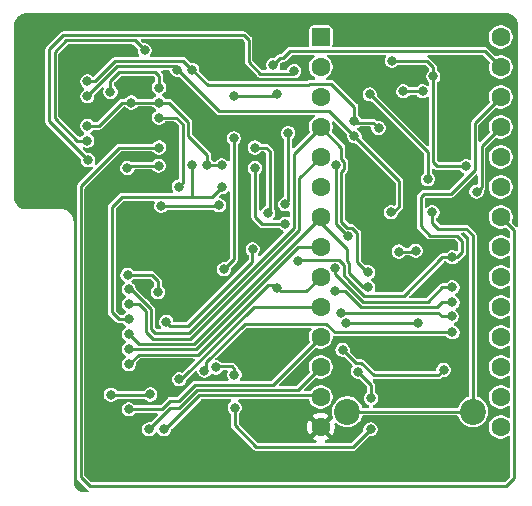
<source format=gbr>
%TF.GenerationSoftware,KiCad,Pcbnew,9.0.0*%
%TF.CreationDate,2025-11-02T14:13:04+01:00*%
%TF.ProjectId,QL_Minerva_MK2_SMD,514c5f4d-696e-4657-9276-615f4d4b325f,0.0*%
%TF.SameCoordinates,Original*%
%TF.FileFunction,Copper,L2,Bot*%
%TF.FilePolarity,Positive*%
%FSLAX46Y46*%
G04 Gerber Fmt 4.6, Leading zero omitted, Abs format (unit mm)*
G04 Created by KiCad (PCBNEW 9.0.0) date 2025-11-02 14:13:04*
%MOMM*%
%LPD*%
G01*
G04 APERTURE LIST*
G04 Aperture macros list*
%AMRoundRect*
0 Rectangle with rounded corners*
0 $1 Rounding radius*
0 $2 $3 $4 $5 $6 $7 $8 $9 X,Y pos of 4 corners*
0 Add a 4 corners polygon primitive as box body*
4,1,4,$2,$3,$4,$5,$6,$7,$8,$9,$2,$3,0*
0 Add four circle primitives for the rounded corners*
1,1,$1+$1,$2,$3*
1,1,$1+$1,$4,$5*
1,1,$1+$1,$6,$7*
1,1,$1+$1,$8,$9*
0 Add four rect primitives between the rounded corners*
20,1,$1+$1,$2,$3,$4,$5,0*
20,1,$1+$1,$4,$5,$6,$7,0*
20,1,$1+$1,$6,$7,$8,$9,0*
20,1,$1+$1,$8,$9,$2,$3,0*%
G04 Aperture macros list end*
%TA.AperFunction,ComponentPad*%
%ADD10RoundRect,0.250000X-0.550000X-0.550000X0.550000X-0.550000X0.550000X0.550000X-0.550000X0.550000X0*%
%TD*%
%TA.AperFunction,ComponentPad*%
%ADD11C,1.600000*%
%TD*%
%TA.AperFunction,ComponentPad*%
%ADD12C,2.200000*%
%TD*%
%TA.AperFunction,ViaPad*%
%ADD13C,0.800000*%
%TD*%
%TA.AperFunction,Conductor*%
%ADD14C,0.250000*%
%TD*%
G04 APERTURE END LIST*
D10*
%TO.P,U1,1,A15*%
%TO.N,+5V*%
X82610000Y-64835000D03*
D11*
%TO.P,U1,2,A12*%
%TO.N,/A12*%
X82610000Y-67375000D03*
%TO.P,U1,3,A7*%
%TO.N,/A7*%
X82610000Y-69915000D03*
%TO.P,U1,4,A6*%
%TO.N,/A6*%
X82610000Y-72455000D03*
%TO.P,U1,5,A5*%
%TO.N,/A5*%
X82610000Y-74995000D03*
%TO.P,U1,6,A4*%
%TO.N,/A4*%
X82610000Y-77535000D03*
%TO.P,U1,7,A3*%
%TO.N,/A3*%
X82610000Y-80075000D03*
%TO.P,U1,8,A2*%
%TO.N,/A2*%
X82610000Y-82615000D03*
%TO.P,U1,9,A1*%
%TO.N,/A1*%
X82610000Y-85155000D03*
%TO.P,U1,10,A0*%
%TO.N,/A0*%
X82610000Y-87695000D03*
%TO.P,U1,11,D0*%
%TO.N,/D0*%
X82610000Y-90235000D03*
%TO.P,U1,12,D1*%
%TO.N,/D1*%
X82610000Y-92775000D03*
%TO.P,U1,13,D2*%
%TO.N,/D2*%
X82610000Y-95315000D03*
%TO.P,U1,14,GND*%
%TO.N,GND*%
X82610000Y-97855000D03*
%TO.P,U1,15,D3*%
%TO.N,/D3*%
X97850000Y-97855000D03*
%TO.P,U1,16,D4*%
%TO.N,/D4*%
X97850000Y-95315000D03*
%TO.P,U1,17,D5*%
%TO.N,/D5*%
X97850000Y-92775000D03*
%TO.P,U1,18,D6*%
%TO.N,/D6*%
X97850000Y-90235000D03*
%TO.P,U1,19,D7*%
%TO.N,/D7*%
X97850000Y-87695000D03*
%TO.P,U1,20,~{CE}*%
%TO.N,/A15*%
X97850000Y-85155000D03*
%TO.P,U1,21,A10*%
%TO.N,/A10*%
X97850000Y-82615000D03*
%TO.P,U1,22,~{OE/Vpp}*%
%TO.N,/QL_ROMOE*%
X97850000Y-80075000D03*
%TO.P,U1,23,A11*%
%TO.N,/A11*%
X97850000Y-77535000D03*
%TO.P,U1,24,A9*%
%TO.N,/A9*%
X97850000Y-74995000D03*
%TO.P,U1,25,A8*%
%TO.N,/A8*%
X97850000Y-72455000D03*
%TO.P,U1,26,A13*%
%TO.N,/A13*%
X97850000Y-69915000D03*
%TO.P,U1,27,A14*%
%TO.N,/A14*%
X97850000Y-67375000D03*
%TO.P,U1,28,VCC*%
%TO.N,+5V*%
X97850000Y-64835000D03*
%TD*%
D12*
%TO.P,J1,1,Pin_1*%
%TO.N,Net-(D2-A)*%
X84865000Y-96550000D03*
X95485000Y-96550000D03*
%TD*%
D13*
%TO.N,GND*%
X79225000Y-92500000D03*
X68025000Y-81700000D03*
X77550000Y-65875000D03*
X77027500Y-72920000D03*
X74125000Y-74125000D03*
X74100000Y-81700000D03*
X94910000Y-73240000D03*
X86638000Y-91105000D03*
X95875000Y-101200000D03*
X71700000Y-86575000D03*
X65400000Y-100975000D03*
X63825000Y-96775000D03*
X74975000Y-101075000D03*
X78450000Y-101125000D03*
X79200000Y-89925000D03*
X63900000Y-90250000D03*
X72950000Y-71600000D03*
X66175000Y-63325000D03*
X91350000Y-72200000D03*
X80175000Y-63375000D03*
X62850000Y-71100000D03*
X71650000Y-81700000D03*
X61650000Y-63375000D03*
X82875000Y-101050000D03*
X63850000Y-86500000D03*
X68250000Y-101050000D03*
X63900000Y-93725000D03*
X63900000Y-99100000D03*
X71575000Y-101075000D03*
X71700000Y-65875000D03*
X93275000Y-101150000D03*
X90000000Y-101125000D03*
X70605000Y-98056800D03*
X88200000Y-69675000D03*
X94910000Y-71970000D03*
X74325000Y-65875000D03*
X64350000Y-66500000D03*
X59750000Y-63325000D03*
X82650000Y-63350000D03*
X86725000Y-101150000D03*
X77075000Y-81700000D03*
X97900000Y-63375000D03*
X59650000Y-78800000D03*
X63875000Y-82475000D03*
%TO.N,/SCL*%
X70435000Y-67597500D03*
X62850001Y-69850000D03*
X85460000Y-73240000D03*
X88550000Y-79675000D03*
%TO.N,/SDA*%
X71705000Y-67597500D03*
X85460000Y-71970000D03*
X87500000Y-72550000D03*
X62850000Y-68600000D03*
%TO.N,/D0*%
X80350000Y-67725000D03*
X62900000Y-75250000D03*
X66363200Y-96355000D03*
%TO.N,/D1*%
X68065000Y-98056800D03*
%TO.N,/D2*%
X69335000Y-98056800D03*
%TO.N,/D7*%
X84450000Y-91325000D03*
X93002958Y-93036991D03*
%TO.N,/QL_ROMOE*%
X68922500Y-74190000D03*
%TO.N,Net-(U3-OSCI)*%
X94910000Y-75780000D03*
X92135000Y-68174999D03*
X88625300Y-66825000D03*
%TO.N,/IC_ROMOE*%
X68175000Y-95100000D03*
X64850000Y-95125000D03*
X68922500Y-69110000D03*
X64800000Y-69500000D03*
%TO.N,/A15*%
X93762000Y-89835000D03*
X72765724Y-93088534D03*
X68922500Y-71650000D03*
X70575000Y-77500000D03*
%TO.N,/A12*%
X84950153Y-81699847D03*
X83885000Y-75710671D03*
%TO.N,/A7*%
X69100000Y-79125000D03*
X74000000Y-79075000D03*
X79600000Y-79000000D03*
X79850000Y-72975000D03*
%TO.N,/A6*%
X86638000Y-84755000D03*
X66363200Y-86195000D03*
%TO.N,/A5*%
X68875000Y-75725000D03*
X66363200Y-87465000D03*
X68825000Y-86425000D03*
X66250000Y-84975000D03*
X66225000Y-75925000D03*
%TO.N,/A4*%
X74250000Y-77550000D03*
X71705000Y-75702500D03*
X66363200Y-88735000D03*
%TO.N,/A3*%
X86638000Y-86025000D03*
X66363200Y-90005000D03*
%TO.N,/A2*%
X66363200Y-91275000D03*
%TO.N,/A1*%
X79600000Y-80650000D03*
X66363200Y-92545000D03*
X78875799Y-86048895D03*
X77050000Y-75925000D03*
%TO.N,/A0*%
X78175000Y-79700000D03*
X77027500Y-74190000D03*
X69525000Y-88950000D03*
X70625000Y-93815000D03*
X76850000Y-82800000D03*
%TO.N,/A10*%
X84350000Y-88175000D03*
X93685847Y-88488847D03*
%TO.N,/A11*%
X93762000Y-87295000D03*
X83775000Y-86375000D03*
%TO.N,/A9*%
X83826000Y-84425000D03*
X93762000Y-86025000D03*
%TO.N,/A8*%
X95798442Y-77923442D03*
X86875000Y-95425000D03*
X84765761Y-89084476D03*
X75325000Y-96225000D03*
X90825000Y-89025000D03*
X85750000Y-93176000D03*
X73726929Y-92812689D03*
X75300000Y-93425000D03*
X86825000Y-98050000D03*
%TO.N,/A13*%
X93762000Y-83485000D03*
X80675000Y-83800000D03*
%TO.N,/A14*%
X74415000Y-84493200D03*
X78901416Y-69649999D03*
X75250000Y-73425000D03*
X75250000Y-69800000D03*
X78575000Y-67200000D03*
%TO.N,/K*%
X86761000Y-69685492D03*
X67700000Y-65975000D03*
X62850000Y-73600000D03*
X91675000Y-76875000D03*
%TO.N,+5V*%
X74245000Y-75702500D03*
X62850001Y-72350000D03*
X89200000Y-83000000D03*
X90650000Y-82925000D03*
X91225000Y-69425000D03*
X89600000Y-69425000D03*
X72975000Y-75702500D03*
X66575000Y-70380000D03*
X68922500Y-70380000D03*
%TO.N,Net-(D2-A)*%
X92062750Y-79675000D03*
%TD*%
D14*
%TO.N,GND*%
X68025000Y-81700000D02*
X71650000Y-81700000D01*
X71700000Y-81750000D02*
X71650000Y-81700000D01*
X79225000Y-92500000D02*
X79225000Y-89950000D01*
X74125000Y-72775000D02*
X74125000Y-74125000D01*
X77675000Y-65875000D02*
X77550000Y-65875000D01*
X79225000Y-89950000D02*
X79200000Y-89925000D01*
X80175000Y-63375000D02*
X77675000Y-65875000D01*
X74100000Y-81700000D02*
X71650000Y-81700000D01*
X88200000Y-70300000D02*
X88200000Y-69675000D01*
X90100000Y-72200000D02*
X88200000Y-70300000D01*
X72950000Y-71600000D02*
X74125000Y-72775000D01*
X91350000Y-72200000D02*
X90100000Y-72200000D01*
X71700000Y-86575000D02*
X71700000Y-81750000D01*
%TO.N,/SCL*%
X89275000Y-77055000D02*
X85460000Y-73240000D01*
X83295000Y-71075000D02*
X85460000Y-73240000D01*
X70497500Y-67597500D02*
X73975000Y-71075000D01*
X65377501Y-67322500D02*
X70160000Y-67322500D01*
X89275000Y-79175000D02*
X89275000Y-77055000D01*
X88550000Y-79675000D02*
X88775000Y-79675000D01*
X62850001Y-69850000D02*
X65377501Y-67322500D01*
X73975000Y-71075000D02*
X83295000Y-71075000D01*
X70160000Y-67322500D02*
X70435000Y-67597500D01*
X70435000Y-67597500D02*
X70497500Y-67597500D01*
X88775000Y-79675000D02*
X89275000Y-79175000D01*
%TO.N,/SDA*%
X69973190Y-66871500D02*
X70134280Y-66871500D01*
X70735720Y-66871500D02*
X70979000Y-66871500D01*
X87500000Y-72550000D02*
X87025000Y-72075000D01*
X81661000Y-68789000D02*
X81525000Y-68925000D01*
X70979000Y-66871500D02*
X71705000Y-67597500D01*
X87025000Y-72075000D02*
X85565000Y-72075000D01*
X85460000Y-70735000D02*
X83514000Y-68789000D01*
X70134280Y-66871500D02*
X70346810Y-66871500D01*
X83514000Y-68789000D02*
X81661000Y-68789000D01*
X73032500Y-68925000D02*
X71705000Y-67597500D01*
X62850000Y-68600000D02*
X63462191Y-68600000D01*
X65303500Y-66871500D02*
X65564311Y-66871500D01*
X85460000Y-71970000D02*
X85460000Y-70735000D01*
X70346810Y-66871500D02*
X70735720Y-66871500D01*
X81525000Y-68925000D02*
X73032500Y-68925000D01*
X65564311Y-66871500D02*
X69973190Y-66871500D01*
X65190691Y-66871500D02*
X65303500Y-66871500D01*
X85565000Y-72075000D02*
X85460000Y-71970000D01*
X64926501Y-67135690D02*
X65190691Y-66871500D01*
X63462191Y-68600000D02*
X64926501Y-67135690D01*
%TO.N,/D0*%
X76500000Y-65075000D02*
X76500000Y-66950000D01*
X80125000Y-67950000D02*
X80350000Y-67725000D01*
X60825000Y-64675000D02*
X76100000Y-64675000D01*
X66363200Y-96355000D02*
X66393200Y-96325000D01*
X82590000Y-90235000D02*
X82610000Y-90235000D01*
X59625000Y-66725000D02*
X59625000Y-65875000D01*
X66393200Y-96325000D02*
X69158990Y-96325000D01*
X78559000Y-94266000D02*
X82590000Y-90235000D01*
X69835095Y-95648895D02*
X70575485Y-95648895D01*
X69158990Y-96325000D02*
X69835095Y-95648895D01*
X62900000Y-75250000D02*
X59625000Y-71975000D01*
X71958380Y-94266000D02*
X78559000Y-94266000D01*
X59625000Y-71975000D02*
X59625000Y-66525000D01*
X59625000Y-65875000D02*
X60825000Y-64675000D01*
X77500000Y-67950000D02*
X80125000Y-67950000D01*
X76500000Y-66950000D02*
X77500000Y-67950000D01*
X70575485Y-95648895D02*
X71958380Y-94266000D01*
X76100000Y-64675000D02*
X76500000Y-65075000D01*
%TO.N,/D1*%
X71881000Y-94981190D02*
X72145190Y-94717000D01*
X70587190Y-96275000D02*
X71881000Y-94981190D01*
X69846800Y-96275000D02*
X70587190Y-96275000D01*
X72518810Y-94717000D02*
X72883000Y-94717000D01*
X68065000Y-98056800D02*
X69846800Y-96275000D01*
X72883000Y-94717000D02*
X80668000Y-94717000D01*
X80668000Y-94717000D02*
X80686000Y-94699000D01*
X80686000Y-94699000D02*
X82610000Y-92775000D01*
X72145190Y-94717000D02*
X72518810Y-94717000D01*
%TO.N,/D2*%
X82445000Y-95150000D02*
X82610000Y-95315000D01*
X72332000Y-95168000D02*
X80854810Y-95168000D01*
X69443200Y-98056800D02*
X72332000Y-95168000D01*
X80872810Y-95150000D02*
X82445000Y-95150000D01*
X80854810Y-95168000D02*
X80872810Y-95150000D01*
X69335000Y-98056800D02*
X69443200Y-98056800D01*
%TO.N,/D7*%
X85575000Y-92450000D02*
X84450000Y-91325000D01*
X93002958Y-93036991D02*
X92564949Y-93475000D01*
X92564949Y-93475000D02*
X87075720Y-93475000D01*
X87075720Y-93475000D02*
X86050720Y-92450000D01*
X86050720Y-92450000D02*
X85575000Y-92450000D01*
%TO.N,/QL_ROMOE*%
X62275000Y-102100000D02*
X63050000Y-102875000D01*
X68922500Y-74190000D02*
X65560000Y-74190000D01*
X98275000Y-102875000D02*
X98976000Y-102174000D01*
X62275000Y-77475000D02*
X62275000Y-102100000D01*
X63050000Y-102875000D02*
X98275000Y-102875000D01*
X65560000Y-74190000D02*
X62275000Y-77475000D01*
X98976000Y-102174000D02*
X98976000Y-81201000D01*
X98976000Y-81201000D02*
X97850000Y-80075000D01*
%TO.N,Net-(U3-OSCI)*%
X91600000Y-66875000D02*
X88675300Y-66875000D01*
X94910000Y-75780000D02*
X92480000Y-75780000D01*
X92480000Y-75780000D02*
X92135000Y-75435000D01*
X92135000Y-75435000D02*
X92135000Y-68174999D01*
X88675300Y-66875000D02*
X88625300Y-66825000D01*
X92135000Y-68174999D02*
X92135000Y-67410000D01*
X92135000Y-67410000D02*
X91600000Y-66875000D01*
%TO.N,/IC_ROMOE*%
X68598500Y-67773500D02*
X65564311Y-67773500D01*
X68922500Y-69110000D02*
X68922500Y-68097500D01*
X68150000Y-95125000D02*
X64875000Y-95125000D01*
X65564311Y-67773500D02*
X64800000Y-68537811D01*
X64875000Y-95125000D02*
X64850000Y-95100000D01*
X64800000Y-68537811D02*
X64800000Y-69500000D01*
X68922500Y-68097500D02*
X68598500Y-67773500D01*
X68175000Y-95100000D02*
X68150000Y-95125000D01*
%TO.N,/A15*%
X70950000Y-72225000D02*
X70375000Y-71650000D01*
X83802405Y-89835000D02*
X83076405Y-89109000D01*
X72900000Y-92362810D02*
X72900000Y-92954258D01*
X70950000Y-77125000D02*
X70950000Y-72225000D01*
X93762000Y-89835000D02*
X83802405Y-89835000D01*
X76153810Y-89109000D02*
X72900000Y-92362810D01*
X72900000Y-92954258D02*
X72765724Y-93088534D01*
X70375000Y-71650000D02*
X68922500Y-71650000D01*
X83076405Y-89109000D02*
X76153810Y-89109000D01*
X70575000Y-77500000D02*
X70950000Y-77125000D01*
%TO.N,/A12*%
X83885000Y-80634694D02*
X83885000Y-75710671D01*
X84950153Y-81699847D02*
X83885000Y-80634694D01*
%TO.N,/A7*%
X79850000Y-78750000D02*
X79600000Y-79000000D01*
X69100000Y-79125000D02*
X73950000Y-79125000D01*
X73950000Y-79125000D02*
X74000000Y-79075000D01*
X79850000Y-72975000D02*
X79850000Y-78750000D01*
%TO.N,/A6*%
X67641000Y-87278190D02*
X67961810Y-87599000D01*
X80325000Y-74740000D02*
X82610000Y-72455000D01*
X86505000Y-84755000D02*
X85650000Y-83900000D01*
X84350000Y-75148951D02*
X84350000Y-74195000D01*
X67376810Y-87014000D02*
X67641000Y-87278190D01*
X68226000Y-87863190D02*
X68226000Y-88236810D01*
X68575000Y-89875000D02*
X71437190Y-89875000D01*
X71437190Y-89875000D02*
X80325000Y-80987190D01*
X85676153Y-81399127D02*
X85250873Y-80973847D01*
X86638000Y-84755000D02*
X86505000Y-84755000D01*
X84350000Y-74195000D02*
X82610000Y-72455000D01*
X67961810Y-87599000D02*
X68125000Y-87762190D01*
X84861963Y-80973847D02*
X84350000Y-80461884D01*
X85650000Y-82026720D02*
X85676153Y-82000567D01*
X68125000Y-87762190D02*
X68226000Y-87863190D01*
X85250873Y-80973847D02*
X84861963Y-80973847D01*
X84350000Y-80461884D02*
X84350000Y-76272391D01*
X68226000Y-89526000D02*
X68575000Y-89875000D01*
X84611000Y-75409951D02*
X84350000Y-75148951D01*
X80325000Y-80987190D02*
X80325000Y-74740000D01*
X84350000Y-76272391D02*
X84611000Y-76011391D01*
X66363200Y-86195000D02*
X66557810Y-86195000D01*
X85676153Y-82000567D02*
X85676153Y-81399127D01*
X68226000Y-88236810D02*
X68226000Y-89526000D01*
X66557810Y-86195000D02*
X67376810Y-87014000D01*
X85650000Y-83900000D02*
X85650000Y-82026720D01*
X84611000Y-76011391D02*
X84611000Y-75409951D01*
%TO.N,/A5*%
X66425000Y-75725000D02*
X66225000Y-75925000D01*
X80800000Y-81150000D02*
X80800000Y-76805000D01*
X66363200Y-87465000D02*
X67190000Y-87465000D01*
X68825000Y-86425000D02*
X68825000Y-85500000D01*
X80800000Y-76805000D02*
X82610000Y-74995000D01*
X68825000Y-85500000D02*
X68300000Y-84975000D01*
X67775000Y-89775000D02*
X68374000Y-90374000D01*
X68374000Y-90374000D02*
X71576000Y-90374000D01*
X68875000Y-75725000D02*
X66425000Y-75725000D01*
X68300000Y-84975000D02*
X66250000Y-84975000D01*
X71576000Y-90374000D02*
X80800000Y-81150000D01*
X67775000Y-88050000D02*
X67775000Y-89775000D01*
X67190000Y-87465000D02*
X67775000Y-88050000D01*
%TO.N,/A4*%
X66363200Y-88735000D02*
X65510000Y-88735000D01*
X65750000Y-78375000D02*
X71725000Y-78375000D01*
X64925000Y-79200000D02*
X65750000Y-78375000D01*
X71725000Y-78375000D02*
X71725000Y-75722500D01*
X65510000Y-88735000D02*
X64925000Y-88150000D01*
X74250000Y-77550000D02*
X73425000Y-78375000D01*
X73425000Y-78375000D02*
X71725000Y-78375000D01*
X71725000Y-75722500D02*
X71705000Y-75702500D01*
X64925000Y-88150000D02*
X64925000Y-79200000D01*
%TO.N,/A3*%
X84850000Y-83784470D02*
X84850000Y-82825000D01*
X84850000Y-82825000D02*
X82610000Y-80585000D01*
X85003000Y-84311090D02*
X85003000Y-84122000D01*
X71860000Y-90825000D02*
X82610000Y-80075000D01*
X85003000Y-84122000D02*
X85003000Y-83937470D01*
X85210430Y-85022000D02*
X85197620Y-85022000D01*
X85474620Y-85286190D02*
X85210430Y-85022000D01*
X85003000Y-84827380D02*
X85003000Y-84538910D01*
X86214430Y-86026000D02*
X85474620Y-85286190D01*
X85003000Y-84428000D02*
X85003000Y-84311090D01*
X67183200Y-90825000D02*
X71860000Y-90825000D01*
X85197620Y-85022000D02*
X85003000Y-84827380D01*
X82610000Y-80585000D02*
X82610000Y-80075000D01*
X66363200Y-90005000D02*
X67183200Y-90825000D01*
X86637000Y-86026000D02*
X86214430Y-86026000D01*
X85003000Y-84538910D02*
X85003000Y-84428000D01*
X86638000Y-86025000D02*
X86637000Y-86026000D01*
X85003000Y-83937470D02*
X84850000Y-83784470D01*
%TO.N,/A2*%
X80707810Y-82615000D02*
X82610000Y-82615000D01*
X66363200Y-91275000D02*
X72047810Y-91275000D01*
X72047810Y-91275000D02*
X80707810Y-82615000D01*
%TO.N,/A1*%
X79600000Y-80650000D02*
X77625000Y-80650000D01*
X78160773Y-85799847D02*
X72234620Y-91726000D01*
X78626752Y-85799847D02*
X78160773Y-85799847D01*
X78875799Y-86048895D02*
X78626752Y-85799847D01*
X77625000Y-80650000D02*
X77050000Y-80075000D01*
X67182200Y-91726000D02*
X66363200Y-92545000D01*
X81390000Y-86375000D02*
X82610000Y-85155000D01*
X79201904Y-86375000D02*
X81390000Y-86375000D01*
X77050000Y-80075000D02*
X77050000Y-75925000D01*
X78875799Y-86048895D02*
X79201904Y-86375000D01*
X72234620Y-91726000D02*
X67182200Y-91726000D01*
%TO.N,/A0*%
X76850000Y-82800000D02*
X76825000Y-82825000D01*
X77965000Y-74190000D02*
X78300000Y-74525000D01*
X76825000Y-83849380D02*
X71374380Y-89300000D01*
X70625000Y-93815000D02*
X70810000Y-93815000D01*
X70810000Y-93815000D02*
X76930000Y-87695000D01*
X71374380Y-89300000D02*
X69875000Y-89300000D01*
X76825000Y-82825000D02*
X76825000Y-83849380D01*
X78300000Y-74525000D02*
X78300000Y-79575000D01*
X77027500Y-74190000D02*
X77965000Y-74190000D01*
X76930000Y-87695000D02*
X82610000Y-87695000D01*
X69875000Y-89300000D02*
X69525000Y-88950000D01*
X78300000Y-79575000D02*
X78175000Y-79700000D01*
%TO.N,/A10*%
X92836097Y-88488847D02*
X92522250Y-88175000D01*
X84350000Y-88175000D02*
X86225000Y-88175000D01*
X92522250Y-88175000D02*
X85900000Y-88175000D01*
X93685847Y-88488847D02*
X92836097Y-88488847D01*
%TO.N,/A11*%
X84650000Y-86375000D02*
X83775000Y-86375000D01*
X92912250Y-87295000D02*
X92483250Y-87724000D01*
X92483250Y-87724000D02*
X85999000Y-87724000D01*
X93762000Y-87295000D02*
X92912250Y-87295000D01*
X85999000Y-87724000D02*
X84650000Y-86375000D01*
%TO.N,/A9*%
X93762000Y-86025000D02*
X92912000Y-86025000D01*
X91664000Y-87273000D02*
X86185810Y-87273000D01*
X84836810Y-85924000D02*
X84824000Y-85924000D01*
X85101000Y-86188190D02*
X84836810Y-85924000D01*
X86185810Y-87273000D02*
X85101000Y-86188190D01*
X84824000Y-85924000D02*
X83825000Y-84925000D01*
X83825000Y-84925000D02*
X83825000Y-84426000D01*
X83825000Y-84426000D02*
X83826000Y-84425000D01*
X92912000Y-86025000D02*
X91664000Y-87273000D01*
%TO.N,/A8*%
X77150000Y-99525000D02*
X75325000Y-97700000D01*
X73814771Y-92724847D02*
X75074847Y-92724847D01*
X84825237Y-89025000D02*
X84765761Y-89084476D01*
X85750000Y-93176000D02*
X86875000Y-94301000D01*
X85900000Y-89025000D02*
X84825237Y-89025000D01*
X96225000Y-74080000D02*
X97850000Y-72455000D01*
X90825000Y-89025000D02*
X85900000Y-89025000D01*
X86825000Y-98050000D02*
X85350000Y-99525000D01*
X73726929Y-92812689D02*
X73814771Y-92724847D01*
X95798442Y-77923442D02*
X96225000Y-77496884D01*
X75325000Y-97700000D02*
X75325000Y-96225000D01*
X85350000Y-99525000D02*
X77150000Y-99525000D01*
X96225000Y-77496884D02*
X96225000Y-74080000D01*
X75300000Y-92950000D02*
X75300000Y-93425000D01*
X86875000Y-94301000D02*
X86875000Y-95425000D01*
X75074847Y-92724847D02*
X75300000Y-92950000D01*
%TO.N,/A13*%
X94575000Y-83075000D02*
X94575000Y-82075000D01*
X82143595Y-83741000D02*
X82101595Y-83699000D01*
X95636000Y-72129000D02*
X97850000Y-69915000D01*
X86301620Y-86751000D02*
X85023620Y-85473000D01*
X84552000Y-84124280D02*
X84126720Y-83699000D01*
X94575000Y-82075000D02*
X94150000Y-81650000D01*
X84126720Y-83699000D02*
X83525280Y-83699000D01*
X93616720Y-78100000D02*
X95636000Y-76080720D01*
X82101595Y-83699000D02*
X80776000Y-83699000D01*
X84552000Y-85014190D02*
X84552000Y-84725720D01*
X91100000Y-78350000D02*
X91350000Y-78100000D01*
X83118405Y-83699000D02*
X83076405Y-83741000D01*
X91350000Y-78100000D02*
X93616720Y-78100000D01*
X94150000Y-81650000D02*
X91900000Y-81650000D01*
X93762000Y-83485000D02*
X92912001Y-83485000D01*
X91100000Y-80850000D02*
X91100000Y-78350000D01*
X93762000Y-83485000D02*
X94165000Y-83485000D01*
X89646001Y-86751000D02*
X86301620Y-86751000D01*
X94165000Y-83485000D02*
X94575000Y-83075000D01*
X95636000Y-76080720D02*
X95636000Y-72129000D01*
X84552000Y-84725720D02*
X84552000Y-84124280D01*
X83525280Y-83699000D02*
X83118405Y-83699000D01*
X85010810Y-85473000D02*
X84552000Y-85014190D01*
X92912001Y-83485000D02*
X89646001Y-86751000D01*
X85023620Y-85473000D02*
X85010810Y-85473000D01*
X91900000Y-81650000D02*
X91100000Y-80850000D01*
X83076405Y-83741000D02*
X82143595Y-83741000D01*
X80776000Y-83699000D02*
X80675000Y-83800000D01*
%TO.N,/A14*%
X78751415Y-69800000D02*
X75250000Y-69800000D01*
X96475000Y-66000000D02*
X97850000Y-67375000D01*
X80035639Y-66000000D02*
X96475000Y-66000000D01*
X78901416Y-69649999D02*
X78751415Y-69800000D01*
X78575000Y-67200000D02*
X79188000Y-66587000D01*
X75250000Y-73425000D02*
X75250000Y-83658200D01*
X79448639Y-66587000D02*
X80035639Y-66000000D01*
X75250000Y-83658200D02*
X74415000Y-84493200D01*
X79188000Y-66587000D02*
X79448639Y-66587000D01*
%TO.N,/K*%
X60076000Y-66911810D02*
X60076000Y-71676000D01*
X91675000Y-74599492D02*
X86761000Y-69685492D01*
X60076000Y-71676000D02*
X62000000Y-73600000D01*
X60076000Y-66061810D02*
X60076000Y-66338190D01*
X67700000Y-65975000D02*
X66851000Y-65126000D01*
X60076000Y-66338190D02*
X60076000Y-66911810D01*
X62000000Y-73600000D02*
X62850000Y-73600000D01*
X61011810Y-65126000D02*
X60076000Y-66061810D01*
X66851000Y-65126000D02*
X61011810Y-65126000D01*
X91675000Y-76875000D02*
X91675000Y-74599492D01*
%TO.N,+5V*%
X63825000Y-72350000D02*
X65795000Y-70380000D01*
X89200000Y-83000000D02*
X90575000Y-83000000D01*
X72975000Y-75702500D02*
X74245000Y-75702500D01*
X89600000Y-69425000D02*
X91225000Y-69425000D01*
X73000000Y-75677500D02*
X72975000Y-75702500D01*
X68922500Y-70380000D02*
X69742810Y-70380000D01*
X66575000Y-70380000D02*
X68922500Y-70380000D01*
X62850001Y-72350000D02*
X63825000Y-72350000D01*
X65795000Y-70380000D02*
X66575000Y-70380000D01*
X71401000Y-73201000D02*
X73000000Y-74800000D01*
X90575000Y-83000000D02*
X90650000Y-82925000D01*
X69742810Y-70380000D02*
X71401000Y-72038190D01*
X71401000Y-72038190D02*
X71401000Y-73201000D01*
X73000000Y-74800000D02*
X73000000Y-75677500D01*
%TO.N,Net-(D2-A)*%
X92062750Y-79675000D02*
X92062750Y-80550250D01*
X84865000Y-96550000D02*
X95485000Y-96550000D01*
X92062750Y-80550250D02*
X92562500Y-81050000D01*
X95485000Y-81635000D02*
X95485000Y-96550000D01*
X92562500Y-81050000D02*
X94900000Y-81050000D01*
X94900000Y-81050000D02*
X95485000Y-81635000D01*
%TD*%
%TA.AperFunction,Conductor*%
%TO.N,GND*%
G36*
X98314504Y-62809982D02*
G01*
X98474359Y-62823968D01*
X98495987Y-62827781D01*
X98526383Y-62835925D01*
X98645678Y-62867890D01*
X98666303Y-62875396D01*
X98806765Y-62940895D01*
X98825776Y-62951871D01*
X98905304Y-63007557D01*
X98952724Y-63040761D01*
X98969548Y-63054879D01*
X99079120Y-63164451D01*
X99093238Y-63181275D01*
X99182125Y-63308218D01*
X99193107Y-63327239D01*
X99258599Y-63467687D01*
X99266111Y-63488327D01*
X99306218Y-63638012D01*
X99310032Y-63659640D01*
X99324022Y-63819547D01*
X99324501Y-63830481D01*
X99331020Y-80791455D01*
X99311044Y-80859583D01*
X99257406Y-80906097D01*
X99187136Y-80916227D01*
X99122544Y-80886759D01*
X99115925Y-80880598D01*
X98810107Y-80574780D01*
X98776081Y-80512468D01*
X98781146Y-80441653D01*
X98782772Y-80437520D01*
X98812051Y-80366835D01*
X98850500Y-80173541D01*
X98850500Y-79976459D01*
X98812051Y-79783165D01*
X98736632Y-79601086D01*
X98627139Y-79437218D01*
X98487782Y-79297861D01*
X98323914Y-79188368D01*
X98248537Y-79157146D01*
X98141838Y-79112950D01*
X98141835Y-79112949D01*
X97948544Y-79074500D01*
X97948541Y-79074500D01*
X97751459Y-79074500D01*
X97751455Y-79074500D01*
X97558164Y-79112949D01*
X97558161Y-79112950D01*
X97376085Y-79188368D01*
X97212222Y-79297858D01*
X97212215Y-79297863D01*
X97072863Y-79437215D01*
X97072858Y-79437222D01*
X96963368Y-79601085D01*
X96887950Y-79783161D01*
X96887949Y-79783164D01*
X96849500Y-79976455D01*
X96849500Y-80173544D01*
X96887949Y-80366835D01*
X96887950Y-80366838D01*
X96914541Y-80431034D01*
X96963368Y-80548914D01*
X97072861Y-80712782D01*
X97212218Y-80852139D01*
X97376086Y-80961632D01*
X97558165Y-81037051D01*
X97751459Y-81075500D01*
X97948541Y-81075500D01*
X98141835Y-81037051D01*
X98212468Y-81007793D01*
X98283055Y-81000204D01*
X98346542Y-81031982D01*
X98349780Y-81035107D01*
X98613595Y-81298922D01*
X98647621Y-81361234D01*
X98650500Y-81388017D01*
X98650500Y-81710856D01*
X98630498Y-81778977D01*
X98576842Y-81825470D01*
X98506568Y-81835574D01*
X98454498Y-81815621D01*
X98323914Y-81728368D01*
X98141838Y-81652950D01*
X98141835Y-81652949D01*
X97948544Y-81614500D01*
X97948541Y-81614500D01*
X97751459Y-81614500D01*
X97751455Y-81614500D01*
X97558164Y-81652949D01*
X97558161Y-81652950D01*
X97376085Y-81728368D01*
X97212222Y-81837858D01*
X97212215Y-81837863D01*
X97072863Y-81977215D01*
X97072858Y-81977222D01*
X96963368Y-82141085D01*
X96887950Y-82323161D01*
X96887949Y-82323164D01*
X96849500Y-82516455D01*
X96849500Y-82713544D01*
X96887949Y-82906835D01*
X96887950Y-82906838D01*
X96946695Y-83048662D01*
X96963368Y-83088914D01*
X97072861Y-83252782D01*
X97212218Y-83392139D01*
X97376086Y-83501632D01*
X97558165Y-83577051D01*
X97751459Y-83615500D01*
X97948541Y-83615500D01*
X98141835Y-83577051D01*
X98323914Y-83501632D01*
X98454499Y-83414377D01*
X98522251Y-83393163D01*
X98590718Y-83411946D01*
X98638161Y-83464763D01*
X98650500Y-83519143D01*
X98650500Y-84250856D01*
X98630498Y-84318977D01*
X98576842Y-84365470D01*
X98506568Y-84375574D01*
X98454498Y-84355621D01*
X98323914Y-84268368D01*
X98141838Y-84192950D01*
X98141835Y-84192949D01*
X97948544Y-84154500D01*
X97948541Y-84154500D01*
X97751459Y-84154500D01*
X97751455Y-84154500D01*
X97558164Y-84192949D01*
X97558161Y-84192950D01*
X97376085Y-84268368D01*
X97212222Y-84377858D01*
X97212215Y-84377863D01*
X97072863Y-84517215D01*
X97072858Y-84517222D01*
X96963368Y-84681085D01*
X96887950Y-84863161D01*
X96887949Y-84863164D01*
X96849500Y-85056455D01*
X96849500Y-85253544D01*
X96866594Y-85339478D01*
X96887948Y-85446832D01*
X96887949Y-85446833D01*
X96887950Y-85446838D01*
X96935277Y-85561097D01*
X96963368Y-85628914D01*
X97072861Y-85792782D01*
X97212218Y-85932139D01*
X97376086Y-86041632D01*
X97558165Y-86117051D01*
X97751459Y-86155500D01*
X97948541Y-86155500D01*
X98141835Y-86117051D01*
X98323914Y-86041632D01*
X98454499Y-85954377D01*
X98522251Y-85933163D01*
X98590718Y-85951946D01*
X98638161Y-86004763D01*
X98650500Y-86059143D01*
X98650500Y-86790856D01*
X98630498Y-86858977D01*
X98576842Y-86905470D01*
X98506568Y-86915574D01*
X98454498Y-86895621D01*
X98323914Y-86808368D01*
X98141838Y-86732950D01*
X98141835Y-86732949D01*
X97948544Y-86694500D01*
X97948541Y-86694500D01*
X97751459Y-86694500D01*
X97751455Y-86694500D01*
X97558164Y-86732949D01*
X97558161Y-86732950D01*
X97376085Y-86808368D01*
X97212222Y-86917858D01*
X97212215Y-86917863D01*
X97072863Y-87057215D01*
X97072858Y-87057222D01*
X96963368Y-87221085D01*
X96887950Y-87403161D01*
X96887949Y-87403164D01*
X96849500Y-87596455D01*
X96849500Y-87793544D01*
X96887949Y-87986835D01*
X96887950Y-87986838D01*
X96928513Y-88084765D01*
X96963368Y-88168914D01*
X97072861Y-88332782D01*
X97212218Y-88472139D01*
X97376086Y-88581632D01*
X97558165Y-88657051D01*
X97751459Y-88695500D01*
X97948541Y-88695500D01*
X98141835Y-88657051D01*
X98323914Y-88581632D01*
X98454499Y-88494377D01*
X98522251Y-88473163D01*
X98590718Y-88491946D01*
X98638161Y-88544763D01*
X98650500Y-88599143D01*
X98650500Y-89330856D01*
X98630498Y-89398977D01*
X98576842Y-89445470D01*
X98506568Y-89455574D01*
X98454498Y-89435621D01*
X98323914Y-89348368D01*
X98141838Y-89272950D01*
X98141835Y-89272949D01*
X97948544Y-89234500D01*
X97948541Y-89234500D01*
X97751459Y-89234500D01*
X97751455Y-89234500D01*
X97558164Y-89272949D01*
X97558161Y-89272950D01*
X97376085Y-89348368D01*
X97212222Y-89457858D01*
X97212215Y-89457863D01*
X97072863Y-89597215D01*
X97072858Y-89597222D01*
X96963368Y-89761085D01*
X96887950Y-89943161D01*
X96887949Y-89943164D01*
X96849500Y-90136455D01*
X96849500Y-90333544D01*
X96878533Y-90479498D01*
X96887949Y-90526835D01*
X96963368Y-90708914D01*
X97072861Y-90872782D01*
X97212218Y-91012139D01*
X97376086Y-91121632D01*
X97558165Y-91197051D01*
X97751459Y-91235500D01*
X97948541Y-91235500D01*
X98141835Y-91197051D01*
X98323914Y-91121632D01*
X98454499Y-91034377D01*
X98522251Y-91013163D01*
X98590718Y-91031946D01*
X98638161Y-91084763D01*
X98650500Y-91139143D01*
X98650500Y-91870856D01*
X98630498Y-91938977D01*
X98576842Y-91985470D01*
X98506568Y-91995574D01*
X98454498Y-91975621D01*
X98323914Y-91888368D01*
X98141838Y-91812950D01*
X98141835Y-91812949D01*
X97948544Y-91774500D01*
X97948541Y-91774500D01*
X97751459Y-91774500D01*
X97751455Y-91774500D01*
X97558164Y-91812949D01*
X97558161Y-91812950D01*
X97376085Y-91888368D01*
X97212222Y-91997858D01*
X97212215Y-91997863D01*
X97072863Y-92137215D01*
X97072858Y-92137222D01*
X96963368Y-92301085D01*
X96887950Y-92483161D01*
X96887949Y-92483164D01*
X96849500Y-92676455D01*
X96849500Y-92873544D01*
X96887949Y-93066835D01*
X96887950Y-93066838D01*
X96936151Y-93183205D01*
X96963368Y-93248914D01*
X97072861Y-93412782D01*
X97212218Y-93552139D01*
X97376086Y-93661632D01*
X97558165Y-93737051D01*
X97751459Y-93775500D01*
X97948541Y-93775500D01*
X98141835Y-93737051D01*
X98323914Y-93661632D01*
X98454499Y-93574377D01*
X98522251Y-93553163D01*
X98590718Y-93571946D01*
X98638161Y-93624763D01*
X98650500Y-93679143D01*
X98650500Y-94410856D01*
X98630498Y-94478977D01*
X98576842Y-94525470D01*
X98506568Y-94535574D01*
X98454498Y-94515621D01*
X98323914Y-94428368D01*
X98141838Y-94352950D01*
X98141835Y-94352949D01*
X97948544Y-94314500D01*
X97948541Y-94314500D01*
X97751459Y-94314500D01*
X97751455Y-94314500D01*
X97558164Y-94352949D01*
X97558161Y-94352950D01*
X97376085Y-94428368D01*
X97212222Y-94537858D01*
X97212215Y-94537863D01*
X97072863Y-94677215D01*
X97072858Y-94677222D01*
X96963368Y-94841085D01*
X96887950Y-95023161D01*
X96887949Y-95023164D01*
X96849500Y-95216455D01*
X96849500Y-95413544D01*
X96887949Y-95606835D01*
X96887950Y-95606838D01*
X96926746Y-95700500D01*
X96963368Y-95788914D01*
X97072861Y-95952782D01*
X97212218Y-96092139D01*
X97376086Y-96201632D01*
X97558165Y-96277051D01*
X97751459Y-96315500D01*
X97948541Y-96315500D01*
X98141835Y-96277051D01*
X98323914Y-96201632D01*
X98454499Y-96114377D01*
X98522251Y-96093163D01*
X98590718Y-96111946D01*
X98638161Y-96164763D01*
X98650500Y-96219143D01*
X98650500Y-96950856D01*
X98630498Y-97018977D01*
X98576842Y-97065470D01*
X98506568Y-97075574D01*
X98454498Y-97055621D01*
X98323914Y-96968368D01*
X98141838Y-96892950D01*
X98141835Y-96892949D01*
X97948544Y-96854500D01*
X97948541Y-96854500D01*
X97751459Y-96854500D01*
X97751455Y-96854500D01*
X97558164Y-96892949D01*
X97558161Y-96892950D01*
X97376085Y-96968368D01*
X97212222Y-97077858D01*
X97212215Y-97077863D01*
X97072863Y-97217215D01*
X97072858Y-97217222D01*
X96963368Y-97381085D01*
X96887950Y-97563161D01*
X96887949Y-97563164D01*
X96849500Y-97756455D01*
X96849500Y-97953544D01*
X96874061Y-98077017D01*
X96887949Y-98146835D01*
X96963368Y-98328914D01*
X97072861Y-98492782D01*
X97212218Y-98632139D01*
X97376086Y-98741632D01*
X97558165Y-98817051D01*
X97751459Y-98855500D01*
X97948541Y-98855500D01*
X98141835Y-98817051D01*
X98323914Y-98741632D01*
X98454499Y-98654377D01*
X98522251Y-98633163D01*
X98590718Y-98651946D01*
X98638161Y-98704763D01*
X98650500Y-98759143D01*
X98650500Y-101986983D01*
X98630498Y-102055104D01*
X98613595Y-102076078D01*
X98177078Y-102512595D01*
X98114766Y-102546621D01*
X98087983Y-102549500D01*
X63237017Y-102549500D01*
X63168896Y-102529498D01*
X63147921Y-102512595D01*
X62637404Y-102002077D01*
X62603379Y-101939765D01*
X62600500Y-101912982D01*
X62600500Y-95045943D01*
X64249500Y-95045943D01*
X64249500Y-95204057D01*
X64283724Y-95331784D01*
X64290424Y-95356788D01*
X64369477Y-95493712D01*
X64369485Y-95493722D01*
X64481277Y-95605514D01*
X64481282Y-95605518D01*
X64481284Y-95605520D01*
X64481285Y-95605521D01*
X64481287Y-95605522D01*
X64618211Y-95684575D01*
X64618213Y-95684575D01*
X64618216Y-95684577D01*
X64770943Y-95725500D01*
X64770945Y-95725500D01*
X64929055Y-95725500D01*
X64929057Y-95725500D01*
X65081784Y-95684577D01*
X65081787Y-95684575D01*
X65081788Y-95684575D01*
X65185841Y-95624500D01*
X65218716Y-95605520D01*
X65275078Y-95549158D01*
X65336360Y-95487877D01*
X65338818Y-95490335D01*
X65383164Y-95457939D01*
X65425817Y-95450500D01*
X67624073Y-95450500D01*
X67692194Y-95470502D01*
X67713168Y-95487405D01*
X67806277Y-95580514D01*
X67806282Y-95580518D01*
X67806284Y-95580520D01*
X67806285Y-95580521D01*
X67806287Y-95580522D01*
X67943211Y-95659575D01*
X67943213Y-95659575D01*
X67943216Y-95659577D01*
X68095943Y-95700500D01*
X68095945Y-95700500D01*
X68254055Y-95700500D01*
X68254057Y-95700500D01*
X68406784Y-95659577D01*
X68406787Y-95659575D01*
X68406788Y-95659575D01*
X68498131Y-95606838D01*
X68543716Y-95580520D01*
X68655520Y-95468716D01*
X68701873Y-95388430D01*
X68734575Y-95331788D01*
X68734575Y-95331787D01*
X68734577Y-95331784D01*
X68775500Y-95179057D01*
X68775500Y-95020943D01*
X68734577Y-94868216D01*
X68734575Y-94868213D01*
X68734575Y-94868211D01*
X68655522Y-94731287D01*
X68655514Y-94731277D01*
X68543722Y-94619485D01*
X68543712Y-94619477D01*
X68406788Y-94540424D01*
X68388687Y-94535574D01*
X68254057Y-94499500D01*
X68095943Y-94499500D01*
X68002642Y-94524500D01*
X67943211Y-94540424D01*
X67806287Y-94619477D01*
X67806277Y-94619485D01*
X67694485Y-94731277D01*
X67694477Y-94731287D01*
X67691467Y-94736502D01*
X67640083Y-94785494D01*
X67582349Y-94799500D01*
X65425817Y-94799500D01*
X65357696Y-94779498D01*
X65337536Y-94760946D01*
X65336360Y-94762123D01*
X65218722Y-94644485D01*
X65218712Y-94644477D01*
X65081788Y-94565424D01*
X65063743Y-94560589D01*
X64929057Y-94524500D01*
X64770943Y-94524500D01*
X64711514Y-94540424D01*
X64618211Y-94565424D01*
X64481287Y-94644477D01*
X64481277Y-94644485D01*
X64369485Y-94756277D01*
X64369477Y-94756287D01*
X64290424Y-94893211D01*
X64290423Y-94893216D01*
X64249500Y-95045943D01*
X62600500Y-95045943D01*
X62600500Y-77662016D01*
X62620502Y-77593895D01*
X62637405Y-77572921D01*
X64364383Y-75845943D01*
X65624500Y-75845943D01*
X65624500Y-76004057D01*
X65647275Y-76089053D01*
X65665424Y-76156788D01*
X65744477Y-76293712D01*
X65744485Y-76293722D01*
X65856277Y-76405514D01*
X65856282Y-76405518D01*
X65856284Y-76405520D01*
X65856285Y-76405521D01*
X65856287Y-76405522D01*
X65993211Y-76484575D01*
X65993213Y-76484575D01*
X65993216Y-76484577D01*
X66145943Y-76525500D01*
X66145945Y-76525500D01*
X66304055Y-76525500D01*
X66304057Y-76525500D01*
X66456784Y-76484577D01*
X66456787Y-76484575D01*
X66456788Y-76484575D01*
X66550501Y-76430470D01*
X66593716Y-76405520D01*
X66705520Y-76293716D01*
X66784577Y-76156784D01*
X66786739Y-76148716D01*
X66788033Y-76143887D01*
X66824985Y-76083265D01*
X66888846Y-76052244D01*
X66909739Y-76050500D01*
X68299183Y-76050500D01*
X68367304Y-76070502D01*
X68387463Y-76089053D01*
X68388640Y-76087877D01*
X68506277Y-76205514D01*
X68506282Y-76205518D01*
X68506284Y-76205520D01*
X68506285Y-76205521D01*
X68506287Y-76205522D01*
X68643211Y-76284575D01*
X68643213Y-76284575D01*
X68643216Y-76284577D01*
X68795943Y-76325500D01*
X68795945Y-76325500D01*
X68954055Y-76325500D01*
X68954057Y-76325500D01*
X69106784Y-76284577D01*
X69106787Y-76284575D01*
X69106788Y-76284575D01*
X69219472Y-76219517D01*
X69243716Y-76205520D01*
X69355520Y-76093716D01*
X69427793Y-75968534D01*
X69434575Y-75956788D01*
X69434575Y-75956787D01*
X69434577Y-75956784D01*
X69475500Y-75804057D01*
X69475500Y-75645943D01*
X69434577Y-75493216D01*
X69434575Y-75493213D01*
X69434575Y-75493211D01*
X69355522Y-75356287D01*
X69355514Y-75356277D01*
X69243722Y-75244485D01*
X69243712Y-75244477D01*
X69106788Y-75165424D01*
X69047306Y-75149486D01*
X68954057Y-75124500D01*
X68795943Y-75124500D01*
X68727184Y-75142924D01*
X68643211Y-75165424D01*
X68506287Y-75244477D01*
X68506277Y-75244485D01*
X68388640Y-75362123D01*
X68386181Y-75359664D01*
X68341836Y-75392061D01*
X68299183Y-75399500D01*
X66549569Y-75399500D01*
X66486569Y-75382619D01*
X66456786Y-75365424D01*
X66456785Y-75365423D01*
X66456784Y-75365423D01*
X66304057Y-75324500D01*
X66145943Y-75324500D01*
X66052470Y-75349545D01*
X65993211Y-75365424D01*
X65856287Y-75444477D01*
X65856277Y-75444485D01*
X65744485Y-75556277D01*
X65744477Y-75556287D01*
X65665424Y-75693211D01*
X65665423Y-75693216D01*
X65624500Y-75845943D01*
X64364383Y-75845943D01*
X65657921Y-74552405D01*
X65720233Y-74518379D01*
X65747016Y-74515500D01*
X68346683Y-74515500D01*
X68414804Y-74535502D01*
X68434963Y-74554053D01*
X68436140Y-74552877D01*
X68553777Y-74670514D01*
X68553782Y-74670518D01*
X68553784Y-74670520D01*
X68553785Y-74670521D01*
X68553787Y-74670522D01*
X68690711Y-74749575D01*
X68690713Y-74749575D01*
X68690716Y-74749577D01*
X68843443Y-74790500D01*
X68843445Y-74790500D01*
X69001555Y-74790500D01*
X69001557Y-74790500D01*
X69154284Y-74749577D01*
X69154287Y-74749575D01*
X69154288Y-74749575D01*
X69256741Y-74690424D01*
X69291216Y-74670520D01*
X69403020Y-74558716D01*
X69482077Y-74421784D01*
X69523000Y-74269057D01*
X69523000Y-74110943D01*
X69482077Y-73958216D01*
X69482075Y-73958213D01*
X69482075Y-73958211D01*
X69403022Y-73821287D01*
X69403014Y-73821277D01*
X69291222Y-73709485D01*
X69291212Y-73709477D01*
X69154288Y-73630424D01*
X69136243Y-73625589D01*
X69001557Y-73589500D01*
X68843443Y-73589500D01*
X68749970Y-73614545D01*
X68690711Y-73630424D01*
X68553787Y-73709477D01*
X68553777Y-73709485D01*
X68436140Y-73827123D01*
X68433681Y-73824664D01*
X68389336Y-73857061D01*
X68346683Y-73864500D01*
X65610587Y-73864500D01*
X65610571Y-73864499D01*
X65602853Y-73864499D01*
X65517148Y-73864499D01*
X65517144Y-73864499D01*
X65434365Y-73886680D01*
X65360139Y-73929534D01*
X65360136Y-73929536D01*
X65331509Y-73958164D01*
X65299535Y-73990138D01*
X65299533Y-73990140D01*
X64867889Y-74421784D01*
X63660521Y-75629151D01*
X63598209Y-75663176D01*
X63527393Y-75658111D01*
X63470558Y-75615564D01*
X63445747Y-75549044D01*
X63458526Y-75490294D01*
X63456415Y-75489420D01*
X63459574Y-75481791D01*
X63459574Y-75481787D01*
X63459577Y-75481784D01*
X63500500Y-75329057D01*
X63500500Y-75170943D01*
X63459577Y-75018216D01*
X63459575Y-75018213D01*
X63459575Y-75018211D01*
X63380522Y-74881287D01*
X63380514Y-74881277D01*
X63268722Y-74769485D01*
X63268712Y-74769477D01*
X63131788Y-74690424D01*
X63071843Y-74674362D01*
X62979057Y-74649500D01*
X62820943Y-74649500D01*
X62812685Y-74649500D01*
X62812685Y-74646052D01*
X62758239Y-74637487D01*
X62722999Y-74612672D01*
X62470847Y-74360520D01*
X62436821Y-74298208D01*
X62441886Y-74227393D01*
X62484433Y-74170557D01*
X62550953Y-74145746D01*
X62609705Y-74158526D01*
X62610580Y-74156415D01*
X62618208Y-74159574D01*
X62618213Y-74159575D01*
X62618216Y-74159577D01*
X62770943Y-74200500D01*
X62770945Y-74200500D01*
X62929055Y-74200500D01*
X62929057Y-74200500D01*
X63081784Y-74159577D01*
X63081787Y-74159575D01*
X63081788Y-74159575D01*
X63150250Y-74120048D01*
X63218716Y-74080520D01*
X63330520Y-73968716D01*
X63390689Y-73864499D01*
X63409575Y-73831788D01*
X63409575Y-73831787D01*
X63409577Y-73831784D01*
X63450500Y-73679057D01*
X63450500Y-73520943D01*
X63409577Y-73368216D01*
X63409575Y-73368213D01*
X63409575Y-73368211D01*
X63330522Y-73231287D01*
X63330514Y-73231277D01*
X63218722Y-73119485D01*
X63218712Y-73119477D01*
X63157469Y-73084119D01*
X63108476Y-73032737D01*
X63095040Y-72963023D01*
X63121426Y-72897112D01*
X63157467Y-72865881D01*
X63218717Y-72830520D01*
X63267453Y-72781784D01*
X63336361Y-72712877D01*
X63338819Y-72715335D01*
X63383165Y-72682939D01*
X63425818Y-72675500D01*
X63867851Y-72675500D01*
X63867853Y-72675500D01*
X63950639Y-72653318D01*
X64024862Y-72610465D01*
X65892922Y-70742403D01*
X65920288Y-70727460D01*
X65946518Y-70710604D01*
X65952819Y-70709697D01*
X65955233Y-70708380D01*
X65982016Y-70705500D01*
X65999183Y-70705500D01*
X66067304Y-70725502D01*
X66087463Y-70744053D01*
X66088640Y-70742877D01*
X66206277Y-70860514D01*
X66206282Y-70860518D01*
X66206284Y-70860520D01*
X66206285Y-70860521D01*
X66206287Y-70860522D01*
X66343211Y-70939575D01*
X66343213Y-70939575D01*
X66343216Y-70939577D01*
X66495943Y-70980500D01*
X66495945Y-70980500D01*
X66654055Y-70980500D01*
X66654057Y-70980500D01*
X66806784Y-70939577D01*
X66806787Y-70939575D01*
X66806788Y-70939575D01*
X66915085Y-70877050D01*
X66943716Y-70860520D01*
X66989704Y-70814532D01*
X67061360Y-70742877D01*
X67063818Y-70745335D01*
X67108164Y-70712939D01*
X67150817Y-70705500D01*
X68346683Y-70705500D01*
X68414804Y-70725502D01*
X68434963Y-70744053D01*
X68436140Y-70742877D01*
X68553777Y-70860514D01*
X68553782Y-70860518D01*
X68553784Y-70860520D01*
X68553785Y-70860521D01*
X68553787Y-70860522D01*
X68632351Y-70905881D01*
X68681344Y-70957264D01*
X68694780Y-71026977D01*
X68668394Y-71092888D01*
X68632351Y-71124119D01*
X68553787Y-71169477D01*
X68553777Y-71169485D01*
X68441985Y-71281277D01*
X68441977Y-71281287D01*
X68362924Y-71418211D01*
X68362923Y-71418216D01*
X68322000Y-71570943D01*
X68322000Y-71729057D01*
X68333422Y-71771684D01*
X68362924Y-71881788D01*
X68441977Y-72018712D01*
X68441985Y-72018722D01*
X68553777Y-72130514D01*
X68553782Y-72130518D01*
X68553784Y-72130520D01*
X68553785Y-72130521D01*
X68553787Y-72130522D01*
X68690711Y-72209575D01*
X68690713Y-72209575D01*
X68690716Y-72209577D01*
X68843443Y-72250500D01*
X68843445Y-72250500D01*
X69001555Y-72250500D01*
X69001557Y-72250500D01*
X69154284Y-72209577D01*
X69154287Y-72209575D01*
X69154288Y-72209575D01*
X69234681Y-72163160D01*
X69291216Y-72130520D01*
X69342765Y-72078971D01*
X69408860Y-72012877D01*
X69411318Y-72015335D01*
X69455664Y-71982939D01*
X69498317Y-71975500D01*
X70187982Y-71975500D01*
X70256103Y-71995502D01*
X70277077Y-72012404D01*
X70587595Y-72322921D01*
X70621620Y-72385234D01*
X70624500Y-72412017D01*
X70624500Y-76773500D01*
X70604498Y-76841621D01*
X70550842Y-76888114D01*
X70504113Y-76898278D01*
X70504132Y-76898422D01*
X70502418Y-76898647D01*
X70498500Y-76899500D01*
X70495943Y-76899500D01*
X70402470Y-76924545D01*
X70343211Y-76940424D01*
X70206287Y-77019477D01*
X70206277Y-77019485D01*
X70094485Y-77131277D01*
X70094477Y-77131287D01*
X70015424Y-77268211D01*
X70000759Y-77322942D01*
X69974500Y-77420943D01*
X69974500Y-77579057D01*
X69989099Y-77633541D01*
X70015424Y-77731788D01*
X70089736Y-77860500D01*
X70106474Y-77929496D01*
X70083253Y-77996587D01*
X70027446Y-78040474D01*
X69980617Y-78049500D01*
X65792853Y-78049500D01*
X65707147Y-78049500D01*
X65624361Y-78071682D01*
X65624359Y-78071683D01*
X65624356Y-78071684D01*
X65550141Y-78114532D01*
X65550131Y-78114540D01*
X64664540Y-79000131D01*
X64664532Y-79000141D01*
X64621681Y-79074361D01*
X64621681Y-79074365D01*
X64606199Y-79132147D01*
X64599500Y-79157147D01*
X64599500Y-88107147D01*
X64599500Y-88192853D01*
X64621682Y-88275639D01*
X64621683Y-88275641D01*
X64621684Y-88275643D01*
X64664532Y-88349858D01*
X64664540Y-88349868D01*
X65310131Y-88995459D01*
X65310136Y-88995463D01*
X65310138Y-88995465D01*
X65310139Y-88995466D01*
X65310141Y-88995467D01*
X65327380Y-89005420D01*
X65384361Y-89038318D01*
X65467147Y-89060500D01*
X65552853Y-89060500D01*
X65787383Y-89060500D01*
X65855504Y-89080502D01*
X65875663Y-89099053D01*
X65876840Y-89097877D01*
X65994477Y-89215514D01*
X65994482Y-89215518D01*
X65994484Y-89215520D01*
X65994485Y-89215521D01*
X65994487Y-89215522D01*
X66073051Y-89260881D01*
X66122044Y-89312264D01*
X66135480Y-89381977D01*
X66109094Y-89447888D01*
X66073051Y-89479119D01*
X65994487Y-89524477D01*
X65994477Y-89524485D01*
X65882685Y-89636277D01*
X65882677Y-89636287D01*
X65803624Y-89773211D01*
X65780744Y-89858599D01*
X65762700Y-89925943D01*
X65762700Y-90084057D01*
X65794764Y-90203722D01*
X65803624Y-90236788D01*
X65882677Y-90373712D01*
X65882685Y-90373722D01*
X65994477Y-90485514D01*
X65994482Y-90485518D01*
X65994484Y-90485520D01*
X65994485Y-90485521D01*
X65994487Y-90485522D01*
X66073051Y-90530881D01*
X66122044Y-90582264D01*
X66135480Y-90651977D01*
X66109094Y-90717888D01*
X66073051Y-90749119D01*
X65994487Y-90794477D01*
X65994477Y-90794485D01*
X65882685Y-90906277D01*
X65882677Y-90906287D01*
X65803624Y-91043211D01*
X65782612Y-91121631D01*
X65762700Y-91195943D01*
X65762700Y-91354057D01*
X65785645Y-91439688D01*
X65803624Y-91506788D01*
X65882677Y-91643712D01*
X65882685Y-91643722D01*
X65994477Y-91755514D01*
X65994482Y-91755518D01*
X65994484Y-91755520D01*
X65994485Y-91755521D01*
X65994487Y-91755522D01*
X66073051Y-91800881D01*
X66122044Y-91852264D01*
X66135480Y-91921977D01*
X66109094Y-91987888D01*
X66073051Y-92019119D01*
X65994487Y-92064477D01*
X65994477Y-92064485D01*
X65882685Y-92176277D01*
X65882677Y-92176287D01*
X65803624Y-92313211D01*
X65798543Y-92332174D01*
X65762700Y-92465943D01*
X65762700Y-92624057D01*
X65774549Y-92668278D01*
X65803624Y-92776788D01*
X65882677Y-92913712D01*
X65882685Y-92913722D01*
X65994477Y-93025514D01*
X65994482Y-93025518D01*
X65994484Y-93025520D01*
X65994485Y-93025521D01*
X65994487Y-93025522D01*
X66131411Y-93104575D01*
X66131413Y-93104575D01*
X66131416Y-93104577D01*
X66284143Y-93145500D01*
X66284145Y-93145500D01*
X66442255Y-93145500D01*
X66442257Y-93145500D01*
X66594984Y-93104577D01*
X66594987Y-93104575D01*
X66594988Y-93104575D01*
X66676519Y-93057503D01*
X66731916Y-93025520D01*
X66843720Y-92913716D01*
X66906370Y-92805202D01*
X66922775Y-92776788D01*
X66922775Y-92776787D01*
X66922777Y-92776784D01*
X66963700Y-92624057D01*
X66963700Y-92465943D01*
X66963700Y-92457684D01*
X66967183Y-92457684D01*
X66975610Y-92403453D01*
X67000524Y-92368001D01*
X67280123Y-92088404D01*
X67342435Y-92054379D01*
X67369218Y-92051500D01*
X71808983Y-92051500D01*
X71877104Y-92071502D01*
X71923597Y-92125158D01*
X71933701Y-92195432D01*
X71904207Y-92260012D01*
X71898093Y-92266578D01*
X71155195Y-93009477D01*
X70949601Y-93215071D01*
X70887289Y-93249096D01*
X70827895Y-93247682D01*
X70770665Y-93232347D01*
X70704057Y-93214500D01*
X70545943Y-93214500D01*
X70452470Y-93239545D01*
X70393211Y-93255424D01*
X70256287Y-93334477D01*
X70256277Y-93334485D01*
X70144485Y-93446277D01*
X70144477Y-93446287D01*
X70065424Y-93583211D01*
X70050880Y-93637491D01*
X70024500Y-93735943D01*
X70024500Y-93894057D01*
X70040370Y-93953283D01*
X70065424Y-94046788D01*
X70144477Y-94183712D01*
X70144485Y-94183722D01*
X70256277Y-94295514D01*
X70256282Y-94295518D01*
X70256284Y-94295520D01*
X70256285Y-94295521D01*
X70256287Y-94295522D01*
X70393211Y-94374575D01*
X70393213Y-94374575D01*
X70393216Y-94374577D01*
X70545943Y-94415500D01*
X70545945Y-94415500D01*
X70704055Y-94415500D01*
X70704057Y-94415500D01*
X70856784Y-94374577D01*
X70856787Y-94374575D01*
X70856788Y-94374575D01*
X70960841Y-94314500D01*
X70993716Y-94295520D01*
X71105520Y-94183716D01*
X71184577Y-94046784D01*
X71225500Y-93894057D01*
X71225500Y-93894055D01*
X71227637Y-93886080D01*
X71229713Y-93886636D01*
X71253815Y-93832131D01*
X71260933Y-93824394D01*
X71958606Y-93126721D01*
X72020918Y-93092695D01*
X72091733Y-93097760D01*
X72148569Y-93140307D01*
X72169407Y-93183203D01*
X72188759Y-93255424D01*
X72206148Y-93320322D01*
X72285201Y-93457246D01*
X72285209Y-93457256D01*
X72397001Y-93569048D01*
X72397006Y-93569052D01*
X72397008Y-93569054D01*
X72397009Y-93569055D01*
X72397011Y-93569056D01*
X72533935Y-93648109D01*
X72533937Y-93648109D01*
X72533940Y-93648111D01*
X72686667Y-93689034D01*
X72844781Y-93689034D01*
X72997508Y-93648111D01*
X72997511Y-93648109D01*
X72997512Y-93648109D01*
X73125218Y-93574378D01*
X73134440Y-93569054D01*
X73246244Y-93457250D01*
X73282267Y-93394854D01*
X73333650Y-93345861D01*
X73403363Y-93332424D01*
X73454387Y-93348735D01*
X73495140Y-93372264D01*
X73495142Y-93372264D01*
X73495145Y-93372266D01*
X73647872Y-93413189D01*
X73647874Y-93413189D01*
X73805984Y-93413189D01*
X73805986Y-93413189D01*
X73958713Y-93372266D01*
X73958716Y-93372264D01*
X73958717Y-93372264D01*
X74078241Y-93303257D01*
X74095645Y-93293209D01*
X74207449Y-93181405D01*
X74246742Y-93113346D01*
X74298124Y-93064354D01*
X74355861Y-93050347D01*
X74614499Y-93050347D01*
X74638872Y-93057503D01*
X74664099Y-93060520D01*
X74672351Y-93067333D01*
X74682620Y-93070349D01*
X74699256Y-93089548D01*
X74718846Y-93105723D01*
X74722104Y-93115916D01*
X74729113Y-93124005D01*
X74732728Y-93149153D01*
X74740463Y-93173349D01*
X74738531Y-93189508D01*
X74739217Y-93194279D01*
X74736210Y-93208938D01*
X74699500Y-93345943D01*
X74699500Y-93504057D01*
X74720709Y-93583211D01*
X74740424Y-93656788D01*
X74795106Y-93751500D01*
X74811844Y-93820496D01*
X74788623Y-93887588D01*
X74732816Y-93931475D01*
X74685987Y-93940500D01*
X72001233Y-93940500D01*
X71915527Y-93940500D01*
X71832741Y-93962682D01*
X71832739Y-93962683D01*
X71832736Y-93962684D01*
X71758521Y-94005532D01*
X71758511Y-94005540D01*
X70477563Y-95286490D01*
X70415251Y-95320515D01*
X70388468Y-95323395D01*
X69877948Y-95323395D01*
X69792242Y-95323395D01*
X69709456Y-95345577D01*
X69709454Y-95345578D01*
X69709451Y-95345579D01*
X69635236Y-95388427D01*
X69635230Y-95388432D01*
X69482051Y-95541612D01*
X69061066Y-95962596D01*
X68998756Y-95996620D01*
X68971973Y-95999500D01*
X66909126Y-95999500D01*
X66841005Y-95979498D01*
X66820035Y-95962599D01*
X66731916Y-95874480D01*
X66731915Y-95874479D01*
X66731912Y-95874477D01*
X66594988Y-95795424D01*
X66570692Y-95788914D01*
X66442257Y-95754500D01*
X66284143Y-95754500D01*
X66190670Y-95779545D01*
X66131411Y-95795424D01*
X65994487Y-95874477D01*
X65994477Y-95874485D01*
X65882685Y-95986277D01*
X65882677Y-95986287D01*
X65803624Y-96123211D01*
X65784109Y-96196042D01*
X65762700Y-96275943D01*
X65762700Y-96434057D01*
X65768790Y-96456784D01*
X65803624Y-96586788D01*
X65882677Y-96723712D01*
X65882685Y-96723722D01*
X65994477Y-96835514D01*
X65994482Y-96835518D01*
X65994484Y-96835520D01*
X65994485Y-96835521D01*
X65994487Y-96835522D01*
X66131411Y-96914575D01*
X66131413Y-96914575D01*
X66131416Y-96914577D01*
X66284143Y-96955500D01*
X66284145Y-96955500D01*
X66442255Y-96955500D01*
X66442257Y-96955500D01*
X66594984Y-96914577D01*
X66594987Y-96914575D01*
X66594988Y-96914575D01*
X66691226Y-96859012D01*
X66731916Y-96835520D01*
X66843720Y-96723716D01*
X66849617Y-96713501D01*
X66900998Y-96664508D01*
X66958737Y-96650500D01*
X68706782Y-96650500D01*
X68774903Y-96670502D01*
X68821396Y-96724158D01*
X68831500Y-96794432D01*
X68802006Y-96859012D01*
X68795877Y-96865596D01*
X68241998Y-97419473D01*
X68179686Y-97453498D01*
X68152315Y-97454647D01*
X68152315Y-97456300D01*
X68144057Y-97456300D01*
X67985943Y-97456300D01*
X67907010Y-97477450D01*
X67833211Y-97497224D01*
X67696287Y-97576277D01*
X67696277Y-97576285D01*
X67584485Y-97688077D01*
X67584477Y-97688087D01*
X67505424Y-97825011D01*
X67485369Y-97899858D01*
X67464500Y-97977743D01*
X67464500Y-98135857D01*
X67489120Y-98227741D01*
X67505424Y-98288588D01*
X67584477Y-98425512D01*
X67584485Y-98425522D01*
X67696277Y-98537314D01*
X67696282Y-98537318D01*
X67696284Y-98537320D01*
X67696285Y-98537321D01*
X67696287Y-98537322D01*
X67833211Y-98616375D01*
X67833213Y-98616375D01*
X67833216Y-98616377D01*
X67985943Y-98657300D01*
X67985945Y-98657300D01*
X68144055Y-98657300D01*
X68144057Y-98657300D01*
X68296784Y-98616377D01*
X68296787Y-98616375D01*
X68296788Y-98616375D01*
X68365250Y-98576848D01*
X68433716Y-98537320D01*
X68545520Y-98425516D01*
X68590881Y-98346948D01*
X68642263Y-98297955D01*
X68711977Y-98284518D01*
X68777888Y-98310905D01*
X68809119Y-98346948D01*
X68854477Y-98425512D01*
X68854485Y-98425522D01*
X68966277Y-98537314D01*
X68966282Y-98537318D01*
X68966284Y-98537320D01*
X68966285Y-98537321D01*
X68966287Y-98537322D01*
X69103211Y-98616375D01*
X69103213Y-98616375D01*
X69103216Y-98616377D01*
X69255943Y-98657300D01*
X69255945Y-98657300D01*
X69414055Y-98657300D01*
X69414057Y-98657300D01*
X69566784Y-98616377D01*
X69566787Y-98616375D01*
X69566788Y-98616375D01*
X69635250Y-98576848D01*
X69703716Y-98537320D01*
X69815520Y-98425516D01*
X69881690Y-98310905D01*
X69894575Y-98288588D01*
X69894575Y-98288587D01*
X69894577Y-98288584D01*
X69935500Y-98135857D01*
X69935500Y-98077017D01*
X69955502Y-98008896D01*
X69972405Y-97987922D01*
X72429922Y-95530405D01*
X72492234Y-95496379D01*
X72519017Y-95493500D01*
X74920756Y-95493500D01*
X74988877Y-95513502D01*
X75035370Y-95567158D01*
X75045474Y-95637432D01*
X75015980Y-95702012D01*
X74983756Y-95728619D01*
X74956287Y-95744477D01*
X74956277Y-95744485D01*
X74844485Y-95856277D01*
X74844477Y-95856287D01*
X74765424Y-95993211D01*
X74749998Y-96050784D01*
X74724500Y-96145943D01*
X74724500Y-96304057D01*
X74759333Y-96434055D01*
X74765424Y-96456788D01*
X74844477Y-96593712D01*
X74844485Y-96593722D01*
X74962123Y-96711360D01*
X74959664Y-96713818D01*
X74992061Y-96758164D01*
X74999500Y-96800817D01*
X74999500Y-97657147D01*
X74999500Y-97742853D01*
X75021682Y-97825639D01*
X75021683Y-97825641D01*
X75021684Y-97825643D01*
X75064532Y-97899858D01*
X75064534Y-97899860D01*
X75064535Y-97899862D01*
X76889533Y-99724859D01*
X76889535Y-99724862D01*
X76950138Y-99785465D01*
X76987250Y-99806891D01*
X77024361Y-99828318D01*
X77024363Y-99828318D01*
X77024364Y-99828319D01*
X77107143Y-99850500D01*
X77107147Y-99850501D01*
X77200571Y-99850501D01*
X77200587Y-99850500D01*
X85392851Y-99850500D01*
X85392853Y-99850500D01*
X85475639Y-99828318D01*
X85549862Y-99785465D01*
X86648001Y-98687324D01*
X86710310Y-98653302D01*
X86737684Y-98652165D01*
X86737684Y-98650500D01*
X86904055Y-98650500D01*
X86904057Y-98650500D01*
X87056784Y-98609577D01*
X87056787Y-98609575D01*
X87056788Y-98609575D01*
X87125250Y-98570048D01*
X87193716Y-98530520D01*
X87305520Y-98418716D01*
X87367764Y-98310905D01*
X87384575Y-98281788D01*
X87384575Y-98281787D01*
X87384577Y-98281784D01*
X87425500Y-98129057D01*
X87425500Y-97970943D01*
X87384577Y-97818216D01*
X87384575Y-97818213D01*
X87384575Y-97818211D01*
X87305522Y-97681287D01*
X87305514Y-97681277D01*
X87193722Y-97569485D01*
X87193712Y-97569477D01*
X87056788Y-97490424D01*
X87008368Y-97477450D01*
X86904057Y-97449500D01*
X86745943Y-97449500D01*
X86652470Y-97474545D01*
X86593211Y-97490424D01*
X86456287Y-97569477D01*
X86456277Y-97569485D01*
X86344485Y-97681277D01*
X86344477Y-97681287D01*
X86265424Y-97818211D01*
X86224500Y-97970944D01*
X86224500Y-98137315D01*
X86221044Y-98137315D01*
X86212511Y-98191710D01*
X86187672Y-98226999D01*
X85252076Y-99162596D01*
X85189766Y-99196620D01*
X85162983Y-99199500D01*
X83089384Y-99199500D01*
X83021263Y-99179498D01*
X82974770Y-99125842D01*
X82964666Y-99055568D01*
X82994160Y-98990988D01*
X83050447Y-98953667D01*
X83063345Y-98949475D01*
X83063348Y-98949474D01*
X83228980Y-98865080D01*
X83228982Y-98865079D01*
X83299462Y-98813871D01*
X83299463Y-98813870D01*
X82724124Y-98238531D01*
X82764394Y-98227741D01*
X82855606Y-98175080D01*
X82930080Y-98100606D01*
X82982741Y-98009394D01*
X82993531Y-97969124D01*
X83568870Y-98544463D01*
X83568871Y-98544462D01*
X83620079Y-98473982D01*
X83620080Y-98473980D01*
X83704474Y-98308348D01*
X83704477Y-98308342D01*
X83761918Y-98131557D01*
X83791000Y-97947943D01*
X83791000Y-97762056D01*
X83767566Y-97614102D01*
X83776666Y-97543691D01*
X83822387Y-97489377D01*
X83890215Y-97468404D01*
X83958615Y-97487431D01*
X83981110Y-97505296D01*
X84017779Y-97541965D01*
X84110588Y-97609394D01*
X84183390Y-97662287D01*
X84365781Y-97755220D01*
X84560466Y-97818477D01*
X84762648Y-97850500D01*
X84762651Y-97850500D01*
X84967349Y-97850500D01*
X84967352Y-97850500D01*
X85169534Y-97818477D01*
X85364219Y-97755220D01*
X85546610Y-97662287D01*
X85712219Y-97541966D01*
X85856966Y-97397219D01*
X85977287Y-97231610D01*
X86070220Y-97049219D01*
X86098376Y-96962563D01*
X86138449Y-96903958D01*
X86203846Y-96876321D01*
X86218209Y-96875500D01*
X94131791Y-96875500D01*
X94199912Y-96895502D01*
X94246405Y-96949158D01*
X94251624Y-96962564D01*
X94279778Y-97049215D01*
X94372713Y-97231610D01*
X94493034Y-97397220D01*
X94637779Y-97541965D01*
X94730588Y-97609394D01*
X94803390Y-97662287D01*
X94985781Y-97755220D01*
X95180466Y-97818477D01*
X95382648Y-97850500D01*
X95382651Y-97850500D01*
X95587349Y-97850500D01*
X95587352Y-97850500D01*
X95789534Y-97818477D01*
X95984219Y-97755220D01*
X96166610Y-97662287D01*
X96332219Y-97541966D01*
X96476966Y-97397219D01*
X96597287Y-97231610D01*
X96690220Y-97049219D01*
X96753477Y-96854534D01*
X96785500Y-96652352D01*
X96785500Y-96447648D01*
X96753477Y-96245466D01*
X96690220Y-96050781D01*
X96597287Y-95868390D01*
X96588492Y-95856284D01*
X96476965Y-95702779D01*
X96332220Y-95558034D01*
X96166612Y-95437714D01*
X95986503Y-95345944D01*
X95984219Y-95344780D01*
X95984218Y-95344779D01*
X95984217Y-95344779D01*
X95897563Y-95316623D01*
X95838957Y-95276549D01*
X95811321Y-95211152D01*
X95810500Y-95196790D01*
X95810500Y-81592149D01*
X95810499Y-81592144D01*
X95792767Y-81525963D01*
X95788318Y-81509362D01*
X95788318Y-81509361D01*
X95749415Y-81441980D01*
X95745467Y-81435141D01*
X95745459Y-81435131D01*
X95099868Y-80789540D01*
X95099858Y-80789532D01*
X95025643Y-80746684D01*
X95025641Y-80746683D01*
X95025639Y-80746682D01*
X94942853Y-80724500D01*
X94942851Y-80724500D01*
X92749517Y-80724500D01*
X92681396Y-80704498D01*
X92660422Y-80687595D01*
X92425155Y-80452328D01*
X92410210Y-80424959D01*
X92393354Y-80398731D01*
X92392448Y-80392432D01*
X92391129Y-80390016D01*
X92388250Y-80363233D01*
X92388250Y-80250817D01*
X92408252Y-80182696D01*
X92426803Y-80162536D01*
X92425627Y-80161360D01*
X92543264Y-80043722D01*
X92543270Y-80043716D01*
X92607891Y-79931788D01*
X92622325Y-79906788D01*
X92622325Y-79906787D01*
X92622327Y-79906784D01*
X92663250Y-79754057D01*
X92663250Y-79595943D01*
X92622327Y-79443216D01*
X92622325Y-79443213D01*
X92622325Y-79443211D01*
X92543272Y-79306287D01*
X92543264Y-79306277D01*
X92431472Y-79194485D01*
X92431462Y-79194477D01*
X92294538Y-79115424D01*
X92276493Y-79110589D01*
X92141807Y-79074500D01*
X91983693Y-79074500D01*
X91890220Y-79099545D01*
X91830961Y-79115424D01*
X91694037Y-79194477D01*
X91694027Y-79194485D01*
X91640595Y-79247918D01*
X91578283Y-79281944D01*
X91507468Y-79276879D01*
X91450632Y-79234332D01*
X91425821Y-79167812D01*
X91425500Y-79158823D01*
X91425500Y-78551500D01*
X91445502Y-78483379D01*
X91499158Y-78436886D01*
X91551500Y-78425500D01*
X93659571Y-78425500D01*
X93659573Y-78425500D01*
X93742359Y-78403318D01*
X93816582Y-78360465D01*
X95684405Y-76492642D01*
X95746717Y-76458617D01*
X95817532Y-76463681D01*
X95874368Y-76506228D01*
X95899179Y-76572748D01*
X95899500Y-76581737D01*
X95899500Y-77196942D01*
X95879498Y-77265063D01*
X95825842Y-77311556D01*
X95773500Y-77322942D01*
X95719385Y-77322942D01*
X95625912Y-77347987D01*
X95566653Y-77363866D01*
X95429729Y-77442919D01*
X95429719Y-77442927D01*
X95317927Y-77554719D01*
X95317919Y-77554729D01*
X95238866Y-77691653D01*
X95228113Y-77731784D01*
X95197942Y-77844385D01*
X95197942Y-78002499D01*
X95227961Y-78114532D01*
X95238866Y-78155230D01*
X95317919Y-78292154D01*
X95317927Y-78292164D01*
X95429719Y-78403956D01*
X95429724Y-78403960D01*
X95429726Y-78403962D01*
X95429727Y-78403963D01*
X95429729Y-78403964D01*
X95566653Y-78483017D01*
X95566655Y-78483017D01*
X95566658Y-78483019D01*
X95719385Y-78523942D01*
X95719387Y-78523942D01*
X95877497Y-78523942D01*
X95877499Y-78523942D01*
X96030226Y-78483019D01*
X96030229Y-78483017D01*
X96030230Y-78483017D01*
X96161757Y-78407080D01*
X96167158Y-78403962D01*
X96278962Y-78292158D01*
X96339486Y-78187327D01*
X96358017Y-78155230D01*
X96358017Y-78155229D01*
X96358019Y-78155226D01*
X96398942Y-78002499D01*
X96398942Y-77844385D01*
X96398942Y-77836126D01*
X96402430Y-77836126D01*
X96410840Y-77781921D01*
X96435767Y-77746442D01*
X96485465Y-77696746D01*
X96528318Y-77622523D01*
X96550500Y-77539737D01*
X96550500Y-77454031D01*
X96550500Y-77436455D01*
X96849500Y-77436455D01*
X96849500Y-77633544D01*
X96887949Y-77826835D01*
X96887950Y-77826838D01*
X96940381Y-77953418D01*
X96963368Y-78008914D01*
X97072861Y-78172782D01*
X97212218Y-78312139D01*
X97376086Y-78421632D01*
X97558165Y-78497051D01*
X97751459Y-78535500D01*
X97948541Y-78535500D01*
X98141835Y-78497051D01*
X98323914Y-78421632D01*
X98487782Y-78312139D01*
X98627139Y-78172782D01*
X98736632Y-78008914D01*
X98812051Y-77826835D01*
X98850500Y-77633541D01*
X98850500Y-77436459D01*
X98812051Y-77243165D01*
X98736632Y-77061086D01*
X98627139Y-76897218D01*
X98487782Y-76757861D01*
X98323914Y-76648368D01*
X98311464Y-76643211D01*
X98141838Y-76572950D01*
X98141835Y-76572949D01*
X97948544Y-76534500D01*
X97948541Y-76534500D01*
X97751459Y-76534500D01*
X97751455Y-76534500D01*
X97558164Y-76572949D01*
X97558161Y-76572950D01*
X97376085Y-76648368D01*
X97212222Y-76757858D01*
X97212215Y-76757863D01*
X97072863Y-76897215D01*
X97072858Y-76897222D01*
X96963368Y-77061085D01*
X96887950Y-77243161D01*
X96887949Y-77243164D01*
X96849500Y-77436455D01*
X96550500Y-77436455D01*
X96550500Y-74896455D01*
X96849500Y-74896455D01*
X96849500Y-75093544D01*
X96887949Y-75286835D01*
X96887950Y-75286838D01*
X96949424Y-75435249D01*
X96963368Y-75468914D01*
X97072861Y-75632782D01*
X97212218Y-75772139D01*
X97376086Y-75881632D01*
X97558165Y-75957051D01*
X97751459Y-75995500D01*
X97948541Y-75995500D01*
X98141835Y-75957051D01*
X98323914Y-75881632D01*
X98487782Y-75772139D01*
X98627139Y-75632782D01*
X98736632Y-75468914D01*
X98812051Y-75286835D01*
X98850500Y-75093541D01*
X98850500Y-74896459D01*
X98812051Y-74703165D01*
X98736632Y-74521086D01*
X98627139Y-74357218D01*
X98487782Y-74217861D01*
X98323914Y-74108368D01*
X98256687Y-74080522D01*
X98141838Y-74032950D01*
X98141835Y-74032949D01*
X97948544Y-73994500D01*
X97948541Y-73994500D01*
X97751459Y-73994500D01*
X97751455Y-73994500D01*
X97558164Y-74032949D01*
X97558161Y-74032950D01*
X97376085Y-74108368D01*
X97212222Y-74217858D01*
X97212215Y-74217863D01*
X97072863Y-74357215D01*
X97072858Y-74357222D01*
X96963368Y-74521085D01*
X96887950Y-74703161D01*
X96887949Y-74703164D01*
X96849500Y-74896455D01*
X96550500Y-74896455D01*
X96550500Y-74267017D01*
X96570502Y-74198896D01*
X96587400Y-74177926D01*
X97350219Y-73415106D01*
X97412530Y-73381083D01*
X97483345Y-73386147D01*
X97487531Y-73387794D01*
X97521613Y-73401911D01*
X97558165Y-73417051D01*
X97751459Y-73455500D01*
X97948541Y-73455500D01*
X98141835Y-73417051D01*
X98323914Y-73341632D01*
X98487782Y-73232139D01*
X98627139Y-73092782D01*
X98736632Y-72928914D01*
X98812051Y-72746835D01*
X98850500Y-72553541D01*
X98850500Y-72356459D01*
X98812051Y-72163165D01*
X98736632Y-71981086D01*
X98627139Y-71817218D01*
X98487782Y-71677861D01*
X98323914Y-71568368D01*
X98196921Y-71515766D01*
X98141838Y-71492950D01*
X98141835Y-71492949D01*
X97948544Y-71454500D01*
X97948541Y-71454500D01*
X97751459Y-71454500D01*
X97751455Y-71454500D01*
X97558164Y-71492949D01*
X97558161Y-71492950D01*
X97376085Y-71568368D01*
X97212222Y-71677858D01*
X97212215Y-71677863D01*
X97072863Y-71817215D01*
X97072858Y-71817222D01*
X96963368Y-71981085D01*
X96887950Y-72163161D01*
X96887949Y-72163164D01*
X96849500Y-72356455D01*
X96849500Y-72553544D01*
X96887949Y-72746835D01*
X96887952Y-72746844D01*
X96917205Y-72817468D01*
X96924794Y-72888058D01*
X96893014Y-72951544D01*
X96889892Y-72954780D01*
X96458526Y-73386147D01*
X96176596Y-73668077D01*
X96114283Y-73702102D01*
X96043468Y-73697038D01*
X95986632Y-73654491D01*
X95961821Y-73587971D01*
X95961500Y-73578982D01*
X95961500Y-72316016D01*
X95981502Y-72247895D01*
X95998405Y-72226921D01*
X96656958Y-71568368D01*
X97350220Y-70875105D01*
X97412530Y-70841082D01*
X97483345Y-70846146D01*
X97487479Y-70847772D01*
X97558165Y-70877051D01*
X97751459Y-70915500D01*
X97948541Y-70915500D01*
X98141835Y-70877051D01*
X98323914Y-70801632D01*
X98487782Y-70692139D01*
X98627139Y-70552782D01*
X98736632Y-70388914D01*
X98812051Y-70206835D01*
X98850500Y-70013541D01*
X98850500Y-69816459D01*
X98812051Y-69623165D01*
X98736632Y-69441086D01*
X98627139Y-69277218D01*
X98487782Y-69137861D01*
X98323914Y-69028368D01*
X98179915Y-68968722D01*
X98141838Y-68952950D01*
X98141835Y-68952949D01*
X97948544Y-68914500D01*
X97948541Y-68914500D01*
X97751459Y-68914500D01*
X97751455Y-68914500D01*
X97558164Y-68952949D01*
X97558161Y-68952950D01*
X97376085Y-69028368D01*
X97212222Y-69137858D01*
X97212215Y-69137863D01*
X97072863Y-69277215D01*
X97072858Y-69277222D01*
X96963368Y-69441085D01*
X96887950Y-69623161D01*
X96887949Y-69623164D01*
X96849500Y-69816455D01*
X96849500Y-70013544D01*
X96887949Y-70206835D01*
X96887952Y-70206844D01*
X96917205Y-70277468D01*
X96924794Y-70348058D01*
X96893014Y-70411544D01*
X96889891Y-70414780D01*
X95375540Y-71929131D01*
X95375532Y-71929141D01*
X95332684Y-72003356D01*
X95332679Y-72003368D01*
X95320437Y-72049055D01*
X95320438Y-72049056D01*
X95310500Y-72086146D01*
X95310500Y-75101735D01*
X95290498Y-75169856D01*
X95236842Y-75216349D01*
X95166568Y-75226453D01*
X95149940Y-75221892D01*
X95149761Y-75222561D01*
X95141785Y-75220424D01*
X95141784Y-75220423D01*
X94989057Y-75179500D01*
X94830943Y-75179500D01*
X94737470Y-75204545D01*
X94678211Y-75220424D01*
X94541287Y-75299477D01*
X94541277Y-75299485D01*
X94423640Y-75417123D01*
X94421181Y-75414664D01*
X94376836Y-75447061D01*
X94334183Y-75454500D01*
X92667017Y-75454500D01*
X92637096Y-75445714D01*
X92606631Y-75439087D01*
X92601536Y-75435273D01*
X92598896Y-75434498D01*
X92577921Y-75417595D01*
X92497404Y-75337077D01*
X92463379Y-75274764D01*
X92460500Y-75247982D01*
X92460500Y-68750816D01*
X92480502Y-68682695D01*
X92499053Y-68662535D01*
X92497877Y-68661359D01*
X92615514Y-68543721D01*
X92615520Y-68543715D01*
X92673380Y-68443498D01*
X92694575Y-68406787D01*
X92694575Y-68406786D01*
X92694577Y-68406783D01*
X92735500Y-68254056D01*
X92735500Y-68095942D01*
X92694577Y-67943215D01*
X92694575Y-67943212D01*
X92694575Y-67943210D01*
X92615522Y-67806286D01*
X92615514Y-67806276D01*
X92497877Y-67688639D01*
X92500317Y-67686198D01*
X92467882Y-67641676D01*
X92460500Y-67599181D01*
X92460500Y-67367148D01*
X92460500Y-67367147D01*
X92438318Y-67284362D01*
X92438318Y-67284361D01*
X92433753Y-67276455D01*
X92395467Y-67210141D01*
X92395459Y-67210131D01*
X91799868Y-66614540D01*
X91799858Y-66614532D01*
X91725643Y-66571684D01*
X91725641Y-66571683D01*
X91725639Y-66571682D01*
X91725636Y-66571681D01*
X91718008Y-66568522D01*
X91719143Y-66565779D01*
X91670707Y-66536258D01*
X91639684Y-66472398D01*
X91648111Y-66401903D01*
X91693312Y-66347155D01*
X91760937Y-66325536D01*
X91763939Y-66325500D01*
X96287983Y-66325500D01*
X96356104Y-66345502D01*
X96377078Y-66362405D01*
X96889891Y-66875218D01*
X96923917Y-66937530D01*
X96918852Y-67008345D01*
X96917206Y-67012529D01*
X96887951Y-67083159D01*
X96887949Y-67083164D01*
X96849500Y-67276455D01*
X96849500Y-67473544D01*
X96887949Y-67666835D01*
X96887950Y-67666838D01*
X96943432Y-67800783D01*
X96963368Y-67848914D01*
X97072861Y-68012782D01*
X97212218Y-68152139D01*
X97376086Y-68261632D01*
X97558165Y-68337051D01*
X97751459Y-68375500D01*
X97948541Y-68375500D01*
X98141835Y-68337051D01*
X98323914Y-68261632D01*
X98487782Y-68152139D01*
X98627139Y-68012782D01*
X98736632Y-67848914D01*
X98812051Y-67666835D01*
X98850500Y-67473541D01*
X98850500Y-67276459D01*
X98812051Y-67083165D01*
X98736632Y-66901086D01*
X98627139Y-66737218D01*
X98487782Y-66597861D01*
X98323914Y-66488368D01*
X98246456Y-66456284D01*
X98141838Y-66412950D01*
X98141835Y-66412949D01*
X97948544Y-66374500D01*
X97948541Y-66374500D01*
X97751459Y-66374500D01*
X97751455Y-66374500D01*
X97558164Y-66412949D01*
X97558159Y-66412951D01*
X97487529Y-66442206D01*
X97416939Y-66449794D01*
X97353453Y-66418013D01*
X97350245Y-66414918D01*
X96674862Y-65739535D01*
X96674860Y-65739534D01*
X96674858Y-65739532D01*
X96600643Y-65696684D01*
X96600641Y-65696683D01*
X96600639Y-65696682D01*
X96517853Y-65674500D01*
X96517851Y-65674500D01*
X83713564Y-65674500D01*
X83645443Y-65654498D01*
X83598950Y-65600842D01*
X83588846Y-65530568D01*
X83594634Y-65506886D01*
X83598976Y-65494477D01*
X83607646Y-65469699D01*
X83610500Y-65439266D01*
X83610500Y-64736455D01*
X96849500Y-64736455D01*
X96849500Y-64933544D01*
X96867818Y-65025632D01*
X96887949Y-65126835D01*
X96963368Y-65308914D01*
X97072861Y-65472782D01*
X97212218Y-65612139D01*
X97376086Y-65721632D01*
X97558165Y-65797051D01*
X97751459Y-65835500D01*
X97948541Y-65835500D01*
X98141835Y-65797051D01*
X98323914Y-65721632D01*
X98487782Y-65612139D01*
X98627139Y-65472782D01*
X98736632Y-65308914D01*
X98812051Y-65126835D01*
X98850500Y-64933541D01*
X98850500Y-64736459D01*
X98812051Y-64543165D01*
X98736632Y-64361086D01*
X98627139Y-64197218D01*
X98487782Y-64057861D01*
X98323914Y-63948368D01*
X98141838Y-63872950D01*
X98141835Y-63872949D01*
X97948544Y-63834500D01*
X97948541Y-63834500D01*
X97751459Y-63834500D01*
X97751455Y-63834500D01*
X97558164Y-63872949D01*
X97558161Y-63872950D01*
X97376085Y-63948368D01*
X97212222Y-64057858D01*
X97212215Y-64057863D01*
X97072863Y-64197215D01*
X97072858Y-64197222D01*
X96963368Y-64361085D01*
X96887950Y-64543161D01*
X96887949Y-64543164D01*
X96849500Y-64736455D01*
X83610500Y-64736455D01*
X83610500Y-64230734D01*
X83607646Y-64200301D01*
X83562793Y-64072118D01*
X83562791Y-64072114D01*
X83482150Y-63962849D01*
X83372885Y-63882208D01*
X83372881Y-63882206D01*
X83244704Y-63837355D01*
X83244700Y-63837354D01*
X83214266Y-63834500D01*
X82005734Y-63834500D01*
X82005733Y-63834500D01*
X81975299Y-63837354D01*
X81975295Y-63837355D01*
X81847118Y-63882206D01*
X81847114Y-63882208D01*
X81737849Y-63962849D01*
X81657208Y-64072114D01*
X81657206Y-64072118D01*
X81612355Y-64200295D01*
X81612354Y-64200299D01*
X81609500Y-64230733D01*
X81609500Y-65439266D01*
X81612354Y-65469699D01*
X81625366Y-65506886D01*
X81628984Y-65577790D01*
X81593695Y-65639395D01*
X81530701Y-65672141D01*
X81506436Y-65674500D01*
X79992786Y-65674500D01*
X79948424Y-65686386D01*
X79910003Y-65696681D01*
X79909996Y-65696684D01*
X79891870Y-65707150D01*
X79866788Y-65721631D01*
X79835778Y-65739534D01*
X79835774Y-65739537D01*
X79687627Y-65887685D01*
X79350715Y-66224596D01*
X79288405Y-66258620D01*
X79261622Y-66261500D01*
X79230853Y-66261500D01*
X79145147Y-66261500D01*
X79062361Y-66283682D01*
X79062359Y-66283683D01*
X79062356Y-66283684D01*
X78988141Y-66326532D01*
X78988135Y-66326537D01*
X78751998Y-66562673D01*
X78689686Y-66596698D01*
X78662315Y-66597847D01*
X78662315Y-66599500D01*
X78654057Y-66599500D01*
X78495943Y-66599500D01*
X78402470Y-66624545D01*
X78343211Y-66640424D01*
X78206287Y-66719477D01*
X78206277Y-66719485D01*
X78094485Y-66831277D01*
X78094477Y-66831287D01*
X78015424Y-66968211D01*
X77996745Y-67037923D01*
X77974500Y-67120943D01*
X77974500Y-67279057D01*
X77986111Y-67322389D01*
X78015423Y-67431785D01*
X78017567Y-67435497D01*
X78018425Y-67439033D01*
X78018585Y-67439420D01*
X78018524Y-67439444D01*
X78019022Y-67441494D01*
X78023063Y-67446158D01*
X78027295Y-67475597D01*
X78034306Y-67504492D01*
X78032288Y-67510321D01*
X78033167Y-67516432D01*
X78020811Y-67543486D01*
X78011087Y-67571585D01*
X78006236Y-67575399D01*
X78003673Y-67581012D01*
X77978658Y-67597088D01*
X77955281Y-67615473D01*
X77947810Y-67616912D01*
X77943947Y-67619396D01*
X77908449Y-67624500D01*
X77687017Y-67624500D01*
X77618896Y-67604498D01*
X77597921Y-67587595D01*
X76862404Y-66852077D01*
X76828379Y-66789765D01*
X76825500Y-66762982D01*
X76825500Y-65032148D01*
X76823754Y-65025632D01*
X76803318Y-64949362D01*
X76803316Y-64949359D01*
X76803316Y-64949357D01*
X76760467Y-64875141D01*
X76760463Y-64875136D01*
X76699862Y-64814535D01*
X76299862Y-64414535D01*
X76299860Y-64414534D01*
X76299858Y-64414532D01*
X76225643Y-64371684D01*
X76225641Y-64371683D01*
X76225639Y-64371682D01*
X76142853Y-64349500D01*
X60867853Y-64349500D01*
X60782147Y-64349500D01*
X60699361Y-64371682D01*
X60699359Y-64371683D01*
X60699356Y-64371684D01*
X60625141Y-64414532D01*
X60625131Y-64414540D01*
X59364540Y-65675131D01*
X59364532Y-65675141D01*
X59321684Y-65749356D01*
X59321682Y-65749361D01*
X59308904Y-65797051D01*
X59299500Y-65832147D01*
X59299500Y-66482147D01*
X59299500Y-71932147D01*
X59299500Y-72017853D01*
X59321682Y-72100639D01*
X59321683Y-72100641D01*
X59321684Y-72100643D01*
X59364532Y-72174858D01*
X59364540Y-72174868D01*
X62262672Y-75072999D01*
X62296698Y-75135311D01*
X62297857Y-75162685D01*
X62299500Y-75162685D01*
X62299500Y-75170943D01*
X62299500Y-75329057D01*
X62330429Y-75444485D01*
X62340424Y-75481788D01*
X62419477Y-75618712D01*
X62419485Y-75618722D01*
X62531277Y-75730514D01*
X62531282Y-75730518D01*
X62531284Y-75730520D01*
X62531285Y-75730521D01*
X62531287Y-75730522D01*
X62668211Y-75809575D01*
X62668213Y-75809575D01*
X62668216Y-75809577D01*
X62820943Y-75850500D01*
X62820945Y-75850500D01*
X62979055Y-75850500D01*
X62979057Y-75850500D01*
X63131784Y-75809577D01*
X63131787Y-75809574D01*
X63131791Y-75809574D01*
X63139420Y-75806415D01*
X63140511Y-75809050D01*
X63196008Y-75795567D01*
X63263108Y-75818765D01*
X63307014Y-75874557D01*
X63313786Y-75945230D01*
X63281275Y-76008345D01*
X63279150Y-76010521D01*
X62014540Y-77275131D01*
X62014534Y-77275139D01*
X61971681Y-77349360D01*
X61971680Y-77349363D01*
X61964514Y-77376112D01*
X61964514Y-77376113D01*
X61964514Y-77376114D01*
X61949500Y-77432147D01*
X61949500Y-102057147D01*
X61949500Y-102142853D01*
X61971682Y-102225639D01*
X61971683Y-102225641D01*
X61971684Y-102225643D01*
X62014532Y-102299858D01*
X62014537Y-102299864D01*
X62785129Y-103070455D01*
X62785133Y-103070462D01*
X62785134Y-103070462D01*
X62850131Y-103135459D01*
X62850135Y-103135462D01*
X62850138Y-103135465D01*
X62891775Y-103159504D01*
X62894552Y-103161107D01*
X62943553Y-103212482D01*
X62956999Y-103282194D01*
X62930622Y-103348109D01*
X62872796Y-103389299D01*
X62831545Y-103396235D01*
X62688952Y-103396209D01*
X62677996Y-103395730D01*
X62528058Y-103382615D01*
X62506428Y-103378801D01*
X62356744Y-103338696D01*
X62336106Y-103331184D01*
X62195653Y-103265692D01*
X62176640Y-103254715D01*
X62049687Y-103165822D01*
X62032868Y-103151708D01*
X61923291Y-103042131D01*
X61909178Y-103025313D01*
X61820282Y-102898355D01*
X61809309Y-102879350D01*
X61743812Y-102738887D01*
X61736305Y-102718263D01*
X61696197Y-102568565D01*
X61692385Y-102546947D01*
X61678399Y-102387055D01*
X61677920Y-102376076D01*
X61677920Y-102329400D01*
X61677860Y-102328843D01*
X61677831Y-102057147D01*
X61675500Y-80449793D01*
X61675499Y-80449792D01*
X61675497Y-80431034D01*
X61673080Y-80418884D01*
X61673082Y-80354487D01*
X61642793Y-80182696D01*
X61642199Y-80179328D01*
X61638614Y-80169477D01*
X61581367Y-80012184D01*
X61492435Y-79858147D01*
X61378106Y-79721894D01*
X61241853Y-79607565D01*
X61087816Y-79518633D01*
X60949276Y-79468211D01*
X60920671Y-79457800D01*
X60753918Y-79428400D01*
X60745513Y-79426918D01*
X60745512Y-79426918D01*
X60656580Y-79426920D01*
X60650261Y-79426920D01*
X57721555Y-79422705D01*
X57719438Y-79422080D01*
X57673924Y-79422080D01*
X57662944Y-79421601D01*
X57503057Y-79407615D01*
X57481428Y-79403801D01*
X57331744Y-79363696D01*
X57311106Y-79356184D01*
X57170653Y-79290692D01*
X57151640Y-79279715D01*
X57024687Y-79190822D01*
X57007868Y-79176708D01*
X56898291Y-79067131D01*
X56884178Y-79050313D01*
X56795282Y-78923355D01*
X56784309Y-78904350D01*
X56718812Y-78763887D01*
X56711305Y-78743263D01*
X56671197Y-78593565D01*
X56667385Y-78571947D01*
X56653399Y-78412055D01*
X56652920Y-78401076D01*
X56652920Y-78373981D01*
X56650500Y-78351469D01*
X56650500Y-63848923D01*
X56650979Y-63837944D01*
X56659890Y-63736068D01*
X56664965Y-63678047D01*
X56668776Y-63656436D01*
X56708887Y-63506729D01*
X56716390Y-63486112D01*
X56781892Y-63345640D01*
X56792857Y-63326647D01*
X56881758Y-63199678D01*
X56895863Y-63182869D01*
X57005453Y-63073276D01*
X57022264Y-63059170D01*
X57149225Y-62970270D01*
X57168225Y-62959300D01*
X57308692Y-62893798D01*
X57329313Y-62886293D01*
X57479012Y-62846180D01*
X57500628Y-62842368D01*
X57645319Y-62829709D01*
X57660294Y-62828399D01*
X57671275Y-62827920D01*
X57718446Y-62827920D01*
X57718654Y-62827895D01*
X98303476Y-62809502D01*
X98314504Y-62809982D01*
G37*
%TD.AperFunction*%
%TA.AperFunction,Conductor*%
G36*
X94781104Y-81395502D02*
G01*
X94802078Y-81412405D01*
X95122595Y-81732922D01*
X95156621Y-81795234D01*
X95159500Y-81822017D01*
X95159500Y-95196790D01*
X95139498Y-95264911D01*
X95085842Y-95311404D01*
X95072437Y-95316623D01*
X94985782Y-95344779D01*
X94803387Y-95437714D01*
X94637779Y-95558034D01*
X94493034Y-95702779D01*
X94372714Y-95868387D01*
X94279778Y-96050784D01*
X94251624Y-96137436D01*
X94211551Y-96196042D01*
X94146154Y-96223679D01*
X94131791Y-96224500D01*
X87161005Y-96224500D01*
X87092884Y-96204498D01*
X87046391Y-96150842D01*
X87036287Y-96080568D01*
X87065781Y-96015988D01*
X87100801Y-95990732D01*
X87099632Y-95988707D01*
X87222413Y-95917819D01*
X87243716Y-95905520D01*
X87355520Y-95793716D01*
X87422769Y-95677237D01*
X87434575Y-95656788D01*
X87434575Y-95656787D01*
X87434577Y-95656784D01*
X87475500Y-95504057D01*
X87475500Y-95345943D01*
X87434577Y-95193216D01*
X87434575Y-95193213D01*
X87434575Y-95193211D01*
X87355522Y-95056287D01*
X87355514Y-95056277D01*
X87237877Y-94938640D01*
X87240317Y-94936199D01*
X87207882Y-94891677D01*
X87200500Y-94849182D01*
X87200500Y-94258148D01*
X87200499Y-94258144D01*
X87191122Y-94223145D01*
X87191122Y-94223144D01*
X87178320Y-94175368D01*
X87178319Y-94175367D01*
X87178318Y-94175361D01*
X87135465Y-94101138D01*
X87135463Y-94101136D01*
X87135459Y-94101131D01*
X87049923Y-94015595D01*
X87015897Y-93953283D01*
X87020962Y-93882468D01*
X87063509Y-93825632D01*
X87130029Y-93800821D01*
X87139018Y-93800500D01*
X92607800Y-93800500D01*
X92607802Y-93800500D01*
X92690588Y-93778318D01*
X92764811Y-93735465D01*
X92825958Y-93674317D01*
X92888267Y-93640293D01*
X92915642Y-93639159D01*
X92915642Y-93637491D01*
X93082013Y-93637491D01*
X93082015Y-93637491D01*
X93234742Y-93596568D01*
X93234745Y-93596566D01*
X93234746Y-93596566D01*
X93309922Y-93553163D01*
X93371674Y-93517511D01*
X93483478Y-93405707D01*
X93559157Y-93274626D01*
X93562533Y-93268779D01*
X93562533Y-93268778D01*
X93562535Y-93268775D01*
X93603458Y-93116048D01*
X93603458Y-92957934D01*
X93562535Y-92805207D01*
X93562533Y-92805204D01*
X93562533Y-92805202D01*
X93483480Y-92668278D01*
X93483472Y-92668268D01*
X93371680Y-92556476D01*
X93371670Y-92556468D01*
X93234746Y-92477415D01*
X93191935Y-92465944D01*
X93082015Y-92436491D01*
X92923901Y-92436491D01*
X92830428Y-92461536D01*
X92771169Y-92477415D01*
X92634245Y-92556468D01*
X92634235Y-92556476D01*
X92522443Y-92668268D01*
X92522435Y-92668278D01*
X92443382Y-92805202D01*
X92402458Y-92957935D01*
X92402458Y-93023500D01*
X92382456Y-93091621D01*
X92328800Y-93138114D01*
X92276458Y-93149500D01*
X87262737Y-93149500D01*
X87194616Y-93129498D01*
X87173646Y-93112599D01*
X86250582Y-92189535D01*
X86250580Y-92189534D01*
X86250578Y-92189532D01*
X86176363Y-92146684D01*
X86176361Y-92146683D01*
X86176359Y-92146682D01*
X86093573Y-92124500D01*
X86093571Y-92124500D01*
X85762017Y-92124500D01*
X85693896Y-92104498D01*
X85672922Y-92087595D01*
X85087327Y-91502000D01*
X85053301Y-91439688D01*
X85052171Y-91412316D01*
X85050500Y-91412316D01*
X85050500Y-91245944D01*
X85047702Y-91235500D01*
X85009577Y-91093216D01*
X85009575Y-91093213D01*
X85009575Y-91093211D01*
X84930522Y-90956287D01*
X84930514Y-90956277D01*
X84818722Y-90844485D01*
X84818712Y-90844477D01*
X84681788Y-90765424D01*
X84663743Y-90760589D01*
X84529057Y-90724500D01*
X84370943Y-90724500D01*
X84277470Y-90749545D01*
X84218211Y-90765424D01*
X84081287Y-90844477D01*
X84081277Y-90844485D01*
X83969485Y-90956277D01*
X83969477Y-90956287D01*
X83890424Y-91093211D01*
X83867544Y-91178599D01*
X83849500Y-91245943D01*
X83849500Y-91404057D01*
X83862415Y-91452257D01*
X83890424Y-91556788D01*
X83969477Y-91693712D01*
X83969485Y-91693722D01*
X84081277Y-91805514D01*
X84081282Y-91805518D01*
X84081284Y-91805520D01*
X84081285Y-91805521D01*
X84081287Y-91805522D01*
X84218211Y-91884575D01*
X84218213Y-91884575D01*
X84218216Y-91884577D01*
X84370943Y-91925500D01*
X84370945Y-91925500D01*
X84537316Y-91925500D01*
X84537316Y-91928987D01*
X84591521Y-91937398D01*
X84627000Y-91962327D01*
X85281623Y-92616950D01*
X85315649Y-92679262D01*
X85310584Y-92750077D01*
X85281626Y-92795138D01*
X85269478Y-92807286D01*
X85190424Y-92944211D01*
X85190423Y-92944216D01*
X85149500Y-93096943D01*
X85149500Y-93255057D01*
X85180906Y-93372266D01*
X85190424Y-93407788D01*
X85269477Y-93544712D01*
X85269485Y-93544722D01*
X85381277Y-93656514D01*
X85381282Y-93656518D01*
X85381284Y-93656520D01*
X85381285Y-93656521D01*
X85381287Y-93656522D01*
X85518211Y-93735575D01*
X85518213Y-93735575D01*
X85518216Y-93735577D01*
X85670943Y-93776500D01*
X85670945Y-93776500D01*
X85837316Y-93776500D01*
X85837316Y-93779987D01*
X85891521Y-93788398D01*
X85927000Y-93813327D01*
X86512595Y-94398922D01*
X86546621Y-94461234D01*
X86549500Y-94488017D01*
X86549500Y-94849182D01*
X86529498Y-94917303D01*
X86510958Y-94937475D01*
X86512123Y-94938640D01*
X86394485Y-95056277D01*
X86394477Y-95056287D01*
X86315424Y-95193211D01*
X86312518Y-95204057D01*
X86274500Y-95345943D01*
X86274500Y-95504057D01*
X86302039Y-95606834D01*
X86315424Y-95656788D01*
X86394477Y-95793712D01*
X86394485Y-95793722D01*
X86506277Y-95905514D01*
X86506282Y-95905518D01*
X86506284Y-95905520D01*
X86506285Y-95905521D01*
X86506287Y-95905522D01*
X86650368Y-95988707D01*
X86648798Y-95991425D01*
X86692497Y-96026643D01*
X86714915Y-96094008D01*
X86697354Y-96162798D01*
X86645390Y-96211175D01*
X86588995Y-96224500D01*
X86218209Y-96224500D01*
X86150088Y-96204498D01*
X86103595Y-96150842D01*
X86098376Y-96137436D01*
X86070221Y-96050784D01*
X86070220Y-96050783D01*
X86070220Y-96050781D01*
X85977287Y-95868390D01*
X85968492Y-95856284D01*
X85856965Y-95702779D01*
X85712220Y-95558034D01*
X85546612Y-95437714D01*
X85499170Y-95413541D01*
X85364219Y-95344780D01*
X85364216Y-95344779D01*
X85364214Y-95344778D01*
X85169538Y-95281524D01*
X85169536Y-95281523D01*
X85169534Y-95281523D01*
X84967352Y-95249500D01*
X84762648Y-95249500D01*
X84560466Y-95281523D01*
X84560464Y-95281523D01*
X84560461Y-95281524D01*
X84365785Y-95344778D01*
X84365779Y-95344781D01*
X84183387Y-95437714D01*
X84017779Y-95558034D01*
X83873034Y-95702779D01*
X83752714Y-95868387D01*
X83659781Y-96050779D01*
X83659778Y-96050785D01*
X83596524Y-96245461D01*
X83596523Y-96245464D01*
X83596523Y-96245466D01*
X83564500Y-96447648D01*
X83564500Y-96652352D01*
X83596518Y-96854500D01*
X83596524Y-96854538D01*
X83642679Y-96996588D01*
X83644707Y-97067555D01*
X83608044Y-97128353D01*
X83604129Y-97130277D01*
X82993531Y-97740875D01*
X82982741Y-97700606D01*
X82930080Y-97609394D01*
X82855606Y-97534920D01*
X82764394Y-97482259D01*
X82724123Y-97471468D01*
X83299462Y-96896128D01*
X83228978Y-96844918D01*
X83063348Y-96760525D01*
X83063342Y-96760522D01*
X82886557Y-96703081D01*
X82702944Y-96674000D01*
X82517056Y-96674000D01*
X82333442Y-96703081D01*
X82156657Y-96760522D01*
X82156651Y-96760525D01*
X81991017Y-96844920D01*
X81920536Y-96896127D01*
X81920536Y-96896129D01*
X82495875Y-97471468D01*
X82455606Y-97482259D01*
X82364394Y-97534920D01*
X82289920Y-97609394D01*
X82237259Y-97700606D01*
X82226468Y-97740875D01*
X81651129Y-97165536D01*
X81651127Y-97165536D01*
X81599920Y-97236017D01*
X81515525Y-97401651D01*
X81515522Y-97401657D01*
X81458081Y-97578442D01*
X81429000Y-97762056D01*
X81429000Y-97947943D01*
X81458081Y-98131557D01*
X81515522Y-98308342D01*
X81515525Y-98308348D01*
X81599918Y-98473978D01*
X81651128Y-98544462D01*
X82226468Y-97969122D01*
X82237259Y-98009394D01*
X82289920Y-98100606D01*
X82364394Y-98175080D01*
X82455606Y-98227741D01*
X82495876Y-98238531D01*
X81920536Y-98813870D01*
X81991021Y-98865081D01*
X82156651Y-98949474D01*
X82156654Y-98949475D01*
X82169553Y-98953667D01*
X82228158Y-98993741D01*
X82255795Y-99059138D01*
X82243688Y-99129095D01*
X82195681Y-99181400D01*
X82130616Y-99199500D01*
X77337016Y-99199500D01*
X77268895Y-99179498D01*
X77247921Y-99162595D01*
X75931524Y-97846197D01*
X75687405Y-97602078D01*
X75653379Y-97539766D01*
X75650500Y-97512983D01*
X75650500Y-96800817D01*
X75670502Y-96732696D01*
X75689053Y-96712536D01*
X75687877Y-96711360D01*
X75805514Y-96593722D01*
X75805520Y-96593716D01*
X75884577Y-96456784D01*
X75925500Y-96304057D01*
X75925500Y-96145943D01*
X75884577Y-95993216D01*
X75884575Y-95993213D01*
X75884575Y-95993211D01*
X75805522Y-95856287D01*
X75805514Y-95856277D01*
X75693722Y-95744485D01*
X75693712Y-95744477D01*
X75666244Y-95728619D01*
X75617251Y-95677237D01*
X75603814Y-95607523D01*
X75630201Y-95541612D01*
X75688033Y-95500430D01*
X75729244Y-95493500D01*
X80897662Y-95493500D01*
X80897663Y-95493500D01*
X80938414Y-95482580D01*
X80948820Y-95479793D01*
X80981430Y-95475500D01*
X81518420Y-95475500D01*
X81586541Y-95495502D01*
X81633034Y-95549158D01*
X81641997Y-95576913D01*
X81647688Y-95605522D01*
X81647949Y-95606834D01*
X81647951Y-95606840D01*
X81686746Y-95700500D01*
X81723368Y-95788914D01*
X81832861Y-95952782D01*
X81972218Y-96092139D01*
X82136086Y-96201632D01*
X82318165Y-96277051D01*
X82511459Y-96315500D01*
X82708541Y-96315500D01*
X82901835Y-96277051D01*
X83083914Y-96201632D01*
X83247782Y-96092139D01*
X83387139Y-95952782D01*
X83496632Y-95788914D01*
X83572051Y-95606835D01*
X83610500Y-95413541D01*
X83610500Y-95216459D01*
X83572051Y-95023165D01*
X83496632Y-94841086D01*
X83387139Y-94677218D01*
X83247782Y-94537861D01*
X83083914Y-94428368D01*
X82954050Y-94374577D01*
X82901838Y-94352950D01*
X82901835Y-94352949D01*
X82708544Y-94314500D01*
X82708541Y-94314500D01*
X82511459Y-94314500D01*
X82511455Y-94314500D01*
X82318164Y-94352949D01*
X82318161Y-94352950D01*
X82136085Y-94428368D01*
X81972222Y-94537858D01*
X81972220Y-94537859D01*
X81832860Y-94677218D01*
X81771867Y-94768502D01*
X81717390Y-94814030D01*
X81667102Y-94824500D01*
X81325017Y-94824500D01*
X81256896Y-94804498D01*
X81210403Y-94750842D01*
X81200299Y-94680568D01*
X81229793Y-94615988D01*
X81235910Y-94609416D01*
X82110221Y-93735104D01*
X82172530Y-93701082D01*
X82243345Y-93706146D01*
X82247479Y-93707772D01*
X82318165Y-93737051D01*
X82511459Y-93775500D01*
X82708541Y-93775500D01*
X82901835Y-93737051D01*
X83083914Y-93661632D01*
X83247782Y-93552139D01*
X83387139Y-93412782D01*
X83496632Y-93248914D01*
X83572051Y-93066835D01*
X83610500Y-92873541D01*
X83610500Y-92676459D01*
X83572051Y-92483165D01*
X83496632Y-92301086D01*
X83387139Y-92137218D01*
X83247782Y-91997861D01*
X83083914Y-91888368D01*
X82954050Y-91834577D01*
X82901838Y-91812950D01*
X82901835Y-91812949D01*
X82708544Y-91774500D01*
X82708541Y-91774500D01*
X82511459Y-91774500D01*
X82511455Y-91774500D01*
X82318164Y-91812949D01*
X82318161Y-91812950D01*
X82136085Y-91888368D01*
X81972222Y-91997858D01*
X81972215Y-91997863D01*
X81832863Y-92137215D01*
X81832858Y-92137222D01*
X81723368Y-92301085D01*
X81647950Y-92483161D01*
X81647949Y-92483164D01*
X81609500Y-92676455D01*
X81609500Y-92873544D01*
X81647949Y-93066835D01*
X81647952Y-93066844D01*
X81677205Y-93137468D01*
X81684794Y-93208058D01*
X81653014Y-93271544D01*
X81649892Y-93274780D01*
X80570076Y-94354596D01*
X80507766Y-94388620D01*
X80480983Y-94391500D01*
X79198017Y-94391500D01*
X79129896Y-94371498D01*
X79083403Y-94317842D01*
X79073299Y-94247568D01*
X79102793Y-94182988D01*
X79108922Y-94176405D01*
X79839050Y-93446277D01*
X82096078Y-91189247D01*
X82158388Y-91155224D01*
X82229203Y-91160288D01*
X82233379Y-91161932D01*
X82252301Y-91169769D01*
X82318156Y-91197048D01*
X82318160Y-91197049D01*
X82318165Y-91197051D01*
X82511459Y-91235500D01*
X82708541Y-91235500D01*
X82901835Y-91197051D01*
X83083914Y-91121632D01*
X83247782Y-91012139D01*
X83387139Y-90872782D01*
X83496632Y-90708914D01*
X83572051Y-90526835D01*
X83610500Y-90333541D01*
X83610500Y-90284552D01*
X83630502Y-90216431D01*
X83684158Y-90169938D01*
X83752949Y-90159630D01*
X83759548Y-90160498D01*
X83759552Y-90160500D01*
X93186183Y-90160500D01*
X93254304Y-90180502D01*
X93274463Y-90199053D01*
X93275640Y-90197877D01*
X93393277Y-90315514D01*
X93393282Y-90315518D01*
X93393284Y-90315520D01*
X93393285Y-90315521D01*
X93393287Y-90315522D01*
X93530211Y-90394575D01*
X93530213Y-90394575D01*
X93530216Y-90394577D01*
X93682943Y-90435500D01*
X93682945Y-90435500D01*
X93841055Y-90435500D01*
X93841057Y-90435500D01*
X93993784Y-90394577D01*
X93993787Y-90394575D01*
X93993788Y-90394575D01*
X94099502Y-90333541D01*
X94130716Y-90315520D01*
X94242520Y-90203716D01*
X94282048Y-90135250D01*
X94321575Y-90066788D01*
X94321575Y-90066787D01*
X94321577Y-90066784D01*
X94362500Y-89914057D01*
X94362500Y-89755943D01*
X94321577Y-89603216D01*
X94321575Y-89603213D01*
X94321575Y-89603211D01*
X94242522Y-89466287D01*
X94242514Y-89466277D01*
X94130722Y-89354485D01*
X94130712Y-89354477D01*
X93993785Y-89275423D01*
X93967053Y-89268260D01*
X93906430Y-89231308D01*
X93875409Y-89167448D01*
X93883839Y-89096953D01*
X93929042Y-89042207D01*
X93936665Y-89037435D01*
X93992117Y-89005420D01*
X94054563Y-88969367D01*
X94166367Y-88857563D01*
X94226169Y-88753982D01*
X94245422Y-88720635D01*
X94245422Y-88720634D01*
X94245424Y-88720631D01*
X94286347Y-88567904D01*
X94286347Y-88409790D01*
X94245424Y-88257063D01*
X94245422Y-88257060D01*
X94245422Y-88257058D01*
X94166369Y-88120134D01*
X94166361Y-88120124D01*
X94050955Y-88004718D01*
X94016929Y-87942406D01*
X94021994Y-87871591D01*
X94064541Y-87814755D01*
X94077050Y-87806504D01*
X94114968Y-87784612D01*
X94130716Y-87775520D01*
X94242520Y-87663716D01*
X94282048Y-87595250D01*
X94321575Y-87526788D01*
X94321575Y-87526787D01*
X94321577Y-87526784D01*
X94362500Y-87374057D01*
X94362500Y-87215943D01*
X94321577Y-87063216D01*
X94321575Y-87063213D01*
X94321575Y-87063211D01*
X94242522Y-86926287D01*
X94242514Y-86926277D01*
X94130722Y-86814485D01*
X94130712Y-86814477D01*
X94052148Y-86769119D01*
X94003155Y-86717737D01*
X93989718Y-86648023D01*
X94016105Y-86582112D01*
X94052148Y-86550881D01*
X94089339Y-86529409D01*
X94130716Y-86505520D01*
X94242520Y-86393716D01*
X94307268Y-86281568D01*
X94321575Y-86256788D01*
X94321575Y-86256787D01*
X94321577Y-86256784D01*
X94362500Y-86104057D01*
X94362500Y-85945943D01*
X94321577Y-85793216D01*
X94321575Y-85793213D01*
X94321575Y-85793211D01*
X94242522Y-85656287D01*
X94242514Y-85656277D01*
X94130722Y-85544485D01*
X94130712Y-85544477D01*
X93993788Y-85465424D01*
X93951145Y-85453998D01*
X93841057Y-85424500D01*
X93682943Y-85424500D01*
X93589470Y-85449545D01*
X93530211Y-85465424D01*
X93393287Y-85544477D01*
X93393277Y-85544485D01*
X93275640Y-85662123D01*
X93274176Y-85660659D01*
X93254589Y-85673246D01*
X93228836Y-85692061D01*
X93224002Y-85692903D01*
X93221681Y-85694396D01*
X93186183Y-85699500D01*
X92962587Y-85699500D01*
X92962571Y-85699499D01*
X92954853Y-85699499D01*
X92869148Y-85699499D01*
X92869144Y-85699499D01*
X92813241Y-85714478D01*
X92813242Y-85714479D01*
X92786359Y-85721682D01*
X92712141Y-85764532D01*
X92712136Y-85764536D01*
X92692068Y-85784605D01*
X92651535Y-85825138D01*
X91566078Y-86910595D01*
X91503766Y-86944621D01*
X91476983Y-86947500D01*
X90214018Y-86947500D01*
X90145897Y-86927498D01*
X90099404Y-86873842D01*
X90089300Y-86803568D01*
X90118794Y-86738988D01*
X90124923Y-86732405D01*
X93009923Y-83847405D01*
X93037291Y-83832460D01*
X93063520Y-83815604D01*
X93069818Y-83814698D01*
X93072235Y-83813379D01*
X93099018Y-83810500D01*
X93186183Y-83810500D01*
X93254304Y-83830502D01*
X93274463Y-83849053D01*
X93275640Y-83847877D01*
X93393277Y-83965514D01*
X93393282Y-83965518D01*
X93393284Y-83965520D01*
X93393285Y-83965521D01*
X93393287Y-83965522D01*
X93530211Y-84044575D01*
X93530213Y-84044575D01*
X93530216Y-84044577D01*
X93682943Y-84085500D01*
X93682945Y-84085500D01*
X93841055Y-84085500D01*
X93841057Y-84085500D01*
X93993784Y-84044577D01*
X93993787Y-84044575D01*
X93993788Y-84044575D01*
X94105076Y-83980323D01*
X94130716Y-83965520D01*
X94242520Y-83853716D01*
X94258213Y-83826534D01*
X94304334Y-83780411D01*
X94330727Y-83765173D01*
X94364862Y-83745465D01*
X94764486Y-83345838D01*
X94764496Y-83345831D01*
X94835459Y-83274868D01*
X94835465Y-83274862D01*
X94878318Y-83200638D01*
X94885486Y-83173886D01*
X94900501Y-83117852D01*
X94900501Y-83032147D01*
X94900500Y-83032143D01*
X94900500Y-82128016D01*
X94900501Y-82128003D01*
X94900501Y-82032147D01*
X94900500Y-82032143D01*
X94878320Y-81949367D01*
X94878315Y-81949355D01*
X94855509Y-81909855D01*
X94855508Y-81909854D01*
X94849651Y-81899709D01*
X94835465Y-81875138D01*
X94774862Y-81814535D01*
X94774859Y-81814533D01*
X94671182Y-81710856D01*
X94550922Y-81590595D01*
X94516897Y-81528283D01*
X94521962Y-81457467D01*
X94564509Y-81400632D01*
X94631030Y-81375821D01*
X94640018Y-81375500D01*
X94712983Y-81375500D01*
X94781104Y-81395502D01*
G37*
%TD.AperFunction*%
%TA.AperFunction,Conductor*%
G36*
X81773977Y-89454502D02*
G01*
X81820470Y-89508158D01*
X81830574Y-89578432D01*
X81810621Y-89630502D01*
X81723368Y-89761085D01*
X81647950Y-89943161D01*
X81647949Y-89943164D01*
X81609500Y-90136455D01*
X81609500Y-90333544D01*
X81647949Y-90526835D01*
X81647952Y-90526845D01*
X81671347Y-90583326D01*
X81678936Y-90653916D01*
X81647156Y-90717403D01*
X81644033Y-90720638D01*
X78461078Y-93903595D01*
X78398766Y-93937620D01*
X78371983Y-93940500D01*
X75914013Y-93940500D01*
X75845892Y-93920498D01*
X75799399Y-93866842D01*
X75789295Y-93796568D01*
X75804894Y-93751500D01*
X75859575Y-93656788D01*
X75859575Y-93656787D01*
X75859577Y-93656784D01*
X75900500Y-93504057D01*
X75900500Y-93345943D01*
X75859577Y-93193216D01*
X75859575Y-93193213D01*
X75859575Y-93193211D01*
X75780522Y-93056287D01*
X75780514Y-93056277D01*
X75668722Y-92944485D01*
X75668717Y-92944481D01*
X75668716Y-92944480D01*
X75668713Y-92944478D01*
X75662164Y-92939453D01*
X75664130Y-92936889D01*
X75625623Y-92896494D01*
X75615917Y-92871386D01*
X75603318Y-92824362D01*
X75593459Y-92807286D01*
X75560467Y-92750141D01*
X75560463Y-92750136D01*
X75560404Y-92750077D01*
X75499862Y-92689535D01*
X75274709Y-92464382D01*
X75274707Y-92464381D01*
X75274705Y-92464379D01*
X75200490Y-92421531D01*
X75200488Y-92421530D01*
X75200486Y-92421529D01*
X75117700Y-92399347D01*
X75117698Y-92399347D01*
X74215014Y-92399347D01*
X74146893Y-92379345D01*
X74125919Y-92362442D01*
X74095651Y-92332174D01*
X74095641Y-92332166D01*
X73958717Y-92253113D01*
X73805979Y-92212187D01*
X73798579Y-92211213D01*
X73733654Y-92182487D01*
X73694566Y-92123219D01*
X73693725Y-92052228D01*
X73725936Y-91997199D01*
X76251732Y-89471405D01*
X76314044Y-89437379D01*
X76340827Y-89434500D01*
X81705856Y-89434500D01*
X81773977Y-89454502D01*
G37*
%TD.AperFunction*%
%TA.AperFunction,Conductor*%
G36*
X69798286Y-67668002D02*
G01*
X69844779Y-67721658D01*
X69851870Y-67741385D01*
X69869258Y-67806276D01*
X69875424Y-67829288D01*
X69954477Y-67966212D01*
X69954485Y-67966222D01*
X70066277Y-68078014D01*
X70066282Y-68078018D01*
X70066284Y-68078020D01*
X70066285Y-68078021D01*
X70066287Y-68078022D01*
X70203211Y-68157075D01*
X70203213Y-68157075D01*
X70203216Y-68157077D01*
X70355943Y-68198000D01*
X70355945Y-68198000D01*
X70514057Y-68198000D01*
X70541281Y-68190705D01*
X70612257Y-68192393D01*
X70662989Y-68223316D01*
X72190174Y-69750500D01*
X73714533Y-71274859D01*
X73714535Y-71274862D01*
X73775138Y-71335465D01*
X73794567Y-71346682D01*
X73849362Y-71378318D01*
X73932147Y-71400501D01*
X74025571Y-71400501D01*
X74025587Y-71400500D01*
X81971952Y-71400500D01*
X82040073Y-71420502D01*
X82086566Y-71474158D01*
X82096670Y-71544432D01*
X82067176Y-71609012D01*
X82041954Y-71631265D01*
X81972222Y-71677858D01*
X81972215Y-71677863D01*
X81832863Y-71817215D01*
X81832858Y-71817222D01*
X81723368Y-71981085D01*
X81647950Y-72163161D01*
X81647949Y-72163164D01*
X81609500Y-72356455D01*
X81609500Y-72553544D01*
X81647949Y-72746835D01*
X81647952Y-72746844D01*
X81677205Y-72817468D01*
X81684794Y-72888058D01*
X81653014Y-72951544D01*
X81649891Y-72954780D01*
X80390595Y-74214077D01*
X80328283Y-74248102D01*
X80257468Y-74243038D01*
X80200632Y-74200491D01*
X80175821Y-74133971D01*
X80175500Y-74124982D01*
X80175500Y-73550817D01*
X80195502Y-73482696D01*
X80214053Y-73462536D01*
X80212877Y-73461360D01*
X80330514Y-73343722D01*
X80330520Y-73343716D01*
X80385639Y-73248246D01*
X80409575Y-73206788D01*
X80409575Y-73206787D01*
X80409577Y-73206784D01*
X80450500Y-73054057D01*
X80450500Y-72895943D01*
X80409577Y-72743216D01*
X80409575Y-72743213D01*
X80409575Y-72743211D01*
X80330522Y-72606287D01*
X80330514Y-72606277D01*
X80218722Y-72494485D01*
X80218712Y-72494477D01*
X80081788Y-72415424D01*
X80036835Y-72403379D01*
X79929057Y-72374500D01*
X79770943Y-72374500D01*
X79677470Y-72399545D01*
X79618211Y-72415424D01*
X79481287Y-72494477D01*
X79481277Y-72494485D01*
X79369485Y-72606277D01*
X79369477Y-72606287D01*
X79290424Y-72743211D01*
X79270527Y-72817468D01*
X79249500Y-72895943D01*
X79249500Y-73054057D01*
X79275342Y-73150500D01*
X79290424Y-73206788D01*
X79369477Y-73343712D01*
X79369485Y-73343722D01*
X79487123Y-73461360D01*
X79484664Y-73463818D01*
X79517061Y-73508164D01*
X79524500Y-73550817D01*
X79524500Y-78301863D01*
X79504498Y-78369984D01*
X79450842Y-78416477D01*
X79431113Y-78423569D01*
X79368213Y-78440423D01*
X79231287Y-78519477D01*
X79231277Y-78519485D01*
X79119485Y-78631277D01*
X79119477Y-78631287D01*
X79040424Y-78768211D01*
X79020328Y-78843211D01*
X78999500Y-78920943D01*
X78999500Y-79079057D01*
X79030429Y-79194485D01*
X79040424Y-79231788D01*
X79119477Y-79368712D01*
X79119485Y-79368722D01*
X79231277Y-79480514D01*
X79231282Y-79480518D01*
X79231284Y-79480520D01*
X79231285Y-79480521D01*
X79231287Y-79480522D01*
X79368211Y-79559575D01*
X79368213Y-79559575D01*
X79368216Y-79559577D01*
X79520943Y-79600500D01*
X79520945Y-79600500D01*
X79679055Y-79600500D01*
X79679057Y-79600500D01*
X79831784Y-79559577D01*
X79831785Y-79559575D01*
X79839761Y-79557439D01*
X79840616Y-79560632D01*
X79895800Y-79554667D01*
X79959305Y-79586409D01*
X79995568Y-79647447D01*
X79999500Y-79678678D01*
X79999500Y-79971321D01*
X79979498Y-80039442D01*
X79925842Y-80085935D01*
X79855568Y-80096039D01*
X79839974Y-80091762D01*
X79839761Y-80092561D01*
X79831785Y-80090424D01*
X79831784Y-80090423D01*
X79679057Y-80049500D01*
X79520943Y-80049500D01*
X79427470Y-80074545D01*
X79368211Y-80090424D01*
X79231287Y-80169477D01*
X79231277Y-80169485D01*
X79113640Y-80287123D01*
X79111181Y-80284664D01*
X79066836Y-80317061D01*
X79024183Y-80324500D01*
X78703927Y-80324500D01*
X78635806Y-80304498D01*
X78589313Y-80250842D01*
X78579209Y-80180568D01*
X78608703Y-80115988D01*
X78614832Y-80109405D01*
X78655514Y-80068722D01*
X78655520Y-80068716D01*
X78708785Y-79976458D01*
X78734575Y-79931788D01*
X78734575Y-79931787D01*
X78734577Y-79931784D01*
X78775500Y-79779057D01*
X78775500Y-79620943D01*
X78734577Y-79468216D01*
X78734575Y-79468213D01*
X78734575Y-79468211D01*
X78687697Y-79387017D01*
X78655520Y-79331284D01*
X78655518Y-79331282D01*
X78655517Y-79331280D01*
X78651535Y-79326089D01*
X78625936Y-79259868D01*
X78625500Y-79249389D01*
X78625500Y-74578016D01*
X78625501Y-74578003D01*
X78625501Y-74482148D01*
X78625500Y-74482144D01*
X78603319Y-74399365D01*
X78603318Y-74399364D01*
X78603318Y-74399362D01*
X78594055Y-74383318D01*
X78560465Y-74325138D01*
X78560462Y-74325135D01*
X78560459Y-74325131D01*
X78495478Y-74260150D01*
X78495455Y-74260129D01*
X78164864Y-73929537D01*
X78164858Y-73929532D01*
X78090643Y-73886684D01*
X78090641Y-73886683D01*
X78090639Y-73886682D01*
X78007853Y-73864500D01*
X78007851Y-73864500D01*
X77603317Y-73864500D01*
X77535196Y-73844498D01*
X77515036Y-73825946D01*
X77513860Y-73827123D01*
X77396222Y-73709485D01*
X77396212Y-73709477D01*
X77259288Y-73630424D01*
X77241243Y-73625589D01*
X77106557Y-73589500D01*
X76948443Y-73589500D01*
X76854970Y-73614545D01*
X76795711Y-73630424D01*
X76658787Y-73709477D01*
X76658777Y-73709485D01*
X76546985Y-73821277D01*
X76546977Y-73821287D01*
X76467924Y-73958211D01*
X76459369Y-73990140D01*
X76427000Y-74110943D01*
X76427000Y-74269057D01*
X76457616Y-74383317D01*
X76467924Y-74421788D01*
X76546977Y-74558712D01*
X76546985Y-74558722D01*
X76658777Y-74670514D01*
X76658782Y-74670518D01*
X76658784Y-74670520D01*
X76658785Y-74670521D01*
X76658787Y-74670522D01*
X76795711Y-74749575D01*
X76795713Y-74749575D01*
X76795716Y-74749577D01*
X76948443Y-74790500D01*
X76948445Y-74790500D01*
X77106555Y-74790500D01*
X77106557Y-74790500D01*
X77259284Y-74749577D01*
X77259287Y-74749575D01*
X77259288Y-74749575D01*
X77361741Y-74690424D01*
X77396216Y-74670520D01*
X77454064Y-74612672D01*
X77513860Y-74552877D01*
X77515323Y-74554340D01*
X77534910Y-74541753D01*
X77560664Y-74522939D01*
X77565497Y-74522096D01*
X77567819Y-74520604D01*
X77603317Y-74515500D01*
X77777982Y-74515500D01*
X77846103Y-74535502D01*
X77867077Y-74552404D01*
X77937595Y-74622921D01*
X77971620Y-74685233D01*
X77974500Y-74712017D01*
X77974500Y-79049615D01*
X77954498Y-79117736D01*
X77911499Y-79158734D01*
X77806290Y-79219475D01*
X77806277Y-79219485D01*
X77694485Y-79331277D01*
X77694477Y-79331287D01*
X77611293Y-79475368D01*
X77608574Y-79473798D01*
X77573357Y-79517497D01*
X77505992Y-79539915D01*
X77437202Y-79522354D01*
X77388825Y-79470390D01*
X77375500Y-79413995D01*
X77375500Y-76500817D01*
X77395502Y-76432696D01*
X77414053Y-76412536D01*
X77412877Y-76411360D01*
X77530514Y-76293722D01*
X77530520Y-76293716D01*
X77581443Y-76205514D01*
X77609575Y-76156788D01*
X77609576Y-76156785D01*
X77609577Y-76156784D01*
X77650500Y-76004057D01*
X77650500Y-75845943D01*
X77609577Y-75693216D01*
X77609575Y-75693213D01*
X77609575Y-75693211D01*
X77530522Y-75556287D01*
X77530514Y-75556277D01*
X77418722Y-75444485D01*
X77418712Y-75444477D01*
X77281788Y-75365424D01*
X77247688Y-75356287D01*
X77129057Y-75324500D01*
X76970943Y-75324500D01*
X76877470Y-75349545D01*
X76818211Y-75365424D01*
X76681287Y-75444477D01*
X76681277Y-75444485D01*
X76569485Y-75556277D01*
X76569477Y-75556287D01*
X76490424Y-75693211D01*
X76490423Y-75693216D01*
X76449500Y-75845943D01*
X76449500Y-76004057D01*
X76472275Y-76089053D01*
X76490424Y-76156788D01*
X76569477Y-76293712D01*
X76569485Y-76293722D01*
X76687123Y-76411360D01*
X76684664Y-76413818D01*
X76717061Y-76458164D01*
X76724500Y-76500817D01*
X76724500Y-80032147D01*
X76724500Y-80117853D01*
X76746682Y-80200639D01*
X76746683Y-80200641D01*
X76746684Y-80200643D01*
X76789532Y-80274858D01*
X76789534Y-80274860D01*
X76789535Y-80274862D01*
X77364533Y-80849859D01*
X77364535Y-80849862D01*
X77425138Y-80910465D01*
X77462250Y-80931891D01*
X77471509Y-80937237D01*
X77471513Y-80937240D01*
X77499357Y-80953316D01*
X77499358Y-80953316D01*
X77499361Y-80953318D01*
X77582147Y-80975500D01*
X77667853Y-80975500D01*
X79024183Y-80975500D01*
X79092304Y-80995502D01*
X79112463Y-81014053D01*
X79113640Y-81012877D01*
X79231277Y-81130514D01*
X79231282Y-81130518D01*
X79231284Y-81130520D01*
X79231285Y-81130521D01*
X79231287Y-81130522D01*
X79368210Y-81209574D01*
X79368211Y-81209574D01*
X79368216Y-81209577D01*
X79373569Y-81211011D01*
X79434189Y-81247962D01*
X79465211Y-81311823D01*
X79456782Y-81382317D01*
X79430050Y-81421812D01*
X77525568Y-83326294D01*
X77463256Y-83360320D01*
X77392441Y-83355255D01*
X77335605Y-83312708D01*
X77310794Y-83246188D01*
X77325885Y-83176814D01*
X77327354Y-83174199D01*
X77335841Y-83159500D01*
X77399833Y-83048662D01*
X77409575Y-83031788D01*
X77409575Y-83031787D01*
X77409577Y-83031784D01*
X77450500Y-82879057D01*
X77450500Y-82720943D01*
X77409577Y-82568216D01*
X77409575Y-82568213D01*
X77409575Y-82568211D01*
X77330522Y-82431287D01*
X77330514Y-82431277D01*
X77218722Y-82319485D01*
X77218712Y-82319477D01*
X77081788Y-82240424D01*
X77062415Y-82235233D01*
X76929057Y-82199500D01*
X76770943Y-82199500D01*
X76709954Y-82215842D01*
X76618211Y-82240424D01*
X76481287Y-82319477D01*
X76481277Y-82319485D01*
X76369485Y-82431277D01*
X76369477Y-82431287D01*
X76290424Y-82568211D01*
X76290423Y-82568216D01*
X76249500Y-82720943D01*
X76249500Y-82879057D01*
X76269600Y-82954071D01*
X76290424Y-83031788D01*
X76369477Y-83168712D01*
X76369485Y-83168722D01*
X76462595Y-83261832D01*
X76496621Y-83324144D01*
X76499500Y-83350927D01*
X76499500Y-83662363D01*
X76479498Y-83730484D01*
X76462595Y-83751458D01*
X71276458Y-88937595D01*
X71214146Y-88971621D01*
X71187363Y-88974500D01*
X70249632Y-88974500D01*
X70181511Y-88954498D01*
X70135018Y-88900842D01*
X70128647Y-88878649D01*
X70127637Y-88878920D01*
X70121916Y-88857569D01*
X70084577Y-88718216D01*
X70084575Y-88718213D01*
X70084575Y-88718211D01*
X70005522Y-88581287D01*
X70005514Y-88581277D01*
X69893722Y-88469485D01*
X69893712Y-88469477D01*
X69756788Y-88390424D01*
X69729999Y-88383246D01*
X69604057Y-88349500D01*
X69445943Y-88349500D01*
X69361513Y-88372123D01*
X69293211Y-88390424D01*
X69156287Y-88469477D01*
X69156277Y-88469485D01*
X69044485Y-88581277D01*
X69044477Y-88581287D01*
X68965424Y-88718211D01*
X68953290Y-88763498D01*
X68924500Y-88870943D01*
X68924500Y-89029057D01*
X68944596Y-89104055D01*
X68965424Y-89181788D01*
X69044477Y-89318712D01*
X69044485Y-89318722D01*
X69060168Y-89334405D01*
X69070950Y-89354151D01*
X69085687Y-89371158D01*
X69087634Y-89384705D01*
X69094194Y-89396717D01*
X69092588Y-89419160D01*
X69095791Y-89441432D01*
X69090105Y-89453881D01*
X69089129Y-89467532D01*
X69075644Y-89485545D01*
X69066297Y-89506012D01*
X69054784Y-89513410D01*
X69046582Y-89524368D01*
X69025498Y-89532231D01*
X69006571Y-89544396D01*
X68984300Y-89547598D01*
X68980062Y-89549179D01*
X68971073Y-89549500D01*
X68762017Y-89549500D01*
X68693896Y-89529498D01*
X68672921Y-89512595D01*
X68588404Y-89428077D01*
X68554379Y-89365764D01*
X68551500Y-89338982D01*
X68551500Y-87916206D01*
X68551501Y-87916193D01*
X68551501Y-87820338D01*
X68551500Y-87820334D01*
X68529320Y-87737558D01*
X68529315Y-87737546D01*
X68518802Y-87719337D01*
X68486467Y-87663331D01*
X68486459Y-87663321D01*
X68418683Y-87595545D01*
X68418675Y-87595539D01*
X68317683Y-87494546D01*
X68317676Y-87494540D01*
X68161673Y-87338536D01*
X68039080Y-87215943D01*
X67840862Y-87017725D01*
X67576672Y-86753535D01*
X66996585Y-86173448D01*
X66963973Y-86116964D01*
X66963700Y-86115944D01*
X66963700Y-86115943D01*
X66922777Y-85963216D01*
X66922775Y-85963213D01*
X66922775Y-85963211D01*
X66843722Y-85826287D01*
X66843714Y-85826277D01*
X66731922Y-85714485D01*
X66731912Y-85714477D01*
X66638046Y-85660284D01*
X66620497Y-85641879D01*
X66600146Y-85626631D01*
X66596419Y-85616628D01*
X66589053Y-85608902D01*
X66584240Y-85583932D01*
X66575363Y-85560100D01*
X66577636Y-85549668D01*
X66575617Y-85539188D01*
X66585067Y-85515581D01*
X66590484Y-85490733D01*
X66598988Y-85480807D01*
X66602003Y-85473277D01*
X66611988Y-85462032D01*
X66618217Y-85455807D01*
X66618716Y-85455520D01*
X66730520Y-85343716D01*
X66730677Y-85343443D01*
X66736759Y-85337367D01*
X66760931Y-85324181D01*
X66783164Y-85307939D01*
X66794251Y-85306005D01*
X66799086Y-85303368D01*
X66806368Y-85303891D01*
X66825817Y-85300500D01*
X68112983Y-85300500D01*
X68181104Y-85320502D01*
X68202078Y-85337405D01*
X68462595Y-85597922D01*
X68496621Y-85660234D01*
X68499500Y-85687017D01*
X68499500Y-85849182D01*
X68479498Y-85917303D01*
X68460958Y-85937475D01*
X68462123Y-85938640D01*
X68344485Y-86056277D01*
X68344477Y-86056287D01*
X68265424Y-86193211D01*
X68248526Y-86256278D01*
X68224500Y-86345943D01*
X68224500Y-86504057D01*
X68259710Y-86635462D01*
X68265424Y-86656788D01*
X68344477Y-86793712D01*
X68344485Y-86793722D01*
X68456277Y-86905514D01*
X68456282Y-86905518D01*
X68456284Y-86905520D01*
X68456285Y-86905521D01*
X68456287Y-86905522D01*
X68593211Y-86984575D01*
X68593213Y-86984575D01*
X68593216Y-86984577D01*
X68745943Y-87025500D01*
X68745945Y-87025500D01*
X68904055Y-87025500D01*
X68904057Y-87025500D01*
X69056784Y-86984577D01*
X69056787Y-86984575D01*
X69056788Y-86984575D01*
X69147638Y-86932123D01*
X69193716Y-86905520D01*
X69305520Y-86793716D01*
X69364901Y-86690864D01*
X69384575Y-86656788D01*
X69384575Y-86656787D01*
X69384577Y-86656784D01*
X69425500Y-86504057D01*
X69425500Y-86345943D01*
X69384577Y-86193216D01*
X69384575Y-86193213D01*
X69384575Y-86193211D01*
X69305522Y-86056287D01*
X69305514Y-86056277D01*
X69187877Y-85938640D01*
X69190317Y-85936199D01*
X69157882Y-85891677D01*
X69150500Y-85849182D01*
X69150500Y-85457149D01*
X69150500Y-85457147D01*
X69147737Y-85446835D01*
X69128318Y-85374361D01*
X69104013Y-85332264D01*
X69085467Y-85300141D01*
X69085459Y-85300131D01*
X68499868Y-84714540D01*
X68499858Y-84714532D01*
X68425643Y-84671684D01*
X68425641Y-84671683D01*
X68425639Y-84671682D01*
X68342853Y-84649500D01*
X68342851Y-84649500D01*
X66825817Y-84649500D01*
X66757696Y-84629498D01*
X66737536Y-84610946D01*
X66736360Y-84612123D01*
X66618722Y-84494485D01*
X66618712Y-84494477D01*
X66481788Y-84415424D01*
X66446184Y-84405884D01*
X66329057Y-84374500D01*
X66170943Y-84374500D01*
X66077470Y-84399545D01*
X66018211Y-84415424D01*
X65881287Y-84494477D01*
X65881277Y-84494485D01*
X65769485Y-84606277D01*
X65769477Y-84606287D01*
X65690424Y-84743211D01*
X65675203Y-84800017D01*
X65649500Y-84895943D01*
X65649500Y-85054057D01*
X65668164Y-85123712D01*
X65690424Y-85206788D01*
X65769477Y-85343712D01*
X65769485Y-85343722D01*
X65881277Y-85455514D01*
X65881282Y-85455518D01*
X65881284Y-85455520D01*
X65881285Y-85455521D01*
X65881287Y-85455522D01*
X65975153Y-85509715D01*
X66024146Y-85561097D01*
X66037583Y-85630811D01*
X66011196Y-85696722D01*
X65999737Y-85708054D01*
X66000323Y-85708640D01*
X65882685Y-85826277D01*
X65882677Y-85826287D01*
X65803624Y-85963211D01*
X65792083Y-86006284D01*
X65762700Y-86115943D01*
X65762700Y-86274057D01*
X65794764Y-86393722D01*
X65803624Y-86426788D01*
X65882677Y-86563712D01*
X65882685Y-86563722D01*
X65994477Y-86675514D01*
X65994482Y-86675518D01*
X65994484Y-86675520D01*
X65994485Y-86675521D01*
X65994487Y-86675522D01*
X66073051Y-86720881D01*
X66122044Y-86772264D01*
X66135480Y-86841977D01*
X66109094Y-86907888D01*
X66073051Y-86939119D01*
X65994487Y-86984477D01*
X65994477Y-86984485D01*
X65882685Y-87096277D01*
X65882677Y-87096287D01*
X65803624Y-87233211D01*
X65803623Y-87233216D01*
X65762700Y-87385943D01*
X65762700Y-87544057D01*
X65794764Y-87663722D01*
X65803624Y-87696788D01*
X65882677Y-87833712D01*
X65882685Y-87833722D01*
X65994477Y-87945514D01*
X65994482Y-87945518D01*
X65994484Y-87945520D01*
X65994485Y-87945521D01*
X65994487Y-87945522D01*
X66073051Y-87990881D01*
X66122044Y-88042264D01*
X66135480Y-88111977D01*
X66109094Y-88177888D01*
X66073051Y-88209119D01*
X65994487Y-88254477D01*
X65994477Y-88254485D01*
X65876840Y-88372123D01*
X65875376Y-88370659D01*
X65855789Y-88383246D01*
X65830036Y-88402061D01*
X65825202Y-88402903D01*
X65822881Y-88404396D01*
X65787383Y-88409500D01*
X65697017Y-88409500D01*
X65628896Y-88389498D01*
X65607922Y-88372595D01*
X65287405Y-88052078D01*
X65253379Y-87989766D01*
X65250500Y-87962983D01*
X65250500Y-79387017D01*
X65270502Y-79318896D01*
X65287405Y-79297922D01*
X65847922Y-78737405D01*
X65910234Y-78703379D01*
X65937017Y-78700500D01*
X68433449Y-78700500D01*
X68501570Y-78720502D01*
X68548063Y-78774158D01*
X68558167Y-78844432D01*
X68542567Y-78889503D01*
X68540423Y-78893214D01*
X68532993Y-78920944D01*
X68499500Y-79045943D01*
X68499500Y-79204057D01*
X68532198Y-79326089D01*
X68540424Y-79356788D01*
X68619477Y-79493712D01*
X68619485Y-79493722D01*
X68731277Y-79605514D01*
X68731282Y-79605518D01*
X68731284Y-79605520D01*
X68731285Y-79605521D01*
X68731287Y-79605522D01*
X68868211Y-79684575D01*
X68868213Y-79684575D01*
X68868216Y-79684577D01*
X69020943Y-79725500D01*
X69020945Y-79725500D01*
X69179055Y-79725500D01*
X69179057Y-79725500D01*
X69331784Y-79684577D01*
X69331787Y-79684575D01*
X69331788Y-79684575D01*
X69418391Y-79634575D01*
X69468716Y-79605520D01*
X69519569Y-79554667D01*
X69586360Y-79487877D01*
X69588818Y-79490335D01*
X69633164Y-79457939D01*
X69675817Y-79450500D01*
X73474074Y-79450500D01*
X73542195Y-79470502D01*
X73563164Y-79487400D01*
X73631284Y-79555520D01*
X73631285Y-79555521D01*
X73631287Y-79555522D01*
X73768211Y-79634575D01*
X73768213Y-79634575D01*
X73768216Y-79634577D01*
X73920943Y-79675500D01*
X73920945Y-79675500D01*
X74079055Y-79675500D01*
X74079057Y-79675500D01*
X74231784Y-79634577D01*
X74231787Y-79634575D01*
X74231788Y-79634575D01*
X74343137Y-79570288D01*
X74368716Y-79555520D01*
X74480520Y-79443716D01*
X74528366Y-79360843D01*
X74559575Y-79306788D01*
X74559575Y-79306787D01*
X74559577Y-79306784D01*
X74600500Y-79154057D01*
X74600500Y-78995943D01*
X74559577Y-78843216D01*
X74559575Y-78843213D01*
X74559575Y-78843211D01*
X74480522Y-78706287D01*
X74480514Y-78706277D01*
X74368722Y-78594485D01*
X74368712Y-78594477D01*
X74231788Y-78515424D01*
X74079055Y-78474499D01*
X74073253Y-78473736D01*
X74060059Y-78467899D01*
X74045669Y-78466870D01*
X74028239Y-78453822D01*
X74008326Y-78445013D01*
X74000381Y-78432967D01*
X73988833Y-78424323D01*
X73981224Y-78403924D01*
X73969235Y-78385747D01*
X73969063Y-78371319D01*
X73964022Y-78357803D01*
X73968649Y-78336528D01*
X73968391Y-78314755D01*
X73976340Y-78301173D01*
X73979113Y-78288429D01*
X74000603Y-78259722D01*
X74073000Y-78187325D01*
X74135310Y-78153301D01*
X74162684Y-78152164D01*
X74162684Y-78150500D01*
X74329055Y-78150500D01*
X74329057Y-78150500D01*
X74481784Y-78109577D01*
X74481787Y-78109575D01*
X74481788Y-78109575D01*
X74585841Y-78049500D01*
X74618716Y-78030520D01*
X74652649Y-77996587D01*
X74709405Y-77939832D01*
X74771717Y-77905806D01*
X74842532Y-77910871D01*
X74899368Y-77953418D01*
X74924179Y-78019938D01*
X74924500Y-78028927D01*
X74924500Y-83471181D01*
X74904498Y-83539302D01*
X74887595Y-83560277D01*
X74591998Y-83855873D01*
X74529686Y-83889898D01*
X74502315Y-83891047D01*
X74502315Y-83892700D01*
X74494057Y-83892700D01*
X74335943Y-83892700D01*
X74242470Y-83917745D01*
X74183211Y-83933624D01*
X74046287Y-84012677D01*
X74046277Y-84012685D01*
X73934485Y-84124477D01*
X73934477Y-84124487D01*
X73855424Y-84261411D01*
X73833558Y-84343017D01*
X73814500Y-84414143D01*
X73814500Y-84572257D01*
X73841141Y-84671682D01*
X73855424Y-84724988D01*
X73934477Y-84861912D01*
X73934485Y-84861922D01*
X74046277Y-84973714D01*
X74046282Y-84973718D01*
X74046284Y-84973720D01*
X74046285Y-84973721D01*
X74046287Y-84973722D01*
X74183211Y-85052775D01*
X74183213Y-85052775D01*
X74183216Y-85052777D01*
X74335943Y-85093700D01*
X74335945Y-85093700D01*
X74494055Y-85093700D01*
X74494057Y-85093700D01*
X74646784Y-85052777D01*
X74646787Y-85052775D01*
X74646788Y-85052775D01*
X74761088Y-84986784D01*
X74783716Y-84973720D01*
X74895520Y-84861916D01*
X74953473Y-84761538D01*
X74974575Y-84724988D01*
X74974575Y-84724987D01*
X74974577Y-84724984D01*
X75015500Y-84572257D01*
X75015500Y-84414143D01*
X75015500Y-84405884D01*
X75018983Y-84405884D01*
X75027410Y-84351653D01*
X75052324Y-84316201D01*
X75510465Y-83858062D01*
X75528212Y-83827323D01*
X75553318Y-83783838D01*
X75575500Y-83701053D01*
X75575500Y-74000817D01*
X75595502Y-73932696D01*
X75614053Y-73912536D01*
X75612877Y-73911360D01*
X75730514Y-73793722D01*
X75730520Y-73793716D01*
X75809577Y-73656784D01*
X75850500Y-73504057D01*
X75850500Y-73345943D01*
X75809577Y-73193216D01*
X75809575Y-73193213D01*
X75809575Y-73193211D01*
X75730522Y-73056287D01*
X75730514Y-73056277D01*
X75618722Y-72944485D01*
X75618712Y-72944477D01*
X75481788Y-72865424D01*
X75463743Y-72860589D01*
X75329057Y-72824500D01*
X75170943Y-72824500D01*
X75077470Y-72849545D01*
X75018211Y-72865424D01*
X74881287Y-72944477D01*
X74881277Y-72944485D01*
X74769485Y-73056277D01*
X74769477Y-73056287D01*
X74690424Y-73193211D01*
X74670636Y-73267061D01*
X74649500Y-73345943D01*
X74649500Y-73504057D01*
X74677542Y-73608712D01*
X74690424Y-73656788D01*
X74769477Y-73793712D01*
X74769485Y-73793722D01*
X74887123Y-73911360D01*
X74884664Y-73913818D01*
X74917061Y-73958164D01*
X74924500Y-74000817D01*
X74924500Y-75228573D01*
X74904498Y-75296694D01*
X74850842Y-75343187D01*
X74780568Y-75353291D01*
X74715988Y-75323797D01*
X74709405Y-75317668D01*
X74613722Y-75221985D01*
X74613712Y-75221977D01*
X74476788Y-75142924D01*
X74458743Y-75138089D01*
X74324057Y-75102000D01*
X74165943Y-75102000D01*
X74102711Y-75118943D01*
X74013211Y-75142924D01*
X73876287Y-75221977D01*
X73876277Y-75221985D01*
X73758640Y-75339623D01*
X73757176Y-75338159D01*
X73737589Y-75350746D01*
X73711836Y-75369561D01*
X73707002Y-75370403D01*
X73704681Y-75371896D01*
X73669183Y-75377000D01*
X73550817Y-75377000D01*
X73482696Y-75356998D01*
X73462536Y-75338446D01*
X73461360Y-75339623D01*
X73362405Y-75240668D01*
X73328379Y-75178356D01*
X73325500Y-75151573D01*
X73325500Y-74757148D01*
X73325500Y-74757147D01*
X73303318Y-74674362D01*
X73303316Y-74674359D01*
X73303316Y-74674357D01*
X73260467Y-74600141D01*
X73260463Y-74600136D01*
X73238330Y-74578003D01*
X73199862Y-74539535D01*
X71763405Y-73103078D01*
X71729379Y-73040766D01*
X71726500Y-73013983D01*
X71726500Y-71995337D01*
X71726499Y-71995335D01*
X71722735Y-71981284D01*
X71704318Y-71912551D01*
X71682717Y-71875138D01*
X71661465Y-71838328D01*
X71600862Y-71777725D01*
X71600859Y-71777723D01*
X69942672Y-70119535D01*
X69942670Y-70119534D01*
X69942668Y-70119532D01*
X69868453Y-70076684D01*
X69868451Y-70076683D01*
X69868449Y-70076682D01*
X69785663Y-70054500D01*
X69785661Y-70054500D01*
X69498317Y-70054500D01*
X69430196Y-70034498D01*
X69410036Y-70015946D01*
X69408860Y-70017123D01*
X69291222Y-69899485D01*
X69291212Y-69899477D01*
X69212648Y-69854119D01*
X69163655Y-69802737D01*
X69150218Y-69733023D01*
X69176605Y-69667112D01*
X69212648Y-69635881D01*
X69263650Y-69606435D01*
X69291216Y-69590520D01*
X69403020Y-69478716D01*
X69466089Y-69369477D01*
X69482075Y-69341788D01*
X69482075Y-69341787D01*
X69482077Y-69341784D01*
X69523000Y-69189057D01*
X69523000Y-69030943D01*
X69482077Y-68878216D01*
X69482075Y-68878213D01*
X69482075Y-68878211D01*
X69403022Y-68741287D01*
X69403014Y-68741277D01*
X69285377Y-68623640D01*
X69287817Y-68621199D01*
X69255382Y-68576677D01*
X69248000Y-68534182D01*
X69248000Y-68054649D01*
X69247999Y-68054644D01*
X69237993Y-68017297D01*
X69237993Y-68017296D01*
X69225820Y-67971868D01*
X69225819Y-67971867D01*
X69225818Y-67971861D01*
X69182965Y-67897638D01*
X69182963Y-67897636D01*
X69182959Y-67897631D01*
X69148423Y-67863095D01*
X69114397Y-67800783D01*
X69119462Y-67729968D01*
X69162009Y-67673132D01*
X69228529Y-67648321D01*
X69237518Y-67648000D01*
X69730165Y-67648000D01*
X69798286Y-67668002D01*
G37*
%TD.AperFunction*%
%TA.AperFunction,Conductor*%
G36*
X88070171Y-66345502D02*
G01*
X88116664Y-66399158D01*
X88126768Y-66469432D01*
X88111169Y-66514500D01*
X88065724Y-66593211D01*
X88060009Y-66614540D01*
X88024800Y-66745943D01*
X88024800Y-66904057D01*
X88046485Y-66984987D01*
X88065724Y-67056788D01*
X88144777Y-67193712D01*
X88144785Y-67193722D01*
X88256577Y-67305514D01*
X88256582Y-67305518D01*
X88256584Y-67305520D01*
X88256585Y-67305521D01*
X88256587Y-67305522D01*
X88393511Y-67384575D01*
X88393513Y-67384575D01*
X88393516Y-67384577D01*
X88546243Y-67425500D01*
X88546245Y-67425500D01*
X88704355Y-67425500D01*
X88704357Y-67425500D01*
X88857084Y-67384577D01*
X88857087Y-67384575D01*
X88857088Y-67384575D01*
X88925550Y-67345048D01*
X88994016Y-67305520D01*
X89062132Y-67237403D01*
X89124442Y-67203380D01*
X89151226Y-67200500D01*
X91412983Y-67200500D01*
X91481104Y-67220502D01*
X91502078Y-67237405D01*
X91772595Y-67507922D01*
X91787539Y-67535290D01*
X91804396Y-67561519D01*
X91805301Y-67567817D01*
X91806621Y-67570234D01*
X91809500Y-67597017D01*
X91809500Y-67599181D01*
X91789498Y-67667302D01*
X91770958Y-67687474D01*
X91772123Y-67688639D01*
X91654485Y-67806276D01*
X91654477Y-67806286D01*
X91575424Y-67943210D01*
X91556784Y-68012777D01*
X91534500Y-68095942D01*
X91534500Y-68254056D01*
X91567041Y-68375500D01*
X91575424Y-68406787D01*
X91654477Y-68543711D01*
X91654485Y-68543721D01*
X91772123Y-68661359D01*
X91770659Y-68662822D01*
X91783246Y-68682409D01*
X91802061Y-68708163D01*
X91802903Y-68712996D01*
X91804396Y-68715318D01*
X91809500Y-68750816D01*
X91809500Y-68856073D01*
X91789498Y-68924194D01*
X91735842Y-68970687D01*
X91665568Y-68980791D01*
X91600988Y-68951297D01*
X91594405Y-68945168D01*
X91593722Y-68944485D01*
X91593712Y-68944477D01*
X91456788Y-68865424D01*
X91421889Y-68856073D01*
X91304057Y-68824500D01*
X91145943Y-68824500D01*
X91052470Y-68849545D01*
X90993211Y-68865424D01*
X90856287Y-68944477D01*
X90856277Y-68944485D01*
X90738640Y-69062123D01*
X90736181Y-69059664D01*
X90691836Y-69092061D01*
X90649183Y-69099500D01*
X90175817Y-69099500D01*
X90107696Y-69079498D01*
X90087536Y-69060946D01*
X90086360Y-69062123D01*
X89968722Y-68944485D01*
X89968712Y-68944477D01*
X89831788Y-68865424D01*
X89796889Y-68856073D01*
X89679057Y-68824500D01*
X89520943Y-68824500D01*
X89427470Y-68849545D01*
X89368211Y-68865424D01*
X89231287Y-68944477D01*
X89231277Y-68944485D01*
X89119485Y-69056277D01*
X89119477Y-69056287D01*
X89040424Y-69193211D01*
X89024032Y-69254387D01*
X88999500Y-69345943D01*
X88999500Y-69504057D01*
X89017422Y-69570942D01*
X89040424Y-69656788D01*
X89119477Y-69793712D01*
X89119485Y-69793722D01*
X89231277Y-69905514D01*
X89231282Y-69905518D01*
X89231284Y-69905520D01*
X89231285Y-69905521D01*
X89231287Y-69905522D01*
X89368211Y-69984575D01*
X89368213Y-69984575D01*
X89368216Y-69984577D01*
X89520943Y-70025500D01*
X89520945Y-70025500D01*
X89679055Y-70025500D01*
X89679057Y-70025500D01*
X89831784Y-69984577D01*
X89831787Y-69984575D01*
X89831788Y-69984575D01*
X89927952Y-69929055D01*
X89968716Y-69905520D01*
X90020117Y-69854119D01*
X90086360Y-69787877D01*
X90088818Y-69790335D01*
X90133164Y-69757939D01*
X90175817Y-69750500D01*
X90649183Y-69750500D01*
X90717304Y-69770502D01*
X90737463Y-69789053D01*
X90738640Y-69787877D01*
X90856277Y-69905514D01*
X90856282Y-69905518D01*
X90856284Y-69905520D01*
X90856285Y-69905521D01*
X90856287Y-69905522D01*
X90993211Y-69984575D01*
X90993213Y-69984575D01*
X90993216Y-69984577D01*
X91145943Y-70025500D01*
X91145945Y-70025500D01*
X91304055Y-70025500D01*
X91304057Y-70025500D01*
X91456784Y-69984577D01*
X91456787Y-69984575D01*
X91456788Y-69984575D01*
X91552952Y-69929055D01*
X91593716Y-69905520D01*
X91593722Y-69905514D01*
X91594405Y-69904832D01*
X91595122Y-69904440D01*
X91600268Y-69900492D01*
X91600883Y-69901294D01*
X91656717Y-69870806D01*
X91727532Y-69875871D01*
X91784368Y-69918418D01*
X91809179Y-69984938D01*
X91809500Y-69993927D01*
X91809500Y-73969475D01*
X91789498Y-74037596D01*
X91735842Y-74084089D01*
X91665568Y-74094193D01*
X91600988Y-74064699D01*
X91594405Y-74058570D01*
X87398327Y-69862492D01*
X87364301Y-69800180D01*
X87363171Y-69772808D01*
X87361500Y-69772808D01*
X87361500Y-69606436D01*
X87357236Y-69590522D01*
X87320577Y-69453708D01*
X87320575Y-69453705D01*
X87320575Y-69453703D01*
X87241522Y-69316779D01*
X87241514Y-69316769D01*
X87129722Y-69204977D01*
X87129712Y-69204969D01*
X86992788Y-69125916D01*
X86973870Y-69120847D01*
X86840057Y-69084992D01*
X86681943Y-69084992D01*
X86588470Y-69110037D01*
X86529211Y-69125916D01*
X86392287Y-69204969D01*
X86392277Y-69204977D01*
X86280485Y-69316769D01*
X86280477Y-69316779D01*
X86201424Y-69453703D01*
X86187932Y-69504057D01*
X86160500Y-69606435D01*
X86160500Y-69764549D01*
X86190329Y-69875871D01*
X86201424Y-69917280D01*
X86280477Y-70054204D01*
X86280485Y-70054214D01*
X86392277Y-70166006D01*
X86392282Y-70166010D01*
X86392284Y-70166012D01*
X86392285Y-70166013D01*
X86392287Y-70166014D01*
X86529211Y-70245067D01*
X86529213Y-70245067D01*
X86529216Y-70245069D01*
X86681943Y-70285992D01*
X86681945Y-70285992D01*
X86848316Y-70285992D01*
X86848316Y-70289479D01*
X86902521Y-70297890D01*
X86938000Y-70322819D01*
X91312595Y-74697414D01*
X91346621Y-74759726D01*
X91349500Y-74786509D01*
X91349500Y-76299182D01*
X91329498Y-76367303D01*
X91310958Y-76387475D01*
X91312123Y-76388640D01*
X91194485Y-76506277D01*
X91194477Y-76506287D01*
X91115424Y-76643211D01*
X91092544Y-76728599D01*
X91074500Y-76795943D01*
X91074500Y-76954057D01*
X91105429Y-77069485D01*
X91115424Y-77106788D01*
X91194477Y-77243712D01*
X91194485Y-77243722D01*
X91306277Y-77355514D01*
X91306282Y-77355518D01*
X91306284Y-77355520D01*
X91306285Y-77355521D01*
X91306287Y-77355522D01*
X91443211Y-77434575D01*
X91443213Y-77434575D01*
X91443216Y-77434577D01*
X91595943Y-77475500D01*
X91595945Y-77475500D01*
X91754055Y-77475500D01*
X91754057Y-77475500D01*
X91906784Y-77434577D01*
X91906787Y-77434575D01*
X91906788Y-77434575D01*
X92008046Y-77376114D01*
X92043716Y-77355520D01*
X92155520Y-77243716D01*
X92199319Y-77167853D01*
X92234575Y-77106788D01*
X92234575Y-77106787D01*
X92234577Y-77106784D01*
X92275500Y-76954057D01*
X92275500Y-76795943D01*
X92234577Y-76643216D01*
X92234575Y-76643213D01*
X92234575Y-76643211D01*
X92155522Y-76506287D01*
X92155514Y-76506277D01*
X92037877Y-76388640D01*
X92040317Y-76386199D01*
X92039552Y-76385148D01*
X92025756Y-76374856D01*
X92019081Y-76357049D01*
X92007882Y-76341677D01*
X92006877Y-76324493D01*
X92000836Y-76308377D01*
X92000500Y-76299182D01*
X92000500Y-76065018D01*
X92020502Y-75996897D01*
X92074158Y-75950404D01*
X92144432Y-75940300D01*
X92209012Y-75969794D01*
X92215595Y-75975923D01*
X92280133Y-76040461D01*
X92280142Y-76040468D01*
X92317249Y-76061891D01*
X92317252Y-76061892D01*
X92354361Y-76083318D01*
X92354363Y-76083318D01*
X92354364Y-76083319D01*
X92393188Y-76093722D01*
X92437147Y-76105501D01*
X92530571Y-76105501D01*
X92530587Y-76105500D01*
X94334183Y-76105500D01*
X94402304Y-76125502D01*
X94422463Y-76144053D01*
X94423640Y-76142877D01*
X94541277Y-76260514D01*
X94541282Y-76260518D01*
X94541284Y-76260520D01*
X94541285Y-76260521D01*
X94541287Y-76260522D01*
X94685368Y-76343707D01*
X94683874Y-76346293D01*
X94727993Y-76381845D01*
X94750415Y-76449208D01*
X94732858Y-76518000D01*
X94713590Y-76542802D01*
X93518798Y-77737595D01*
X93456486Y-77771620D01*
X93429703Y-77774500D01*
X91307147Y-77774500D01*
X91262785Y-77786386D01*
X91224364Y-77796681D01*
X91224359Y-77796683D01*
X91172520Y-77826613D01*
X91172519Y-77826612D01*
X91150143Y-77839531D01*
X91150130Y-77839541D01*
X90839540Y-78150131D01*
X90839532Y-78150141D01*
X90796684Y-78224356D01*
X90796680Y-78224367D01*
X90789982Y-78249364D01*
X90774500Y-78307144D01*
X90774500Y-78307147D01*
X90774500Y-80807147D01*
X90774500Y-80892853D01*
X90796682Y-80975639D01*
X90796683Y-80975641D01*
X90796684Y-80975643D01*
X90839532Y-81049858D01*
X90839540Y-81049868D01*
X91700131Y-81910459D01*
X91700136Y-81910463D01*
X91700138Y-81910465D01*
X91774361Y-81953318D01*
X91857147Y-81975500D01*
X91942853Y-81975500D01*
X93962982Y-81975500D01*
X93992897Y-81984283D01*
X94023367Y-81990912D01*
X94028463Y-81994726D01*
X94031103Y-81995502D01*
X94052077Y-82012404D01*
X94212595Y-82172921D01*
X94246620Y-82235233D01*
X94249500Y-82262017D01*
X94249500Y-82854821D01*
X94229498Y-82922942D01*
X94175842Y-82969435D01*
X94105568Y-82979539D01*
X94060501Y-82963941D01*
X93993787Y-82925424D01*
X93993784Y-82925423D01*
X93841057Y-82884500D01*
X93682943Y-82884500D01*
X93589470Y-82909545D01*
X93530211Y-82925424D01*
X93393287Y-83004477D01*
X93393277Y-83004485D01*
X93275640Y-83122123D01*
X93273181Y-83119664D01*
X93228836Y-83152061D01*
X93186183Y-83159500D01*
X92869148Y-83159500D01*
X92786363Y-83181682D01*
X92786362Y-83181682D01*
X92786360Y-83181683D01*
X92755501Y-83199500D01*
X92720342Y-83219799D01*
X92720048Y-83219969D01*
X92712139Y-83224534D01*
X92712132Y-83224540D01*
X89548079Y-86388595D01*
X89485767Y-86422621D01*
X89458984Y-86425500D01*
X87316265Y-86425500D01*
X87248144Y-86405498D01*
X87201651Y-86351842D01*
X87191547Y-86281568D01*
X87196107Y-86264940D01*
X87195439Y-86264761D01*
X87197575Y-86256785D01*
X87197577Y-86256784D01*
X87238500Y-86104057D01*
X87238500Y-85945943D01*
X87197577Y-85793216D01*
X87197575Y-85793213D01*
X87197575Y-85793211D01*
X87118522Y-85656287D01*
X87118514Y-85656277D01*
X87006722Y-85544485D01*
X87006712Y-85544477D01*
X86928148Y-85499119D01*
X86879155Y-85447737D01*
X86865718Y-85378023D01*
X86892105Y-85312112D01*
X86928148Y-85280881D01*
X86955464Y-85265110D01*
X87006716Y-85235520D01*
X87118520Y-85123716D01*
X87197577Y-84986784D01*
X87238500Y-84834057D01*
X87238500Y-84675943D01*
X87197577Y-84523216D01*
X87197575Y-84523213D01*
X87197575Y-84523211D01*
X87118522Y-84386287D01*
X87118514Y-84386277D01*
X87006722Y-84274485D01*
X87006712Y-84274477D01*
X86869788Y-84195424D01*
X86851743Y-84190589D01*
X86717057Y-84154500D01*
X86558943Y-84154500D01*
X86558940Y-84154500D01*
X86476112Y-84176693D01*
X86405136Y-84175003D01*
X86354408Y-84144081D01*
X86012405Y-83802078D01*
X85978379Y-83739766D01*
X85975500Y-83712983D01*
X85975500Y-82920943D01*
X88599500Y-82920943D01*
X88599500Y-83079057D01*
X88632079Y-83200643D01*
X88640424Y-83231788D01*
X88719477Y-83368712D01*
X88719485Y-83368722D01*
X88831277Y-83480514D01*
X88831282Y-83480518D01*
X88831284Y-83480520D01*
X88831285Y-83480521D01*
X88831287Y-83480522D01*
X88968211Y-83559575D01*
X88968213Y-83559575D01*
X88968216Y-83559577D01*
X89120943Y-83600500D01*
X89120945Y-83600500D01*
X89279055Y-83600500D01*
X89279057Y-83600500D01*
X89431784Y-83559577D01*
X89431787Y-83559575D01*
X89431788Y-83559575D01*
X89501818Y-83519143D01*
X89568716Y-83480520D01*
X89610701Y-83438535D01*
X89686360Y-83362877D01*
X89688818Y-83365335D01*
X89733164Y-83332939D01*
X89775817Y-83325500D01*
X90149074Y-83325500D01*
X90217195Y-83345502D01*
X90238164Y-83362400D01*
X90281284Y-83405520D01*
X90281285Y-83405521D01*
X90281287Y-83405522D01*
X90418211Y-83484575D01*
X90418213Y-83484575D01*
X90418216Y-83484577D01*
X90570943Y-83525500D01*
X90570945Y-83525500D01*
X90729055Y-83525500D01*
X90729057Y-83525500D01*
X90881784Y-83484577D01*
X90881787Y-83484575D01*
X90881788Y-83484575D01*
X91003373Y-83414378D01*
X91018716Y-83405520D01*
X91130520Y-83293716D01*
X91192406Y-83186525D01*
X91209575Y-83156788D01*
X91209575Y-83156787D01*
X91209577Y-83156784D01*
X91250500Y-83004057D01*
X91250500Y-82845943D01*
X91209577Y-82693216D01*
X91209575Y-82693213D01*
X91209575Y-82693211D01*
X91130522Y-82556287D01*
X91130514Y-82556277D01*
X91018722Y-82444485D01*
X91018712Y-82444477D01*
X90881788Y-82365424D01*
X90863743Y-82360589D01*
X90729057Y-82324500D01*
X90570943Y-82324500D01*
X90477470Y-82349545D01*
X90418211Y-82365424D01*
X90281287Y-82444477D01*
X90281277Y-82444485D01*
X90169485Y-82556277D01*
X90169477Y-82556287D01*
X90137601Y-82611500D01*
X90128772Y-82619917D01*
X90123706Y-82631012D01*
X90103557Y-82643961D01*
X90086219Y-82660493D01*
X90072748Y-82663761D01*
X90063980Y-82669396D01*
X90028482Y-82674500D01*
X89775817Y-82674500D01*
X89707696Y-82654498D01*
X89687536Y-82635946D01*
X89686360Y-82637123D01*
X89568722Y-82519485D01*
X89568712Y-82519477D01*
X89431788Y-82440424D01*
X89397688Y-82431287D01*
X89279057Y-82399500D01*
X89120943Y-82399500D01*
X89027470Y-82424545D01*
X88968211Y-82440424D01*
X88831287Y-82519477D01*
X88831277Y-82519485D01*
X88719485Y-82631277D01*
X88719477Y-82631287D01*
X88640424Y-82768211D01*
X88640423Y-82768216D01*
X88599500Y-82920943D01*
X85975500Y-82920943D01*
X85975500Y-82157614D01*
X85979793Y-82125003D01*
X85981709Y-82117853D01*
X86001653Y-82043420D01*
X86001653Y-81957714D01*
X86001653Y-81452143D01*
X86001654Y-81452130D01*
X86001654Y-81356274D01*
X86001653Y-81356270D01*
X85979473Y-81273494D01*
X85979469Y-81273484D01*
X85962275Y-81243704D01*
X85962273Y-81243702D01*
X85956852Y-81234312D01*
X85936618Y-81199265D01*
X85876015Y-81138662D01*
X85876012Y-81138660D01*
X85450735Y-80713382D01*
X85450733Y-80713381D01*
X85450731Y-80713379D01*
X85376516Y-80670531D01*
X85376514Y-80670530D01*
X85376512Y-80670529D01*
X85293726Y-80648347D01*
X85293724Y-80648347D01*
X85048980Y-80648347D01*
X84980859Y-80628345D01*
X84959885Y-80611442D01*
X84712405Y-80363962D01*
X84678379Y-80301650D01*
X84675500Y-80274867D01*
X84675500Y-76459407D01*
X84684283Y-76429491D01*
X84690912Y-76399022D01*
X84694726Y-76393925D01*
X84695502Y-76391286D01*
X84712399Y-76370317D01*
X84803683Y-76279033D01*
X84803690Y-76279028D01*
X84871459Y-76211259D01*
X84871465Y-76211253D01*
X84902913Y-76156784D01*
X84914318Y-76137030D01*
X84936501Y-76054244D01*
X84936501Y-75968538D01*
X84936501Y-75960821D01*
X84936500Y-75960803D01*
X84936500Y-75462967D01*
X84936501Y-75462954D01*
X84936501Y-75367098D01*
X84936500Y-75367094D01*
X84914319Y-75284315D01*
X84914315Y-75284305D01*
X84898126Y-75256267D01*
X84898124Y-75256264D01*
X84892891Y-75247201D01*
X84871465Y-75210089D01*
X84810862Y-75149486D01*
X84810860Y-75149484D01*
X84712405Y-75051029D01*
X84678379Y-74988717D01*
X84675500Y-74961934D01*
X84675500Y-74248016D01*
X84675501Y-74248003D01*
X84675501Y-74152147D01*
X84675500Y-74152143D01*
X84653320Y-74069368D01*
X84653319Y-74069366D01*
X84653318Y-74069362D01*
X84622575Y-74016114D01*
X84610465Y-73995138D01*
X84549862Y-73934535D01*
X84549859Y-73934533D01*
X83570105Y-72954778D01*
X83536081Y-72892469D01*
X83541146Y-72821654D01*
X83542794Y-72817467D01*
X83572048Y-72746843D01*
X83572048Y-72746841D01*
X83572051Y-72746835D01*
X83610500Y-72553541D01*
X83610500Y-72356459D01*
X83572051Y-72163165D01*
X83566415Y-72149560D01*
X83558826Y-72078971D01*
X83590604Y-72015484D01*
X83651662Y-71979255D01*
X83722613Y-71981788D01*
X83771919Y-72012246D01*
X84822672Y-73062999D01*
X84856698Y-73125311D01*
X84857857Y-73152685D01*
X84859500Y-73152685D01*
X84859500Y-73160943D01*
X84859500Y-73319057D01*
X84895589Y-73453743D01*
X84900424Y-73471788D01*
X84979477Y-73608712D01*
X84979485Y-73608722D01*
X85091277Y-73720514D01*
X85091282Y-73720518D01*
X85091284Y-73720520D01*
X85091285Y-73720521D01*
X85091287Y-73720522D01*
X85228211Y-73799575D01*
X85228213Y-73799575D01*
X85228216Y-73799577D01*
X85380943Y-73840500D01*
X85380945Y-73840500D01*
X85547316Y-73840500D01*
X85547316Y-73843987D01*
X85601521Y-73852398D01*
X85637000Y-73877327D01*
X88912595Y-77152921D01*
X88946621Y-77215233D01*
X88949500Y-77242016D01*
X88949500Y-78987981D01*
X88940714Y-79017900D01*
X88934083Y-79048375D01*
X88930272Y-79053464D01*
X88929498Y-79056102D01*
X88912589Y-79077083D01*
X88906141Y-79083530D01*
X88843826Y-79117551D01*
X88784441Y-79116135D01*
X88781784Y-79115423D01*
X88629057Y-79074500D01*
X88470943Y-79074500D01*
X88377470Y-79099545D01*
X88318211Y-79115424D01*
X88181287Y-79194477D01*
X88181277Y-79194485D01*
X88069485Y-79306277D01*
X88069477Y-79306287D01*
X87990424Y-79443211D01*
X87970215Y-79518633D01*
X87949500Y-79595943D01*
X87949500Y-79754057D01*
X87959309Y-79790664D01*
X87990424Y-79906788D01*
X88069477Y-80043712D01*
X88069485Y-80043722D01*
X88181277Y-80155514D01*
X88181282Y-80155518D01*
X88181284Y-80155520D01*
X88181285Y-80155521D01*
X88181287Y-80155522D01*
X88318211Y-80234575D01*
X88318213Y-80234575D01*
X88318216Y-80234577D01*
X88470943Y-80275500D01*
X88470945Y-80275500D01*
X88629055Y-80275500D01*
X88629057Y-80275500D01*
X88781784Y-80234577D01*
X88781787Y-80234575D01*
X88781788Y-80234575D01*
X88887502Y-80173541D01*
X88918716Y-80155520D01*
X89030520Y-80043716D01*
X89095141Y-79931788D01*
X89109575Y-79906788D01*
X89109575Y-79906787D01*
X89109577Y-79906784D01*
X89139650Y-79794545D01*
X89172258Y-79738067D01*
X89474859Y-79435466D01*
X89474862Y-79435465D01*
X89535465Y-79374862D01*
X89563964Y-79325500D01*
X89578318Y-79300639D01*
X89600500Y-79217853D01*
X89600500Y-79132147D01*
X89600500Y-77108016D01*
X89600501Y-77108003D01*
X89600501Y-77012147D01*
X89600500Y-77012143D01*
X89578320Y-76929367D01*
X89578319Y-76929365D01*
X89578318Y-76929361D01*
X89540890Y-76864535D01*
X89535465Y-76855138D01*
X89474862Y-76794535D01*
X89474859Y-76794533D01*
X87784431Y-75104105D01*
X86097327Y-73417000D01*
X86063301Y-73354688D01*
X86062171Y-73327316D01*
X86060500Y-73327316D01*
X86060500Y-73160944D01*
X86049390Y-73119480D01*
X86019577Y-73008216D01*
X86019575Y-73008213D01*
X86019575Y-73008211D01*
X85940522Y-72871287D01*
X85940514Y-72871277D01*
X85828722Y-72759485D01*
X85828712Y-72759477D01*
X85750148Y-72714119D01*
X85748753Y-72712656D01*
X85746806Y-72712120D01*
X85724364Y-72687077D01*
X85701155Y-72662737D01*
X85700772Y-72660752D01*
X85699424Y-72659248D01*
X85694085Y-72626059D01*
X85687718Y-72593023D01*
X85688469Y-72591145D01*
X85688149Y-72589152D01*
X85701599Y-72558349D01*
X85714105Y-72527112D01*
X85716007Y-72525353D01*
X85716560Y-72524088D01*
X85725480Y-72516596D01*
X85743268Y-72500154D01*
X85746644Y-72497903D01*
X85828716Y-72450520D01*
X85850657Y-72428578D01*
X85861047Y-72421654D01*
X85883498Y-72414652D01*
X85904144Y-72403379D01*
X85927805Y-72400835D01*
X85928824Y-72400518D01*
X85929367Y-72400667D01*
X85930927Y-72400500D01*
X86773500Y-72400500D01*
X86841621Y-72420502D01*
X86888114Y-72474158D01*
X86899500Y-72526500D01*
X86899500Y-72629057D01*
X86931059Y-72746838D01*
X86940424Y-72781788D01*
X87019477Y-72918712D01*
X87019485Y-72918722D01*
X87131277Y-73030514D01*
X87131282Y-73030518D01*
X87131284Y-73030520D01*
X87131285Y-73030521D01*
X87131287Y-73030522D01*
X87268211Y-73109575D01*
X87268213Y-73109575D01*
X87268216Y-73109577D01*
X87420943Y-73150500D01*
X87420945Y-73150500D01*
X87579055Y-73150500D01*
X87579057Y-73150500D01*
X87731784Y-73109577D01*
X87731787Y-73109575D01*
X87731788Y-73109575D01*
X87827952Y-73054055D01*
X87868716Y-73030520D01*
X87980520Y-72918716D01*
X88059577Y-72781784D01*
X88100500Y-72629057D01*
X88100500Y-72470943D01*
X88059577Y-72318216D01*
X88059575Y-72318213D01*
X88059575Y-72318211D01*
X87980522Y-72181287D01*
X87980514Y-72181277D01*
X87868722Y-72069485D01*
X87868712Y-72069477D01*
X87731788Y-71990424D01*
X87703853Y-71982939D01*
X87579057Y-71949500D01*
X87420943Y-71949500D01*
X87412685Y-71949500D01*
X87412685Y-71946048D01*
X87358264Y-71937499D01*
X87323000Y-71912672D01*
X87224868Y-71814540D01*
X87224858Y-71814532D01*
X87150643Y-71771684D01*
X87150641Y-71771683D01*
X87150639Y-71771682D01*
X87067853Y-71749500D01*
X87067851Y-71749500D01*
X86098838Y-71749500D01*
X86030717Y-71729498D01*
X85989718Y-71686499D01*
X85984731Y-71677861D01*
X85940520Y-71601284D01*
X85940517Y-71601281D01*
X85940514Y-71601277D01*
X85822877Y-71483640D01*
X85825317Y-71481199D01*
X85792882Y-71436677D01*
X85785500Y-71394182D01*
X85785500Y-70788016D01*
X85785501Y-70788003D01*
X85785501Y-70692147D01*
X85785500Y-70692143D01*
X85763320Y-70609368D01*
X85763317Y-70609360D01*
X85751365Y-70588659D01*
X85746286Y-70579862D01*
X85720465Y-70535138D01*
X85659862Y-70474535D01*
X85659859Y-70474533D01*
X83713862Y-68528535D01*
X83713860Y-68528534D01*
X83713858Y-68528532D01*
X83639643Y-68485684D01*
X83639641Y-68485683D01*
X83639639Y-68485682D01*
X83556853Y-68463500D01*
X83197163Y-68463500D01*
X83129042Y-68443498D01*
X83082549Y-68389842D01*
X83072445Y-68319568D01*
X83101939Y-68254988D01*
X83127161Y-68232735D01*
X83127772Y-68232327D01*
X83247782Y-68152139D01*
X83387139Y-68012782D01*
X83496632Y-67848914D01*
X83572051Y-67666835D01*
X83610500Y-67473541D01*
X83610500Y-67276459D01*
X83572051Y-67083165D01*
X83496632Y-66901086D01*
X83387139Y-66737218D01*
X83247782Y-66597861D01*
X83185528Y-66556264D01*
X83140001Y-66501788D01*
X83131153Y-66431345D01*
X83161794Y-66367301D01*
X83222196Y-66329990D01*
X83255531Y-66325500D01*
X88002050Y-66325500D01*
X88070171Y-66345502D01*
G37*
%TD.AperFunction*%
%TA.AperFunction,Conductor*%
G36*
X66732104Y-65471502D02*
G01*
X66753078Y-65488405D01*
X67062672Y-65797999D01*
X67096698Y-65860311D01*
X67097857Y-65887685D01*
X67099500Y-65887685D01*
X67099500Y-65895943D01*
X67099500Y-66054057D01*
X67133435Y-66180706D01*
X67140424Y-66206788D01*
X67223609Y-66350868D01*
X67222363Y-66351587D01*
X67244758Y-66409520D01*
X67230492Y-66479068D01*
X67180889Y-66529863D01*
X67119195Y-66546000D01*
X65607164Y-66546000D01*
X65346353Y-66546000D01*
X65233544Y-66546000D01*
X65147838Y-66546000D01*
X65065052Y-66568182D01*
X65065050Y-66568183D01*
X65065047Y-66568184D01*
X64990832Y-66611032D01*
X64990826Y-66611037D01*
X64882387Y-66719477D01*
X64726639Y-66875225D01*
X63439645Y-68162218D01*
X63377333Y-68196244D01*
X63306517Y-68191179D01*
X63261455Y-68162218D01*
X63218722Y-68119485D01*
X63218712Y-68119477D01*
X63081788Y-68040424D01*
X63063743Y-68035589D01*
X62929057Y-67999500D01*
X62770943Y-67999500D01*
X62677470Y-68024545D01*
X62618211Y-68040424D01*
X62481287Y-68119477D01*
X62481277Y-68119485D01*
X62369485Y-68231277D01*
X62369477Y-68231287D01*
X62290424Y-68368211D01*
X62288471Y-68375500D01*
X62249500Y-68520943D01*
X62249500Y-68679057D01*
X62268728Y-68750816D01*
X62290424Y-68831788D01*
X62369477Y-68968712D01*
X62369485Y-68968722D01*
X62481277Y-69080514D01*
X62481282Y-69080518D01*
X62481284Y-69080520D01*
X62481285Y-69080521D01*
X62481287Y-69080522D01*
X62542531Y-69115881D01*
X62591524Y-69167263D01*
X62604960Y-69236977D01*
X62578574Y-69302888D01*
X62542531Y-69334119D01*
X62481288Y-69369477D01*
X62481278Y-69369485D01*
X62369486Y-69481277D01*
X62369478Y-69481287D01*
X62290425Y-69618211D01*
X62277322Y-69667112D01*
X62249501Y-69770943D01*
X62249501Y-69929057D01*
X62275343Y-70025500D01*
X62290425Y-70081788D01*
X62369478Y-70218712D01*
X62369486Y-70218722D01*
X62481278Y-70330514D01*
X62481283Y-70330518D01*
X62481285Y-70330520D01*
X62481286Y-70330521D01*
X62481288Y-70330522D01*
X62618212Y-70409575D01*
X62618214Y-70409575D01*
X62618217Y-70409577D01*
X62770944Y-70450500D01*
X62770946Y-70450500D01*
X62929056Y-70450500D01*
X62929058Y-70450500D01*
X63081785Y-70409577D01*
X63081788Y-70409575D01*
X63081789Y-70409575D01*
X63188340Y-70348058D01*
X63218717Y-70330520D01*
X63330521Y-70218716D01*
X63384339Y-70125500D01*
X63409576Y-70081788D01*
X63409576Y-70081787D01*
X63409578Y-70081784D01*
X63450501Y-69929057D01*
X63450501Y-69770943D01*
X63450501Y-69762684D01*
X63453980Y-69762684D01*
X63462423Y-69708427D01*
X63487325Y-69673001D01*
X64039481Y-69120845D01*
X64101791Y-69086821D01*
X64172606Y-69091886D01*
X64229442Y-69134433D01*
X64254253Y-69200953D01*
X64241472Y-69259705D01*
X64243585Y-69260580D01*
X64240425Y-69268208D01*
X64240423Y-69268216D01*
X64199500Y-69420943D01*
X64199500Y-69579057D01*
X64228494Y-69687264D01*
X64240424Y-69731788D01*
X64319477Y-69868712D01*
X64319485Y-69868722D01*
X64431277Y-69980514D01*
X64431282Y-69980518D01*
X64431284Y-69980520D01*
X64431285Y-69980521D01*
X64431287Y-69980522D01*
X64568211Y-70059575D01*
X64568213Y-70059575D01*
X64568216Y-70059577D01*
X64720943Y-70100500D01*
X64720945Y-70100500D01*
X64879055Y-70100500D01*
X64879057Y-70100500D01*
X65031784Y-70059577D01*
X65031787Y-70059575D01*
X65031788Y-70059575D01*
X65145494Y-69993927D01*
X65168716Y-69980520D01*
X65280520Y-69868716D01*
X65327192Y-69787877D01*
X65359575Y-69731788D01*
X65359575Y-69731787D01*
X65359577Y-69731784D01*
X65400500Y-69579057D01*
X65400500Y-69420943D01*
X65359577Y-69268216D01*
X65359575Y-69268213D01*
X65359575Y-69268211D01*
X65280522Y-69131287D01*
X65280514Y-69131277D01*
X65162877Y-69013640D01*
X65164341Y-69012175D01*
X65151708Y-68992519D01*
X65132882Y-68966677D01*
X65132060Y-68961945D01*
X65130604Y-68959680D01*
X65125500Y-68924182D01*
X65125500Y-68724828D01*
X65145502Y-68656707D01*
X65162405Y-68635733D01*
X65662233Y-68135905D01*
X65724545Y-68101879D01*
X65751328Y-68099000D01*
X68411483Y-68099000D01*
X68479604Y-68119002D01*
X68500578Y-68135905D01*
X68560095Y-68195422D01*
X68594121Y-68257734D01*
X68597000Y-68284517D01*
X68597000Y-68534182D01*
X68576998Y-68602303D01*
X68558458Y-68622475D01*
X68559623Y-68623640D01*
X68441985Y-68741277D01*
X68441977Y-68741287D01*
X68362924Y-68878211D01*
X68362923Y-68878216D01*
X68322000Y-69030943D01*
X68322000Y-69189057D01*
X68348058Y-69286308D01*
X68362924Y-69341788D01*
X68441977Y-69478712D01*
X68441985Y-69478722D01*
X68553777Y-69590514D01*
X68553782Y-69590518D01*
X68553784Y-69590520D01*
X68553785Y-69590521D01*
X68553787Y-69590522D01*
X68632351Y-69635881D01*
X68681344Y-69687264D01*
X68694780Y-69756977D01*
X68668394Y-69822888D01*
X68632351Y-69854119D01*
X68553787Y-69899477D01*
X68553777Y-69899485D01*
X68436140Y-70017123D01*
X68433681Y-70014664D01*
X68389336Y-70047061D01*
X68346683Y-70054500D01*
X67150817Y-70054500D01*
X67082696Y-70034498D01*
X67062536Y-70015946D01*
X67061360Y-70017123D01*
X66943722Y-69899485D01*
X66943712Y-69899477D01*
X66806788Y-69820424D01*
X66778144Y-69812749D01*
X66654057Y-69779500D01*
X66495943Y-69779500D01*
X66418764Y-69800180D01*
X66343211Y-69820424D01*
X66206287Y-69899477D01*
X66206277Y-69899485D01*
X66088640Y-70017123D01*
X66087176Y-70015659D01*
X66067589Y-70028246D01*
X66041836Y-70047061D01*
X66037002Y-70047903D01*
X66034681Y-70049396D01*
X65999183Y-70054500D01*
X65845587Y-70054500D01*
X65845571Y-70054499D01*
X65837853Y-70054499D01*
X65752147Y-70054499D01*
X65752143Y-70054499D01*
X65669363Y-70076680D01*
X65641315Y-70092874D01*
X65641313Y-70092875D01*
X65632250Y-70098108D01*
X65595138Y-70119535D01*
X65534535Y-70180138D01*
X65534533Y-70180140D01*
X65530254Y-70184418D01*
X65530249Y-70184423D01*
X63727078Y-71987595D01*
X63664766Y-72021621D01*
X63637983Y-72024500D01*
X63425818Y-72024500D01*
X63357697Y-72004498D01*
X63337537Y-71985946D01*
X63336361Y-71987123D01*
X63218723Y-71869485D01*
X63218713Y-71869477D01*
X63081789Y-71790424D01*
X63034395Y-71777725D01*
X62929058Y-71749500D01*
X62770944Y-71749500D01*
X62688152Y-71771684D01*
X62618212Y-71790424D01*
X62481288Y-71869477D01*
X62481278Y-71869485D01*
X62369486Y-71981277D01*
X62369482Y-71981283D01*
X62369481Y-71981284D01*
X62366110Y-71987123D01*
X62290425Y-72118211D01*
X62282025Y-72149561D01*
X62249501Y-72270943D01*
X62249501Y-72429057D01*
X62275611Y-72526500D01*
X62290425Y-72581788D01*
X62369478Y-72718712D01*
X62369486Y-72718722D01*
X62481278Y-72830514D01*
X62481282Y-72830517D01*
X62481285Y-72830520D01*
X62542531Y-72865880D01*
X62591524Y-72917262D01*
X62604961Y-72986975D01*
X62578574Y-73052886D01*
X62542532Y-73084118D01*
X62481285Y-73119479D01*
X62481277Y-73119485D01*
X62363640Y-73237123D01*
X62362176Y-73235659D01*
X62342589Y-73248246D01*
X62316836Y-73267061D01*
X62312002Y-73267903D01*
X62309681Y-73269396D01*
X62274183Y-73274500D01*
X62187017Y-73274500D01*
X62118896Y-73254498D01*
X62097922Y-73237595D01*
X60438405Y-71578078D01*
X60404379Y-71515766D01*
X60401500Y-71488983D01*
X60401500Y-66248827D01*
X60421502Y-66180706D01*
X60438405Y-66159732D01*
X61109732Y-65488405D01*
X61172044Y-65454379D01*
X61198827Y-65451500D01*
X66663983Y-65451500D01*
X66732104Y-65471502D01*
G37*
%TD.AperFunction*%
%TA.AperFunction,Conductor*%
G36*
X75981104Y-65020502D02*
G01*
X76002078Y-65037405D01*
X76137595Y-65172922D01*
X76171621Y-65235234D01*
X76174500Y-65262017D01*
X76174500Y-66907147D01*
X76174500Y-66992853D01*
X76196682Y-67075639D01*
X76196683Y-67075641D01*
X76196684Y-67075643D01*
X76239532Y-67149858D01*
X76239534Y-67149860D01*
X76239535Y-67149862D01*
X77235134Y-68145460D01*
X77235155Y-68145483D01*
X77300131Y-68210459D01*
X77300135Y-68210462D01*
X77300138Y-68210465D01*
X77374362Y-68253318D01*
X77374364Y-68253318D01*
X77374365Y-68253319D01*
X77405389Y-68261632D01*
X77457148Y-68275501D01*
X77550571Y-68275501D01*
X77550587Y-68275500D01*
X80071239Y-68275500D01*
X80110030Y-68283215D01*
X80110239Y-68282439D01*
X80118214Y-68284575D01*
X80118216Y-68284577D01*
X80270943Y-68325500D01*
X80270945Y-68325500D01*
X80429055Y-68325500D01*
X80429057Y-68325500D01*
X80581784Y-68284577D01*
X80581787Y-68284575D01*
X80581788Y-68284575D01*
X80687892Y-68223316D01*
X80718716Y-68205520D01*
X80830520Y-68093716D01*
X80884915Y-67999500D01*
X80909575Y-67956788D01*
X80909575Y-67956787D01*
X80909577Y-67956784D01*
X80950500Y-67804057D01*
X80950500Y-67645943D01*
X80909577Y-67493216D01*
X80909575Y-67493212D01*
X80909575Y-67493211D01*
X80830522Y-67356287D01*
X80830514Y-67356277D01*
X80718722Y-67244485D01*
X80718712Y-67244477D01*
X80581788Y-67165424D01*
X80563743Y-67160589D01*
X80429057Y-67124500D01*
X80270943Y-67124500D01*
X80177470Y-67149545D01*
X80118211Y-67165424D01*
X79981287Y-67244477D01*
X79981277Y-67244485D01*
X79869485Y-67356277D01*
X79869477Y-67356287D01*
X79790424Y-67493212D01*
X79790423Y-67493216D01*
X79780269Y-67531111D01*
X79743319Y-67591733D01*
X79679459Y-67622755D01*
X79658563Y-67624500D01*
X79241551Y-67624500D01*
X79173430Y-67604498D01*
X79126937Y-67550842D01*
X79116833Y-67480568D01*
X79132433Y-67435497D01*
X79134576Y-67431785D01*
X79134577Y-67431784D01*
X79175500Y-67279057D01*
X79175500Y-67120943D01*
X79175500Y-67112684D01*
X79177570Y-67112684D01*
X79182516Y-67089942D01*
X79187410Y-67058453D01*
X79190245Y-67054419D01*
X79190835Y-67051707D01*
X79212324Y-67023002D01*
X79285924Y-66949403D01*
X79348236Y-66915379D01*
X79375018Y-66912500D01*
X79491490Y-66912500D01*
X79491492Y-66912500D01*
X79574278Y-66890318D01*
X79648501Y-66847465D01*
X80133562Y-66362403D01*
X80195873Y-66328380D01*
X80222656Y-66325500D01*
X81964469Y-66325500D01*
X82032590Y-66345502D01*
X82079083Y-66399158D01*
X82089187Y-66469432D01*
X82059693Y-66534012D01*
X82034471Y-66556265D01*
X81972222Y-66597858D01*
X81972215Y-66597863D01*
X81832863Y-66737215D01*
X81832858Y-66737222D01*
X81723368Y-66901085D01*
X81647950Y-67083161D01*
X81647949Y-67083164D01*
X81609500Y-67276455D01*
X81609500Y-67473544D01*
X81647949Y-67666835D01*
X81647950Y-67666838D01*
X81703432Y-67800783D01*
X81723368Y-67848914D01*
X81832861Y-68012782D01*
X81972218Y-68152139D01*
X82090671Y-68231287D01*
X82092839Y-68232735D01*
X82138366Y-68287211D01*
X82147215Y-68357655D01*
X82116574Y-68421699D01*
X82056172Y-68459010D01*
X82022837Y-68463500D01*
X81703853Y-68463500D01*
X81618147Y-68463500D01*
X81535361Y-68485682D01*
X81535359Y-68485683D01*
X81535356Y-68485684D01*
X81461141Y-68528532D01*
X81461136Y-68528536D01*
X81445962Y-68543711D01*
X81427077Y-68562595D01*
X81364768Y-68596620D01*
X81337983Y-68599500D01*
X73219517Y-68599500D01*
X73151396Y-68579498D01*
X73130421Y-68562595D01*
X72342326Y-67774499D01*
X72308301Y-67712187D01*
X72307174Y-67684816D01*
X72305500Y-67684816D01*
X72305500Y-67518444D01*
X72304961Y-67516432D01*
X72264577Y-67365716D01*
X72264575Y-67365713D01*
X72264575Y-67365711D01*
X72185522Y-67228787D01*
X72185514Y-67228777D01*
X72073722Y-67116985D01*
X72073712Y-67116977D01*
X71936788Y-67037924D01*
X71881079Y-67022997D01*
X71784057Y-66997000D01*
X71625943Y-66997000D01*
X71617685Y-66997000D01*
X71617685Y-66993552D01*
X71563239Y-66984987D01*
X71528001Y-66960174D01*
X71178862Y-66611035D01*
X71178860Y-66611034D01*
X71178858Y-66611032D01*
X71104643Y-66568184D01*
X71104641Y-66568183D01*
X71104639Y-66568182D01*
X71021853Y-66546000D01*
X71021851Y-66546000D01*
X68280805Y-66546000D01*
X68212684Y-66525998D01*
X68166191Y-66472342D01*
X68156087Y-66402068D01*
X68177406Y-66351454D01*
X68176391Y-66350868D01*
X68259575Y-66206788D01*
X68259575Y-66206787D01*
X68259577Y-66206784D01*
X68300500Y-66054057D01*
X68300500Y-65895943D01*
X68259577Y-65743216D01*
X68259575Y-65743213D01*
X68259575Y-65743211D01*
X68180522Y-65606287D01*
X68180514Y-65606277D01*
X68068722Y-65494485D01*
X68068712Y-65494477D01*
X67931788Y-65415424D01*
X67913743Y-65410589D01*
X67779057Y-65374500D01*
X67620943Y-65374500D01*
X67612685Y-65374500D01*
X67612685Y-65371052D01*
X67558239Y-65362487D01*
X67522999Y-65337672D01*
X67400922Y-65215595D01*
X67366896Y-65153283D01*
X67371961Y-65082468D01*
X67414508Y-65025632D01*
X67481028Y-65000821D01*
X67490017Y-65000500D01*
X75912983Y-65000500D01*
X75981104Y-65020502D01*
G37*
%TD.AperFunction*%
%TD*%
M02*

</source>
